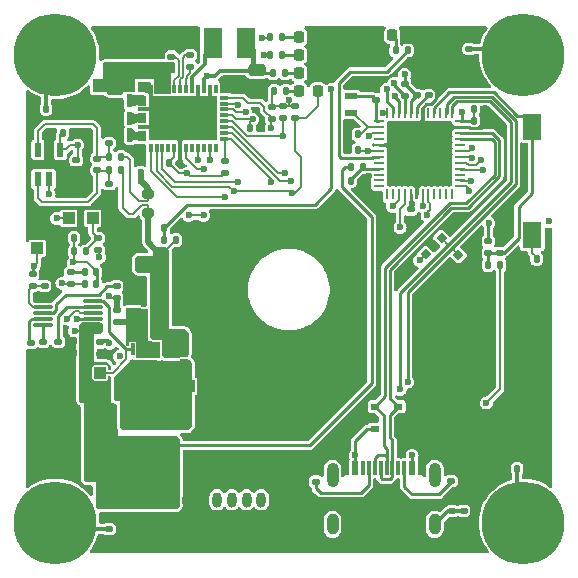
<source format=gbr>
G04 #@! TF.GenerationSoftware,KiCad,Pcbnew,8.0.8*
G04 #@! TF.CreationDate,2025-02-05T10:03:21-05:00*
G04 #@! TF.ProjectId,RW_board,52575f62-6f61-4726-942e-6b696361645f,rev?*
G04 #@! TF.SameCoordinates,Original*
G04 #@! TF.FileFunction,Copper,L1,Top*
G04 #@! TF.FilePolarity,Positive*
%FSLAX46Y46*%
G04 Gerber Fmt 4.6, Leading zero omitted, Abs format (unit mm)*
G04 Created by KiCad (PCBNEW 8.0.8) date 2025-02-05 10:03:21*
%MOMM*%
%LPD*%
G01*
G04 APERTURE LIST*
G04 Aperture macros list*
%AMRoundRect*
0 Rectangle with rounded corners*
0 $1 Rounding radius*
0 $2 $3 $4 $5 $6 $7 $8 $9 X,Y pos of 4 corners*
0 Add a 4 corners polygon primitive as box body*
4,1,4,$2,$3,$4,$5,$6,$7,$8,$9,$2,$3,0*
0 Add four circle primitives for the rounded corners*
1,1,$1+$1,$2,$3*
1,1,$1+$1,$4,$5*
1,1,$1+$1,$6,$7*
1,1,$1+$1,$8,$9*
0 Add four rect primitives between the rounded corners*
20,1,$1+$1,$2,$3,$4,$5,0*
20,1,$1+$1,$4,$5,$6,$7,0*
20,1,$1+$1,$6,$7,$8,$9,0*
20,1,$1+$1,$8,$9,$2,$3,0*%
%AMRotRect*
0 Rectangle, with rotation*
0 The origin of the aperture is its center*
0 $1 length*
0 $2 width*
0 $3 Rotation angle, in degrees counterclockwise*
0 Add horizontal line*
21,1,$1,$2,0,0,$3*%
G04 Aperture macros list end*
G04 #@! TA.AperFunction,SMDPad,CuDef*
%ADD10RoundRect,0.135000X-0.135000X-0.185000X0.135000X-0.185000X0.135000X0.185000X-0.135000X0.185000X0*%
G04 #@! TD*
G04 #@! TA.AperFunction,SMDPad,CuDef*
%ADD11RoundRect,0.140000X0.140000X0.170000X-0.140000X0.170000X-0.140000X-0.170000X0.140000X-0.170000X0*%
G04 #@! TD*
G04 #@! TA.AperFunction,SMDPad,CuDef*
%ADD12R,1.000000X1.000000*%
G04 #@! TD*
G04 #@! TA.AperFunction,ComponentPad*
%ADD13C,0.800000*%
G04 #@! TD*
G04 #@! TA.AperFunction,ComponentPad*
%ADD14C,7.000000*%
G04 #@! TD*
G04 #@! TA.AperFunction,SMDPad,CuDef*
%ADD15RoundRect,0.135000X0.185000X-0.135000X0.185000X0.135000X-0.185000X0.135000X-0.185000X-0.135000X0*%
G04 #@! TD*
G04 #@! TA.AperFunction,SMDPad,CuDef*
%ADD16RoundRect,0.135000X0.135000X0.185000X-0.135000X0.185000X-0.135000X-0.185000X0.135000X-0.185000X0*%
G04 #@! TD*
G04 #@! TA.AperFunction,SMDPad,CuDef*
%ADD17RoundRect,0.140000X-0.140000X-0.170000X0.140000X-0.170000X0.140000X0.170000X-0.140000X0.170000X0*%
G04 #@! TD*
G04 #@! TA.AperFunction,SMDPad,CuDef*
%ADD18RoundRect,0.225000X-0.225000X-0.250000X0.225000X-0.250000X0.225000X0.250000X-0.225000X0.250000X0*%
G04 #@! TD*
G04 #@! TA.AperFunction,SMDPad,CuDef*
%ADD19R,1.600000X2.180000*%
G04 #@! TD*
G04 #@! TA.AperFunction,SMDPad,CuDef*
%ADD20RoundRect,0.135000X-0.185000X0.135000X-0.185000X-0.135000X0.185000X-0.135000X0.185000X0.135000X0*%
G04 #@! TD*
G04 #@! TA.AperFunction,SMDPad,CuDef*
%ADD21RoundRect,0.140000X0.170000X-0.140000X0.170000X0.140000X-0.170000X0.140000X-0.170000X-0.140000X0*%
G04 #@! TD*
G04 #@! TA.AperFunction,SMDPad,CuDef*
%ADD22RoundRect,0.225000X0.225000X0.250000X-0.225000X0.250000X-0.225000X-0.250000X0.225000X-0.250000X0*%
G04 #@! TD*
G04 #@! TA.AperFunction,ComponentPad*
%ADD23RoundRect,0.200000X-0.200000X-0.450000X0.200000X-0.450000X0.200000X0.450000X-0.200000X0.450000X0*%
G04 #@! TD*
G04 #@! TA.AperFunction,ComponentPad*
%ADD24O,0.800000X1.300000*%
G04 #@! TD*
G04 #@! TA.AperFunction,SMDPad,CuDef*
%ADD25RotRect,0.700000X1.000000X135.000000*%
G04 #@! TD*
G04 #@! TA.AperFunction,SMDPad,CuDef*
%ADD26RotRect,0.600000X0.700000X45.000000*%
G04 #@! TD*
G04 #@! TA.AperFunction,SMDPad,CuDef*
%ADD27RoundRect,0.140000X-0.170000X0.140000X-0.170000X-0.140000X0.170000X-0.140000X0.170000X0.140000X0*%
G04 #@! TD*
G04 #@! TA.AperFunction,SMDPad,CuDef*
%ADD28RoundRect,0.250000X-0.475000X0.250000X-0.475000X-0.250000X0.475000X-0.250000X0.475000X0.250000X0*%
G04 #@! TD*
G04 #@! TA.AperFunction,SMDPad,CuDef*
%ADD29R,3.400000X0.980000*%
G04 #@! TD*
G04 #@! TA.AperFunction,SMDPad,CuDef*
%ADD30R,1.650000X2.600000*%
G04 #@! TD*
G04 #@! TA.AperFunction,SMDPad,CuDef*
%ADD31RoundRect,0.062500X-0.375000X-0.062500X0.375000X-0.062500X0.375000X0.062500X-0.375000X0.062500X0*%
G04 #@! TD*
G04 #@! TA.AperFunction,SMDPad,CuDef*
%ADD32RoundRect,0.062500X-0.062500X-0.375000X0.062500X-0.375000X0.062500X0.375000X-0.062500X0.375000X0*%
G04 #@! TD*
G04 #@! TA.AperFunction,HeatsinkPad*
%ADD33R,5.150000X5.150000*%
G04 #@! TD*
G04 #@! TA.AperFunction,SMDPad,CuDef*
%ADD34R,0.700000X1.000000*%
G04 #@! TD*
G04 #@! TA.AperFunction,SMDPad,CuDef*
%ADD35R,0.700000X0.600000*%
G04 #@! TD*
G04 #@! TA.AperFunction,SMDPad,CuDef*
%ADD36RoundRect,0.218750X0.218750X0.256250X-0.218750X0.256250X-0.218750X-0.256250X0.218750X-0.256250X0*%
G04 #@! TD*
G04 #@! TA.AperFunction,SMDPad,CuDef*
%ADD37R,0.600000X1.250000*%
G04 #@! TD*
G04 #@! TA.AperFunction,SMDPad,CuDef*
%ADD38R,0.340000X0.500000*%
G04 #@! TD*
G04 #@! TA.AperFunction,SMDPad,CuDef*
%ADD39R,0.340000X1.000000*%
G04 #@! TD*
G04 #@! TA.AperFunction,SMDPad,CuDef*
%ADD40R,0.340000X0.800000*%
G04 #@! TD*
G04 #@! TA.AperFunction,SMDPad,CuDef*
%ADD41R,1.640000X0.600000*%
G04 #@! TD*
G04 #@! TA.AperFunction,SMDPad,CuDef*
%ADD42R,2.290000X1.710000*%
G04 #@! TD*
G04 #@! TA.AperFunction,SMDPad,CuDef*
%ADD43RoundRect,0.250000X0.475000X-0.250000X0.475000X0.250000X-0.475000X0.250000X-0.475000X-0.250000X0*%
G04 #@! TD*
G04 #@! TA.AperFunction,SMDPad,CuDef*
%ADD44R,1.100000X0.600000*%
G04 #@! TD*
G04 #@! TA.AperFunction,SMDPad,CuDef*
%ADD45R,0.690000X0.385000*%
G04 #@! TD*
G04 #@! TA.AperFunction,SMDPad,CuDef*
%ADD46R,0.690000X1.035000*%
G04 #@! TD*
G04 #@! TA.AperFunction,SMDPad,CuDef*
%ADD47RoundRect,0.250000X-0.450000X0.262500X-0.450000X-0.262500X0.450000X-0.262500X0.450000X0.262500X0*%
G04 #@! TD*
G04 #@! TA.AperFunction,SMDPad,CuDef*
%ADD48R,0.300000X0.800000*%
G04 #@! TD*
G04 #@! TA.AperFunction,SMDPad,CuDef*
%ADD49R,0.800000X0.300000*%
G04 #@! TD*
G04 #@! TA.AperFunction,SMDPad,CuDef*
%ADD50R,5.800000X3.800000*%
G04 #@! TD*
G04 #@! TA.AperFunction,SMDPad,CuDef*
%ADD51RoundRect,0.200000X-0.275000X0.200000X-0.275000X-0.200000X0.275000X-0.200000X0.275000X0.200000X0*%
G04 #@! TD*
G04 #@! TA.AperFunction,SMDPad,CuDef*
%ADD52RoundRect,0.087500X0.725000X0.087500X-0.725000X0.087500X-0.725000X-0.087500X0.725000X-0.087500X0*%
G04 #@! TD*
G04 #@! TA.AperFunction,SMDPad,CuDef*
%ADD53R,0.600000X1.150000*%
G04 #@! TD*
G04 #@! TA.AperFunction,SMDPad,CuDef*
%ADD54R,0.300000X1.150000*%
G04 #@! TD*
G04 #@! TA.AperFunction,ComponentPad*
%ADD55O,1.000000X2.100000*%
G04 #@! TD*
G04 #@! TA.AperFunction,ComponentPad*
%ADD56O,1.000000X1.800000*%
G04 #@! TD*
G04 #@! TA.AperFunction,ViaPad*
%ADD57C,0.600000*%
G04 #@! TD*
G04 #@! TA.AperFunction,Conductor*
%ADD58C,0.250000*%
G04 #@! TD*
G04 #@! TA.AperFunction,Conductor*
%ADD59C,0.200000*%
G04 #@! TD*
G04 #@! TA.AperFunction,Conductor*
%ADD60C,0.300000*%
G04 #@! TD*
G04 #@! TA.AperFunction,Conductor*
%ADD61C,0.500000*%
G04 #@! TD*
G04 #@! TA.AperFunction,Conductor*
%ADD62C,0.508000*%
G04 #@! TD*
G04 #@! TA.AperFunction,Conductor*
%ADD63C,0.400000*%
G04 #@! TD*
G04 APERTURE END LIST*
D10*
X154430000Y-89154000D03*
X155450000Y-89154000D03*
D11*
X165834000Y-84198500D03*
X164874000Y-84198500D03*
D10*
X169160000Y-96901000D03*
X170180000Y-96901000D03*
D12*
X140716000Y-107696000D03*
D13*
X127556845Y-77772845D03*
X127556845Y-81485155D03*
D14*
X129413000Y-79629000D03*
D13*
X129413000Y-82254000D03*
X131269155Y-77772845D03*
X131269155Y-81485155D03*
X132038000Y-79629000D03*
D12*
X132588000Y-93472000D03*
D10*
X131011200Y-96266000D03*
X132031200Y-96266000D03*
D15*
X151500000Y-115760000D03*
X151500000Y-114740000D03*
D10*
X147616000Y-78105000D03*
X148636000Y-78105000D03*
D11*
X132866800Y-98029000D03*
X131906800Y-98029000D03*
D16*
X139657000Y-94279000D03*
X138637000Y-94279000D03*
D17*
X145925600Y-85852000D03*
X146885600Y-85852000D03*
D18*
X138290000Y-100487000D03*
X139840000Y-100487000D03*
D19*
X169799000Y-85707000D03*
X169799000Y-94887000D03*
D20*
X149733000Y-83945000D03*
X149733000Y-84965000D03*
D15*
X128524000Y-99189000D03*
X128524000Y-98169000D03*
D21*
X132969000Y-89380000D03*
X132969000Y-88420000D03*
D22*
X132601000Y-112649000D03*
X131051000Y-112649000D03*
D17*
X139020000Y-88750000D03*
X139980000Y-88750000D03*
D23*
X138119000Y-117299000D03*
D24*
X139369000Y-117299000D03*
X140619000Y-117299000D03*
X141869000Y-117299000D03*
X143119000Y-117299000D03*
X144369000Y-117299000D03*
X145619000Y-117299000D03*
X146869000Y-117299000D03*
D10*
X147626000Y-79629000D03*
X148646000Y-79629000D03*
D25*
X162355777Y-97757437D03*
D26*
X163557858Y-96555355D03*
X162143645Y-95141142D03*
X160800142Y-96484645D03*
D27*
X133248400Y-103964800D03*
X133248400Y-104924800D03*
D20*
X134620000Y-101247000D03*
X134620000Y-102267000D03*
D27*
X133985000Y-90579000D03*
X133985000Y-91539000D03*
X160020000Y-82085000D03*
X160020000Y-83045000D03*
D11*
X131036000Y-86233000D03*
X130076000Y-86233000D03*
D21*
X133985000Y-87094000D03*
X133985000Y-86134000D03*
D15*
X159004000Y-83075000D03*
X159004000Y-82055000D03*
X163000000Y-118260000D03*
X163000000Y-117240000D03*
D11*
X132864800Y-99045000D03*
X131904800Y-99045000D03*
D28*
X146496039Y-80932750D03*
X146496039Y-82832750D03*
D29*
X137160000Y-112691000D03*
X137160000Y-110321000D03*
D10*
X147893322Y-81157909D03*
X148913322Y-81157909D03*
D13*
X166412000Y-79629000D03*
X167180845Y-77772845D03*
X167180845Y-81485155D03*
D14*
X169037000Y-79629000D03*
D13*
X169037000Y-82254000D03*
X170893155Y-77772845D03*
X170893155Y-81485155D03*
D16*
X135003000Y-88265000D03*
X133983000Y-88265000D03*
D27*
X128397000Y-103914000D03*
X128397000Y-104874000D03*
D28*
X134493000Y-82489000D03*
X134493000Y-84389000D03*
D10*
X168527000Y-114681000D03*
X169547000Y-114681000D03*
D30*
X142745000Y-78587600D03*
X145545000Y-78587600D03*
D31*
X156836500Y-85261000D03*
X156836500Y-85761000D03*
X156836500Y-86261000D03*
X156836500Y-86761000D03*
X156836500Y-87261000D03*
X156836500Y-87761000D03*
X156836500Y-88261000D03*
X156836500Y-88761000D03*
X156836500Y-89261000D03*
X156836500Y-89761000D03*
X156836500Y-90261000D03*
X156836500Y-90761000D03*
D32*
X157524000Y-91448500D03*
X158024000Y-91448500D03*
X158524000Y-91448500D03*
X159024000Y-91448500D03*
X159524000Y-91448500D03*
X160024000Y-91448500D03*
X160524000Y-91448500D03*
X161024000Y-91448500D03*
X161524000Y-91448500D03*
X162024000Y-91448500D03*
X162524000Y-91448500D03*
X163024000Y-91448500D03*
D31*
X163711500Y-90761000D03*
X163711500Y-90261000D03*
X163711500Y-89761000D03*
X163711500Y-89261000D03*
X163711500Y-88761000D03*
X163711500Y-88261000D03*
X163711500Y-87761000D03*
X163711500Y-87261000D03*
X163711500Y-86761000D03*
X163711500Y-86261000D03*
X163711500Y-85761000D03*
X163711500Y-85261000D03*
D32*
X163024000Y-84573500D03*
X162524000Y-84573500D03*
X162024000Y-84573500D03*
X161524000Y-84573500D03*
X161024000Y-84573500D03*
X160524000Y-84573500D03*
X160024000Y-84573500D03*
X159524000Y-84573500D03*
X159024000Y-84573500D03*
X158524000Y-84573500D03*
X158024000Y-84573500D03*
X157524000Y-84573500D03*
D33*
X160274000Y-88011000D03*
D21*
X140843000Y-80617000D03*
X140843000Y-79657000D03*
D20*
X134620000Y-99215000D03*
X134620000Y-100235000D03*
D34*
X158480000Y-111113000D03*
D35*
X158480000Y-109413000D03*
X156480000Y-109413000D03*
X156480000Y-111313000D03*
D16*
X135003000Y-89408000D03*
X133983000Y-89408000D03*
X132031200Y-95123000D03*
X131011200Y-95123000D03*
D36*
X151638000Y-81153000D03*
X150063000Y-81153000D03*
X151663500Y-79629000D03*
X150088500Y-79629000D03*
D37*
X129855000Y-87650000D03*
X128905000Y-87650000D03*
X127955000Y-87650000D03*
X127955000Y-90150000D03*
X128905000Y-90150000D03*
X129855000Y-90150000D03*
D38*
X137922000Y-104319000D03*
X137272000Y-104319000D03*
X136622000Y-104319000D03*
D39*
X135972000Y-104569000D03*
D40*
X135972000Y-107569000D03*
X136622000Y-107569000D03*
X137272000Y-107569000D03*
X137922000Y-107569000D03*
D41*
X137272000Y-104869000D03*
D42*
X136947000Y-106314000D03*
D36*
X159537500Y-77978000D03*
X157962500Y-77978000D03*
X151663500Y-82677000D03*
X150088500Y-82677000D03*
X151663500Y-78105000D03*
X150088500Y-78105000D03*
D43*
X135737600Y-80966000D03*
X135737600Y-79066000D03*
D13*
X166412000Y-119253000D03*
X167180845Y-117396845D03*
X167180845Y-121109155D03*
X169037000Y-116628000D03*
D14*
X169037000Y-119253000D03*
D13*
X170893155Y-117396845D03*
X170893155Y-121109155D03*
D12*
X133223000Y-106553000D03*
X127889000Y-96012000D03*
D27*
X167086000Y-95433000D03*
X167086000Y-96393000D03*
D22*
X132601000Y-114300000D03*
X131051000Y-114300000D03*
D15*
X143764000Y-89664000D03*
X143764000Y-88644000D03*
D44*
X154432000Y-83120000D03*
X154432000Y-84520000D03*
D17*
X154079000Y-86360000D03*
X155039000Y-86360000D03*
D20*
X147782596Y-84012793D03*
X147782596Y-85032793D03*
X164465000Y-79119000D03*
X164465000Y-80139000D03*
D10*
X138637000Y-95295000D03*
X139657000Y-95295000D03*
D21*
X159524000Y-93678500D03*
X159524000Y-92718500D03*
D20*
X127381000Y-104011000D03*
X127381000Y-105031000D03*
D45*
X140335000Y-105006000D03*
D46*
X140335000Y-105918000D03*
D27*
X161036000Y-82085000D03*
X161036000Y-83045000D03*
D47*
X136271000Y-99955500D03*
X136271000Y-101780500D03*
D10*
X147952816Y-82645258D03*
X148972816Y-82645258D03*
D27*
X139250000Y-79770000D03*
X139250000Y-80730000D03*
D16*
X167096000Y-97413000D03*
X166076000Y-97413000D03*
D20*
X148717000Y-83945000D03*
X148717000Y-84965000D03*
D17*
X138652000Y-96361000D03*
X139612000Y-96361000D03*
D11*
X165834000Y-85198500D03*
X164874000Y-85198500D03*
D21*
X164000000Y-118230000D03*
X164000000Y-117270000D03*
D16*
X159260000Y-79248000D03*
X158240000Y-79248000D03*
D18*
X138290000Y-102108000D03*
X139840000Y-102108000D03*
D10*
X154430000Y-90297000D03*
X155450000Y-90297000D03*
D15*
X133985000Y-119763000D03*
X133985000Y-118743000D03*
D10*
X128649000Y-84201000D03*
X129669000Y-84201000D03*
D48*
X143000000Y-82500000D03*
X142500000Y-82500000D03*
X142000000Y-82500000D03*
X141500000Y-82500000D03*
X141000000Y-82500000D03*
X140500000Y-82500000D03*
X140000000Y-82500000D03*
X139500000Y-82500000D03*
X139000000Y-82500000D03*
X138500000Y-82500000D03*
X138000000Y-82500000D03*
X137500000Y-82500000D03*
D49*
X136750000Y-83250000D03*
X136750000Y-83750000D03*
X136750000Y-84250000D03*
X136750000Y-84750000D03*
X136750000Y-85250000D03*
X136750000Y-85750000D03*
X136750000Y-86250000D03*
X136750000Y-86750000D03*
D48*
X137500000Y-87500000D03*
X138000000Y-87500000D03*
X138500000Y-87500000D03*
X139000000Y-87500000D03*
X139500000Y-87500000D03*
X140000000Y-87500000D03*
X140500000Y-87500000D03*
X141000000Y-87500000D03*
X141500000Y-87500000D03*
X142000000Y-87500000D03*
X142500000Y-87500000D03*
X143000000Y-87500000D03*
D49*
X143750000Y-86750000D03*
X143750000Y-86250000D03*
X143750000Y-85750000D03*
X143750000Y-85250000D03*
X143750000Y-84750000D03*
X143750000Y-84250000D03*
X143750000Y-83750000D03*
X143750000Y-83250000D03*
D50*
X140250000Y-85000000D03*
D51*
X137287000Y-91377000D03*
X137287000Y-93027000D03*
D11*
X131970000Y-104887000D03*
X131010000Y-104887000D03*
D52*
X132586500Y-102458000D03*
X132586500Y-101958000D03*
X132586500Y-101458000D03*
X132586500Y-100958000D03*
X132586500Y-100458000D03*
X128361500Y-100458000D03*
X128361500Y-100958000D03*
X128361500Y-101458000D03*
X128361500Y-101958000D03*
X128361500Y-102458000D03*
D27*
X129667000Y-103914000D03*
X129667000Y-104874000D03*
D18*
X138372000Y-98851000D03*
X139922000Y-98851000D03*
D27*
X132969000Y-82324000D03*
X132969000Y-83284000D03*
D20*
X133045200Y-95146400D03*
X133045200Y-96166400D03*
D43*
X137731000Y-80960000D03*
X137731000Y-79060000D03*
D20*
X130735800Y-98027000D03*
X130735800Y-99047000D03*
D15*
X166086000Y-96423000D03*
X166086000Y-95403000D03*
X162941000Y-115699000D03*
X162941000Y-114679000D03*
D12*
X130556000Y-93472000D03*
D13*
X127556845Y-117396845D03*
X127556845Y-121109155D03*
X129413000Y-116628000D03*
D14*
X129413000Y-119253000D03*
D13*
X131269155Y-117396845D03*
X131269155Y-121109155D03*
X132038000Y-119253000D03*
D11*
X131970000Y-103871000D03*
X131010000Y-103871000D03*
D21*
X131191000Y-89507000D03*
X131191000Y-88547000D03*
D53*
X154026000Y-114625000D03*
X154826000Y-114625000D03*
D54*
X155976000Y-114625000D03*
X156976000Y-114625000D03*
X157476000Y-114625000D03*
X158476000Y-114625000D03*
D53*
X160426000Y-114625000D03*
X159626000Y-114625000D03*
D54*
X158976000Y-114625000D03*
X157976000Y-114625000D03*
X156476000Y-114625000D03*
X155476000Y-114625000D03*
D55*
X152906000Y-115200000D03*
X161546000Y-115200000D03*
D56*
X152906000Y-119380000D03*
X161546000Y-119380000D03*
D17*
X154079000Y-87680800D03*
X155039000Y-87680800D03*
X138667000Y-97454000D03*
X139627000Y-97454000D03*
D20*
X127508000Y-98169000D03*
X127508000Y-99189000D03*
D27*
X156591000Y-82451000D03*
X156591000Y-83411000D03*
D57*
X131064000Y-102997000D03*
X127621000Y-97536000D03*
X152755600Y-78130400D03*
X142240000Y-119380000D03*
X162052000Y-89916000D03*
X142367000Y-83820000D03*
X140250000Y-85000000D03*
X159131000Y-111125000D03*
X140716000Y-98806000D03*
X152730200Y-81229200D03*
X156591000Y-81661000D03*
X162115500Y-86169500D03*
X171145200Y-105029000D03*
X128894781Y-88863190D03*
X130048000Y-114300000D03*
X136906000Y-100711000D03*
X161671000Y-98425000D03*
X160528000Y-77978000D03*
X149860000Y-119380000D03*
X132994400Y-84150200D03*
X159512000Y-94361000D03*
X138049000Y-84963000D03*
X149860000Y-109220000D03*
X140589000Y-101219000D03*
X139700000Y-119380000D03*
X140716000Y-97409000D03*
X134112000Y-94742000D03*
X128397000Y-106045000D03*
X154140089Y-87122780D03*
X127635000Y-85090000D03*
X140614400Y-96367600D03*
X157480000Y-119380000D03*
X162560000Y-101600000D03*
X164465000Y-81026000D03*
X144780000Y-119380000D03*
X137668000Y-77851000D03*
X146456400Y-84277200D03*
X155956000Y-89916000D03*
X142367000Y-86360000D03*
X141224000Y-100457000D03*
X160274000Y-88011000D03*
X158369000Y-89916000D03*
X147320000Y-119380000D03*
X129540000Y-99618800D03*
X132130800Y-86360000D03*
X167059066Y-94213003D03*
X128905000Y-86360000D03*
X137160000Y-119380000D03*
X166370000Y-85598000D03*
X160020000Y-119380000D03*
X130048000Y-112649000D03*
X134112000Y-95859600D03*
X142367000Y-84963000D03*
X160528000Y-113665000D03*
X154940000Y-119380000D03*
X158750000Y-86106000D03*
X138049000Y-83693000D03*
X152527000Y-79629000D03*
X168275000Y-96901000D03*
X140843000Y-86360000D03*
X164000000Y-115951000D03*
X162560000Y-106680000D03*
X149860000Y-114300000D03*
X167640000Y-111760000D03*
X162560000Y-111760000D03*
X134010400Y-105054400D03*
X135636000Y-77825600D03*
X140335000Y-83693000D03*
X133604000Y-85191600D03*
X157480000Y-116840000D03*
X134112000Y-97942400D03*
X152806400Y-113487200D03*
X145000000Y-82000000D03*
X134112000Y-96926400D03*
X146964400Y-78181200D03*
X136652000Y-89535000D03*
X138811000Y-81788000D03*
X138049000Y-81788000D03*
X136652000Y-90297000D03*
X156006579Y-86514503D03*
X146142000Y-85090000D03*
X147066000Y-79629000D03*
X171200000Y-93726000D03*
X166116000Y-93853000D03*
X160274000Y-97028000D03*
X159623974Y-92274102D03*
X163830000Y-84455000D03*
X149225000Y-83439000D03*
X159004000Y-81280000D03*
X140589000Y-89662000D03*
X155905200Y-87761000D03*
X144526000Y-91186000D03*
X160909000Y-93218000D03*
X149479000Y-91313000D03*
X159639000Y-113538000D03*
X154826000Y-113538000D03*
X157216000Y-84582000D03*
X128905000Y-91440000D03*
X135763000Y-86741000D03*
X135763000Y-86106000D03*
X147701000Y-90424000D03*
X165608000Y-89408000D03*
X164592000Y-90297000D03*
X148844000Y-89662000D03*
X135763000Y-85293200D03*
X135763000Y-84709000D03*
X149352000Y-90297000D03*
X164414557Y-91114559D03*
X144907000Y-90424000D03*
X160528000Y-92456000D03*
X165508118Y-88523520D03*
X147701000Y-85852000D03*
X164719000Y-88392000D03*
X148695368Y-86508632D03*
X145542000Y-84500000D03*
X157988000Y-92456000D03*
X135737600Y-83210400D03*
X135763000Y-83820000D03*
X144915716Y-83871837D03*
X164719000Y-87503000D03*
X158623000Y-94234000D03*
X143764000Y-91694000D03*
X141986000Y-93218000D03*
X141986000Y-89281000D03*
X140716000Y-93218000D03*
X141478000Y-88519000D03*
X142494000Y-88519000D03*
X159258000Y-107315000D03*
X158115000Y-82042000D03*
X158150330Y-83105214D03*
X157480000Y-82550000D03*
X152781000Y-82550000D03*
X130962400Y-97180400D03*
X131247357Y-102023072D03*
X133959600Y-100076000D03*
X134010400Y-104038400D03*
X130429000Y-101981000D03*
X129997200Y-98958400D03*
X133146800Y-96774000D03*
X129540000Y-93472000D03*
X138836400Y-104952800D03*
X165913000Y-109093000D03*
X134874000Y-105156000D03*
X131318000Y-87249000D03*
X142254000Y-81421000D03*
X158623000Y-107950000D03*
D58*
X153924000Y-89154000D02*
X154430000Y-89154000D01*
X127508000Y-98169000D02*
X127508000Y-97649000D01*
D59*
X132057500Y-102997000D02*
X131064000Y-102997000D01*
D58*
X156210000Y-107442000D02*
X156210000Y-93345000D01*
X137160000Y-112691000D02*
X150961000Y-112691000D01*
D59*
X127889000Y-97268000D02*
X127621000Y-97536000D01*
D58*
X132111000Y-102458000D02*
X132586500Y-102458000D01*
X150961000Y-112691000D02*
X156210000Y-107442000D01*
D59*
X132057500Y-102997000D02*
X132057500Y-102511500D01*
D58*
X153670000Y-90805000D02*
X153670000Y-89408000D01*
D59*
X132057500Y-102511500D02*
X132080000Y-102489000D01*
D58*
X156210000Y-93345000D02*
X153670000Y-90805000D01*
D59*
X132057500Y-104887000D02*
X132057500Y-102997000D01*
D58*
X153670000Y-89408000D02*
X153924000Y-89154000D01*
D59*
X127889000Y-96012000D02*
X127889000Y-97268000D01*
D60*
X140000000Y-85250000D02*
X140250000Y-85000000D01*
D58*
X130922500Y-103871000D02*
X130922500Y-104887000D01*
D61*
X141194000Y-100487000D02*
X141224000Y-100457000D01*
D58*
X160524000Y-87761000D02*
X160274000Y-88011000D01*
X160799260Y-83811000D02*
X160524000Y-84086260D01*
D59*
X146885600Y-85852000D02*
X146885600Y-84706400D01*
D58*
X159537500Y-77978000D02*
X160528000Y-77978000D01*
X162052000Y-89789000D02*
X162052000Y-89916000D01*
D61*
X130963500Y-112649000D02*
X130963500Y-113665000D01*
D60*
X154079000Y-86360000D02*
X154079000Y-87061691D01*
X151841200Y-113487200D02*
X152806400Y-113487200D01*
D59*
X159524000Y-93678500D02*
X159524000Y-94349000D01*
D60*
X154079000Y-87061691D02*
X154140089Y-87122780D01*
X140000000Y-88730000D02*
X140000000Y-87500000D01*
D58*
X161036000Y-82085000D02*
X161079000Y-82085000D01*
D61*
X140009500Y-102026000D02*
X139927500Y-102108000D01*
D59*
X165970500Y-85198500D02*
X166370000Y-85598000D01*
D60*
X154079000Y-86360000D02*
X154079000Y-87020400D01*
D58*
X167086000Y-95433000D02*
X167086000Y-94239937D01*
X151663500Y-80391000D02*
X151663500Y-81127500D01*
X161266102Y-83811000D02*
X160799260Y-83811000D01*
D59*
X158480000Y-111113000D02*
X159119000Y-111113000D01*
D60*
X152806400Y-113487200D02*
X153517600Y-113487200D01*
D58*
X160024000Y-91448500D02*
X160024000Y-88261000D01*
X156591000Y-82451000D02*
X156591000Y-81661000D01*
D60*
X136750000Y-84250000D02*
X139500000Y-84250000D01*
D58*
X162941000Y-114679000D02*
X163828000Y-114679000D01*
D59*
X159524000Y-94349000D02*
X159512000Y-94361000D01*
D58*
X151663500Y-81127500D02*
X151638000Y-81153000D01*
D60*
X141500000Y-82500000D02*
X141500000Y-83750000D01*
X137500000Y-82500000D02*
X137500000Y-83144000D01*
D58*
X160524000Y-84086260D02*
X160524000Y-84573500D01*
X136906000Y-100503000D02*
X136271000Y-99868000D01*
D60*
X151663500Y-78105000D02*
X151663500Y-79629000D01*
D58*
X156836500Y-87261000D02*
X159524000Y-87261000D01*
D59*
X159119000Y-111113000D02*
X159131000Y-111125000D01*
D60*
X139356000Y-85000000D02*
X140250000Y-85000000D01*
D58*
X160274000Y-88011000D02*
X162052000Y-89789000D01*
D59*
X146885600Y-84706400D02*
X146456400Y-84277200D01*
D58*
X163828000Y-114679000D02*
X164000000Y-114851000D01*
D59*
X169160000Y-96901000D02*
X168275000Y-96901000D01*
D58*
X164537510Y-85833500D02*
X165508999Y-85833500D01*
X136906000Y-100711000D02*
X136906000Y-100503000D01*
X163970000Y-117240000D02*
X164000000Y-117270000D01*
D60*
X151500000Y-113828400D02*
X151841200Y-113487200D01*
D58*
X127525000Y-104887000D02*
X127381000Y-105031000D01*
X160426000Y-113767000D02*
X160528000Y-113665000D01*
D60*
X137500000Y-83144000D02*
X139356000Y-85000000D01*
D58*
X161079000Y-82085000D02*
X161671000Y-82677000D01*
D60*
X139980000Y-88750000D02*
X140000000Y-88730000D01*
X139500000Y-84250000D02*
X140250000Y-85000000D01*
X153517600Y-113487200D02*
X154026000Y-113995600D01*
D59*
X165834000Y-84198500D02*
X165834000Y-85198500D01*
X165834000Y-85198500D02*
X165970500Y-85198500D01*
D60*
X139500000Y-85750000D02*
X140250000Y-85000000D01*
D59*
X162338564Y-97757436D02*
X161671000Y-98425000D01*
D58*
X151663500Y-79629000D02*
X151663500Y-80391000D01*
X165508999Y-85833500D02*
X165834000Y-85508499D01*
X162524000Y-85761000D02*
X162115500Y-86169500D01*
X160524000Y-84573500D02*
X160524000Y-87761000D01*
D61*
X130963500Y-113665000D02*
X130963500Y-114300000D01*
D58*
X164000000Y-115951000D02*
X164000000Y-117270000D01*
X159524000Y-87261000D02*
X160274000Y-88011000D01*
X167086000Y-94239937D02*
X167059066Y-94213003D01*
D60*
X140750000Y-85000000D02*
X140250000Y-85000000D01*
D59*
X155831000Y-89916000D02*
X155450000Y-90297000D01*
D58*
X165834000Y-85508499D02*
X165834000Y-85198500D01*
X160024000Y-88261000D02*
X160274000Y-88011000D01*
D60*
X142500000Y-83250000D02*
X140750000Y-85000000D01*
D58*
X164465010Y-85761000D02*
X164537510Y-85833500D01*
D59*
X128397000Y-104961500D02*
X128397000Y-106045000D01*
D58*
X163000000Y-117240000D02*
X163970000Y-117240000D01*
X161671000Y-82677000D02*
X161671000Y-83406102D01*
X160426000Y-114625000D02*
X160426000Y-113767000D01*
D59*
X162355776Y-97757436D02*
X162338564Y-97757436D01*
D61*
X140671000Y-97454000D02*
X140716000Y-97409000D01*
D60*
X140000000Y-87500000D02*
X140000000Y-85250000D01*
X133968300Y-105012300D02*
X134010400Y-105054400D01*
D58*
X130922500Y-104887000D02*
X127525000Y-104887000D01*
D60*
X133248400Y-105012300D02*
X133968300Y-105012300D01*
D58*
X160020000Y-82085000D02*
X161036000Y-82085000D01*
D60*
X141500000Y-83750000D02*
X140250000Y-85000000D01*
X136750000Y-85750000D02*
X139500000Y-85750000D01*
D58*
X164000000Y-114851000D02*
X164000000Y-115951000D01*
D59*
X155956000Y-89916000D02*
X155831000Y-89916000D01*
D60*
X142500000Y-82500000D02*
X142500000Y-83250000D01*
D58*
X160274000Y-88011000D02*
X162115500Y-86169500D01*
X161671000Y-83406102D02*
X161266102Y-83811000D01*
D60*
X151500000Y-114740000D02*
X151500000Y-113828400D01*
D58*
X163711500Y-85761000D02*
X164465010Y-85761000D01*
D60*
X154026000Y-113995600D02*
X154026000Y-114625000D01*
X154079000Y-87020400D02*
X154079000Y-87503000D01*
D58*
X163711500Y-85761000D02*
X162524000Y-85761000D01*
D59*
X135003000Y-88265000D02*
X135509000Y-88265000D01*
X135763000Y-91262200D02*
X136499600Y-91998800D01*
D62*
X136652000Y-90297000D02*
X136652000Y-89535000D01*
D59*
X135763000Y-88519000D02*
X135763000Y-91262200D01*
X146964400Y-78181200D02*
X147539800Y-78181200D01*
X136499600Y-91998800D02*
X137210800Y-91998800D01*
D62*
X137287000Y-90932000D02*
X136652000Y-90297000D01*
D59*
X137287000Y-91922600D02*
X137287000Y-91427000D01*
D62*
X137287000Y-91427000D02*
X137287000Y-90932000D01*
D59*
X147539800Y-78181200D02*
X147616000Y-78105000D01*
X137210800Y-91998800D02*
X137287000Y-91922600D01*
X135509000Y-88265000D02*
X135763000Y-88519000D01*
X144400000Y-84750000D02*
X144740000Y-85090000D01*
X156260082Y-86261000D02*
X156836500Y-86261000D01*
X156006579Y-86514503D02*
X156260082Y-86261000D01*
X144740000Y-85090000D02*
X146142000Y-85090000D01*
X145925600Y-85306400D02*
X146142000Y-85090000D01*
X143750000Y-84750000D02*
X144400000Y-84750000D01*
X145925600Y-85852000D02*
X145925600Y-85306400D01*
X155297000Y-87761000D02*
X155905200Y-87761000D01*
X160800142Y-96484645D02*
X160800142Y-96501858D01*
X139020000Y-88750000D02*
X139932000Y-89662000D01*
D58*
X159524000Y-91448500D02*
X159524000Y-92718500D01*
X166086000Y-93883000D02*
X166086000Y-95403000D01*
X164211000Y-85261000D02*
X163830000Y-85261000D01*
D59*
X139500000Y-87500000D02*
X139500000Y-88270000D01*
D58*
X159524000Y-92374076D02*
X159623974Y-92274102D01*
D59*
X155039000Y-87503000D02*
X155297000Y-87761000D01*
D58*
X164811500Y-85261000D02*
X164874000Y-85198500D01*
X159524000Y-83541000D02*
X159524000Y-84573500D01*
D59*
X149225000Y-83945000D02*
X149225000Y-83439000D01*
X139932000Y-89662000D02*
X140589000Y-89662000D01*
X147749000Y-82849074D02*
X147952816Y-82645258D01*
X160800142Y-96501858D02*
X160274000Y-97028000D01*
D58*
X163711500Y-85261000D02*
X164811500Y-85261000D01*
D59*
X143547000Y-89881000D02*
X140808000Y-89881000D01*
D58*
X159994000Y-83045000D02*
X159004000Y-82055000D01*
X159524000Y-92718500D02*
X159524000Y-92374076D01*
D59*
X140808000Y-89881000D02*
X140589000Y-89662000D01*
D58*
X160159000Y-83184000D02*
X160020000Y-83045000D01*
X166116000Y-93853000D02*
X166086000Y-93883000D01*
D59*
X164874000Y-84198500D02*
X164874000Y-85198500D01*
D58*
X160020000Y-83045000D02*
X159524000Y-83541000D01*
D59*
X147749000Y-83945000D02*
X147749000Y-82849074D01*
X147749000Y-83945000D02*
X149225000Y-83945000D01*
D58*
X160020000Y-83045000D02*
X159994000Y-83045000D01*
X163711500Y-85261000D02*
X164211000Y-85261000D01*
D59*
X155905200Y-87761000D02*
X156836500Y-87761000D01*
D58*
X159004000Y-81280000D02*
X159004000Y-82055000D01*
D59*
X149225000Y-83945000D02*
X149733000Y-83945000D01*
X139500000Y-88270000D02*
X139020000Y-88750000D01*
X147626000Y-79629000D02*
X147066000Y-79629000D01*
X143764000Y-89664000D02*
X143547000Y-89881000D01*
D58*
X163830000Y-85261000D02*
X163830000Y-84455000D01*
X169450318Y-85707000D02*
X169799000Y-85707000D01*
X161524000Y-84086260D02*
X162802260Y-82808000D01*
X169646842Y-84810842D02*
X169672000Y-84836000D01*
X169799000Y-85398500D02*
X169799000Y-85707000D01*
X167086000Y-96393000D02*
X167395999Y-96393000D01*
X161524000Y-84573500D02*
X161524000Y-84086260D01*
X168656000Y-92502043D02*
X169799000Y-91359043D01*
X166116000Y-96393000D02*
X166086000Y-96423000D01*
X167395999Y-96393000D02*
X168656000Y-95132999D01*
X167086000Y-96393000D02*
X166116000Y-96393000D01*
X166076000Y-97413000D02*
X166076000Y-96433000D01*
X166551318Y-82808000D02*
X166551318Y-82808001D01*
X169799000Y-91359043D02*
X169799000Y-85707000D01*
X168656000Y-95132999D02*
X168656000Y-92502043D01*
X162802260Y-82808000D02*
X166551318Y-82808000D01*
X166551318Y-82808001D02*
X168554159Y-84810842D01*
X168554159Y-84810842D02*
X169646842Y-84810842D01*
X166076000Y-96433000D02*
X166086000Y-96423000D01*
D60*
X163030000Y-118230000D02*
X163000000Y-118260000D01*
X164000000Y-118230000D02*
X163030000Y-118230000D01*
X163000000Y-118260000D02*
X162666000Y-118260000D01*
X162666000Y-118260000D02*
X161546000Y-119380000D01*
D59*
X149479000Y-91313000D02*
X149352000Y-91186000D01*
X160909000Y-92964000D02*
X161128000Y-92745000D01*
X161128000Y-92207471D02*
X161024000Y-92103471D01*
X149733000Y-91313000D02*
X150241000Y-90805000D01*
X161128000Y-92745000D02*
X161128000Y-92207471D01*
X144145000Y-90805000D02*
X144526000Y-91186000D01*
X149733000Y-84965000D02*
X150620000Y-84965000D01*
X161024000Y-92103471D02*
X161024000Y-91448500D01*
X138000000Y-89486000D02*
X139319000Y-90805000D01*
X151663500Y-83921500D02*
X151663500Y-82677000D01*
X150241000Y-90805000D02*
X150241000Y-88265000D01*
X160909000Y-93218000D02*
X160909000Y-92964000D01*
X149733000Y-87757000D02*
X149733000Y-84965000D01*
X139319000Y-90805000D02*
X144145000Y-90805000D01*
X150241000Y-88265000D02*
X149733000Y-87757000D01*
X149352000Y-91186000D02*
X144526000Y-91186000D01*
X149479000Y-91313000D02*
X149733000Y-91313000D01*
X150620000Y-84965000D02*
X151663500Y-83921500D01*
X138000000Y-87500000D02*
X138000000Y-89486000D01*
D58*
X155813000Y-111313000D02*
X154826000Y-112300000D01*
X154826000Y-113538000D02*
X154826000Y-114625000D01*
X159626000Y-114625000D02*
X159626000Y-113551000D01*
X159626000Y-113551000D02*
X159639000Y-113538000D01*
X156480000Y-111313000D02*
X155813000Y-111313000D01*
X154826000Y-112300000D02*
X154826000Y-113538000D01*
X166624000Y-86995000D02*
X166624000Y-89760716D01*
X156718000Y-113538000D02*
X157353000Y-113538000D01*
X157480000Y-113030000D02*
X157226000Y-112776000D01*
X162805000Y-92211000D02*
X157353000Y-97663000D01*
X156476000Y-113780000D02*
X156718000Y-113538000D01*
X157353000Y-113538000D02*
X157476000Y-113661000D01*
X157226000Y-110159000D02*
X156480000Y-109413000D01*
X157226000Y-112776000D02*
X157226000Y-110159000D01*
X156476000Y-114625000D02*
X156476000Y-113780000D01*
X157476000Y-113661000D02*
X157476000Y-114625000D01*
X164173716Y-92211000D02*
X162805000Y-92211000D01*
X157353000Y-108540000D02*
X156480000Y-109413000D01*
X163711500Y-86761000D02*
X166390000Y-86761000D01*
X157480000Y-113657000D02*
X157480000Y-113030000D01*
X166390000Y-86761000D02*
X166624000Y-86995000D01*
X157476000Y-113661000D02*
X157480000Y-113657000D01*
X157353000Y-97663000D02*
X157353000Y-108540000D01*
X166624000Y-89760716D02*
X164173716Y-92211000D01*
X157734000Y-110159000D02*
X158480000Y-109413000D01*
X166423159Y-86261000D02*
X163711500Y-86261000D01*
X157734000Y-115570000D02*
X157976000Y-115328000D01*
X156976000Y-114625000D02*
X156976000Y-115447000D01*
X157730000Y-108663000D02*
X157730000Y-97819158D01*
X157976000Y-115328000D02*
X157976000Y-114625000D01*
X167005000Y-86842841D02*
X166423159Y-86261000D01*
X157976000Y-112256000D02*
X157734000Y-112014000D01*
X164329874Y-92588000D02*
X167005000Y-89912874D01*
X158480000Y-109413000D02*
X157730000Y-108663000D01*
X162961158Y-92588000D02*
X164329874Y-92588000D01*
X157730000Y-97819158D02*
X162961158Y-92588000D01*
X157734000Y-112014000D02*
X157734000Y-110159000D01*
X156976000Y-115447000D02*
X157099000Y-115570000D01*
X157099000Y-115570000D02*
X157734000Y-115570000D01*
X167005000Y-89912874D02*
X167005000Y-86842841D01*
X157976000Y-114625000D02*
X157976000Y-112256000D01*
D59*
X157224500Y-84573500D02*
X157216000Y-84582000D01*
X157524000Y-84573500D02*
X157224500Y-84573500D01*
X128905000Y-91440000D02*
X128905000Y-90150000D01*
D58*
X135636000Y-86741000D02*
X135763000Y-86741000D01*
X135763000Y-86106000D02*
X135636000Y-86106000D01*
D59*
X147701000Y-90424000D02*
X147701000Y-90150866D01*
X143764000Y-86764000D02*
X143750000Y-86750000D01*
X163786500Y-89336000D02*
X163711500Y-89261000D01*
X143764000Y-88644000D02*
X143764000Y-86764000D01*
X165536000Y-89336000D02*
X163786500Y-89336000D01*
X165608000Y-89408000D02*
X165536000Y-89336000D01*
X144300134Y-86750000D02*
X143750000Y-86750000D01*
X147701000Y-90150866D02*
X144300134Y-86750000D01*
X164592000Y-90297000D02*
X163747500Y-90297000D01*
X144400000Y-85750000D02*
X143750000Y-85750000D01*
X148312000Y-89662000D02*
X144400000Y-85750000D01*
X148844000Y-89662000D02*
X148312000Y-89662000D01*
X163747500Y-90297000D02*
X163711500Y-90261000D01*
D58*
X135636000Y-84709000D02*
X135763000Y-84709000D01*
D59*
X164414557Y-91114559D02*
X164414557Y-90968086D01*
X148447000Y-90297000D02*
X149352000Y-90297000D01*
X164207471Y-90761000D02*
X163711500Y-90761000D01*
X164414557Y-90968086D02*
X164207471Y-90761000D01*
X144400000Y-86250000D02*
X148447000Y-90297000D01*
X143750000Y-86250000D02*
X144400000Y-86250000D01*
X144907000Y-90424000D02*
X139573000Y-90424000D01*
X160524000Y-91448500D02*
X160524000Y-92452000D01*
X138430000Y-88403866D02*
X138500000Y-88333866D01*
X160524000Y-92452000D02*
X160528000Y-92456000D01*
X138500000Y-88333866D02*
X138500000Y-87500000D01*
X139573000Y-90424000D02*
X138430000Y-89281000D01*
X138430000Y-89281000D02*
X138430000Y-88403866D01*
D60*
X142745000Y-79009580D02*
X142745000Y-78500000D01*
X141000000Y-81529159D02*
X142113000Y-80416159D01*
X142113000Y-80416159D02*
X142113000Y-79641580D01*
X141000000Y-82500000D02*
X141000000Y-81529159D01*
X142113000Y-79641580D02*
X142745000Y-79009580D01*
D59*
X164239471Y-88761000D02*
X163711500Y-88761000D01*
X164470471Y-88992000D02*
X164239471Y-88761000D01*
X147749000Y-84965000D02*
X147129000Y-84345000D01*
X165039638Y-88992000D02*
X164470471Y-88992000D01*
X145301960Y-83250000D02*
X143750000Y-83250000D01*
X165508118Y-88523520D02*
X165039638Y-88992000D01*
X147129000Y-84035400D02*
X146760057Y-83666457D01*
X145718417Y-83666457D02*
X145301960Y-83250000D01*
X147129000Y-84345000D02*
X147129000Y-84035400D01*
X147701000Y-85852000D02*
X147701000Y-85013000D01*
X147701000Y-85013000D02*
X147749000Y-84965000D01*
X146760057Y-83666457D02*
X145718417Y-83666457D01*
X144381200Y-85250000D02*
X145618200Y-86487000D01*
X148717000Y-86487000D02*
X148695368Y-86508632D01*
X145618200Y-86487000D02*
X148717000Y-86487000D01*
X164588000Y-88261000D02*
X164719000Y-88392000D01*
X143750000Y-85250000D02*
X144381200Y-85250000D01*
X163711500Y-88261000D02*
X164588000Y-88261000D01*
X148717000Y-86487000D02*
X148717000Y-84965000D01*
X144708471Y-84500000D02*
X144458471Y-84250000D01*
X157988000Y-92456000D02*
X158524000Y-91920000D01*
X158524000Y-91920000D02*
X158524000Y-91448500D01*
X144458471Y-84250000D02*
X143750000Y-84250000D01*
X145542000Y-84500000D02*
X144708471Y-84500000D01*
D58*
X135763000Y-83820000D02*
X135763000Y-83693000D01*
D59*
X144915716Y-83871837D02*
X144793879Y-83750000D01*
X164461000Y-87761000D02*
X163711500Y-87761000D01*
X164719000Y-87503000D02*
X164461000Y-87761000D01*
X144793879Y-83750000D02*
X143750000Y-83750000D01*
X137500000Y-89448448D02*
X139745552Y-91694000D01*
X139745552Y-91694000D02*
X143764000Y-91694000D01*
X159024000Y-92268529D02*
X159024000Y-91448500D01*
X158623000Y-94234000D02*
X158623000Y-92669529D01*
X158623000Y-92669529D02*
X159024000Y-92268529D01*
X137500000Y-87500000D02*
X137500000Y-89448448D01*
X141986000Y-89281000D02*
X141391471Y-89281000D01*
X140500000Y-88333866D02*
X140500000Y-87500000D01*
X140560000Y-88449529D02*
X140560000Y-88393866D01*
X141391471Y-89281000D02*
X140560000Y-88449529D01*
X141986000Y-93218000D02*
X140716000Y-93218000D01*
X140560000Y-88393866D02*
X140500000Y-88333866D01*
X141478000Y-87522000D02*
X141500000Y-87500000D01*
X141478000Y-88519000D02*
X141478000Y-87522000D01*
X142500000Y-87500000D02*
X142500000Y-88513000D01*
X142500000Y-88513000D02*
X142494000Y-88519000D01*
D58*
X163191000Y-83185000D02*
X166395159Y-83185000D01*
D59*
X163557858Y-96555355D02*
X163017079Y-96014576D01*
D58*
X162574000Y-84568000D02*
X162574000Y-83802000D01*
D59*
X163017079Y-96014576D02*
X163017079Y-95961079D01*
D58*
X163017079Y-95961079D02*
X159258000Y-99720158D01*
X162524000Y-84573500D02*
X162568500Y-84573500D01*
X162574000Y-83802000D02*
X163191000Y-83185000D01*
X159258000Y-99720158D02*
X159258000Y-107315000D01*
X166395159Y-83185000D02*
X168398000Y-85187841D01*
X168398000Y-85187841D02*
X168398000Y-90580158D01*
X162568500Y-84573500D02*
X162574000Y-84568000D01*
X168398000Y-90580158D02*
X163017079Y-95961079D01*
X159024000Y-83095000D02*
X159024000Y-84573500D01*
X158115000Y-82042000D02*
X158115000Y-82186000D01*
X159004000Y-83075000D02*
X159024000Y-83095000D01*
X158115000Y-82186000D02*
X159004000Y-83075000D01*
X158524000Y-83569280D02*
X158524000Y-84573500D01*
X158150330Y-83195610D02*
X158524000Y-83569280D01*
X158150330Y-83105214D02*
X158150330Y-83195610D01*
D61*
X134620000Y-102267000D02*
X135872000Y-102267000D01*
X135872000Y-102267000D02*
X136271000Y-101868000D01*
D58*
X151384000Y-92329000D02*
X152781000Y-90932000D01*
X157480000Y-82550000D02*
X157480000Y-83542260D01*
X157480000Y-83542260D02*
X158024000Y-84086260D01*
X152781000Y-90932000D02*
X152781000Y-82550000D01*
X138637000Y-94279000D02*
X140587000Y-92329000D01*
X140587000Y-92329000D02*
X151384000Y-92329000D01*
X138637000Y-94279000D02*
X138637000Y-95295000D01*
X158024000Y-84086260D02*
X158024000Y-84573500D01*
X128397000Y-103826500D02*
X128397000Y-102493500D01*
X128397000Y-102493500D02*
X128361500Y-102458000D01*
X130436000Y-100958000D02*
X132586500Y-100958000D01*
X129667000Y-103826500D02*
X129667000Y-101727000D01*
X129667000Y-101727000D02*
X130436000Y-100958000D01*
D59*
X131011200Y-95148400D02*
X131011200Y-96164400D01*
D58*
X132954300Y-98029000D02*
X132954300Y-98021500D01*
X132954300Y-99043000D02*
X132952300Y-99045000D01*
X131312429Y-101958000D02*
X132586500Y-101958000D01*
X132954300Y-98029000D02*
X132954300Y-99043000D01*
D59*
X130962400Y-97180400D02*
X130962400Y-97099444D01*
X131011200Y-96164400D02*
X131011200Y-97131600D01*
X131011200Y-97131600D02*
X130962400Y-97180400D01*
D58*
X131247357Y-102023072D02*
X131312429Y-101958000D01*
D59*
X132105700Y-97180400D02*
X132954300Y-98029000D01*
X130962400Y-97180400D02*
X132105700Y-97180400D01*
D58*
X130735800Y-98027000D02*
X131817300Y-98027000D01*
X131817300Y-98027000D02*
X131819300Y-98029000D01*
D60*
X133849300Y-103877300D02*
X134010400Y-104038400D01*
D59*
X133908800Y-100076000D02*
X133959600Y-100076000D01*
D61*
X134620000Y-101247000D02*
X134620000Y-100235000D01*
D59*
X134067800Y-100235000D02*
X133908800Y-100076000D01*
X134620000Y-100235000D02*
X134067800Y-100235000D01*
D60*
X133248400Y-103877300D02*
X133849300Y-103877300D01*
D59*
X130083800Y-99045000D02*
X132063500Y-99045000D01*
X131530814Y-101458000D02*
X131418814Y-101346000D01*
X131064000Y-101346000D02*
X130429000Y-101981000D01*
X132586500Y-101458000D02*
X131530814Y-101458000D01*
X129997200Y-98958400D02*
X130083800Y-99045000D01*
X131418814Y-101346000D02*
X131064000Y-101346000D01*
X133146800Y-96774000D02*
X133146800Y-96268000D01*
X129540000Y-93472000D02*
X130556000Y-93472000D01*
X135128000Y-92583000D02*
X135636000Y-93091000D01*
X133098000Y-96166400D02*
X133197600Y-96266000D01*
D62*
X137287000Y-95504000D02*
X138144000Y-96361000D01*
X138144000Y-96361000D02*
X138564500Y-96361000D01*
D59*
X133045200Y-96166400D02*
X133098000Y-96166400D01*
X139630500Y-95295000D02*
X138564500Y-96361000D01*
X135128000Y-89533000D02*
X135128000Y-92583000D01*
X135003000Y-89408000D02*
X135128000Y-89533000D01*
D62*
X137287000Y-95504000D02*
X137287000Y-92977000D01*
D59*
X133146800Y-96268000D02*
X133045200Y-96166400D01*
X136017000Y-93091000D02*
X136779000Y-92329000D01*
X139657000Y-95295000D02*
X139630500Y-95295000D01*
X137287000Y-92456000D02*
X137287000Y-92977000D01*
X135636000Y-93091000D02*
X136017000Y-93091000D01*
X136779000Y-92329000D02*
X137160000Y-92329000D01*
X138836400Y-105003600D02*
X138836400Y-104952800D01*
X137160000Y-92329000D02*
X137287000Y-92456000D01*
X139250000Y-79770000D02*
X139559999Y-79770000D01*
X139860000Y-80070001D02*
X139860000Y-81390000D01*
X139860000Y-81390000D02*
X139500000Y-81750000D01*
X139559999Y-79770000D02*
X139860000Y-80070001D01*
X139500000Y-81750000D02*
X139500000Y-82500000D01*
X140500000Y-81674896D02*
X140500000Y-82500000D01*
X140843000Y-81153000D02*
X140589000Y-81407000D01*
X140589000Y-81585896D02*
X140500000Y-81674896D01*
X140843000Y-80617000D02*
X140843000Y-81153000D01*
X140589000Y-81407000D02*
X140589000Y-81585896D01*
X140434000Y-79657000D02*
X140843000Y-79657000D01*
X140208000Y-79883000D02*
X140434000Y-79657000D01*
X140208000Y-81504448D02*
X140208000Y-79883000D01*
X140000000Y-81712448D02*
X140208000Y-81504448D01*
X140000000Y-82500000D02*
X140000000Y-81712448D01*
D58*
X156591000Y-83411000D02*
X156591000Y-85261000D01*
X156591000Y-85261000D02*
X156836500Y-85261000D01*
X156300000Y-83120000D02*
X156591000Y-83411000D01*
X154432000Y-83120000D02*
X156300000Y-83120000D01*
D59*
X155892000Y-85761000D02*
X156836500Y-85761000D01*
X154432000Y-84520000D02*
X154674800Y-84520000D01*
X155293000Y-86360000D02*
X155688000Y-85965000D01*
X155688000Y-85965000D02*
X155892000Y-85761000D01*
X155892000Y-85737200D02*
X155892000Y-85761000D01*
X154674800Y-84520000D02*
X155892000Y-85737200D01*
D58*
X161036000Y-83045000D02*
X160991490Y-83045000D01*
X160991490Y-83045000D02*
X160024000Y-84012490D01*
X160024000Y-84012490D02*
X160024000Y-84573500D01*
X148913322Y-81157909D02*
X150058091Y-81157909D01*
D59*
X150058091Y-81157909D02*
X150063000Y-81153000D01*
D58*
X148646000Y-79629000D02*
X150088500Y-79629000D01*
X150088500Y-78105000D02*
X148636000Y-78105000D01*
X150056758Y-82645258D02*
X150088500Y-82677000D01*
X148972816Y-82645258D02*
X150056758Y-82645258D01*
X158240000Y-78255500D02*
X157962500Y-77978000D01*
X158240000Y-79248000D02*
X158240000Y-78255500D01*
X155321000Y-116713000D02*
X155976000Y-116058000D01*
X151892000Y-116713000D02*
X155321000Y-116713000D01*
X151500000Y-116321000D02*
X151892000Y-116713000D01*
X155976000Y-116058000D02*
X155976000Y-114625000D01*
X151500000Y-115760000D02*
X151500000Y-116321000D01*
X162941000Y-115699000D02*
X162941000Y-115824000D01*
X158976000Y-116177000D02*
X158976000Y-114625000D01*
X161925000Y-116840000D02*
X159639000Y-116840000D01*
X162941000Y-115824000D02*
X161925000Y-116840000D01*
X159639000Y-116840000D02*
X158976000Y-116177000D01*
D59*
X167096000Y-97413000D02*
X167096000Y-107910000D01*
X167096000Y-107910000D02*
X165913000Y-109093000D01*
X134297244Y-106553000D02*
X135454000Y-105396244D01*
D58*
X133975000Y-103114000D02*
X135430000Y-104569000D01*
X135430000Y-104569000D02*
X135972000Y-104569000D01*
D59*
X135454000Y-104593000D02*
X135430000Y-104569000D01*
X135454000Y-105396244D02*
X135454000Y-104593000D01*
D58*
X133484788Y-100458000D02*
X133975000Y-100948212D01*
D59*
X133223000Y-106553000D02*
X134297244Y-106553000D01*
D58*
X133975000Y-100948212D02*
X133975000Y-103114000D01*
X132586500Y-100458000D02*
X133484788Y-100458000D01*
X127463212Y-101958000D02*
X128361500Y-101958000D01*
X127224000Y-102197212D02*
X127463212Y-101958000D01*
X127381000Y-104011000D02*
X127224000Y-103854000D01*
X127224000Y-103854000D02*
X127224000Y-102197212D01*
D59*
X132207000Y-92075000D02*
X132969000Y-91313000D01*
X133985000Y-90491500D02*
X133985000Y-89410000D01*
X132969000Y-89467500D02*
X133923500Y-89467500D01*
X127955000Y-91760000D02*
X128270000Y-92075000D01*
X127955000Y-90150000D02*
X127955000Y-91760000D01*
X132969000Y-91313000D02*
X132969000Y-89467500D01*
X128270000Y-92075000D02*
X132207000Y-92075000D01*
X133923500Y-89467500D02*
X133983000Y-89408000D01*
X133985000Y-89410000D02*
X133983000Y-89408000D01*
D58*
X129499000Y-101218788D02*
X129259788Y-101458000D01*
X129259788Y-101458000D02*
X128361500Y-101458000D01*
X134620000Y-99215000D02*
X133832918Y-99215000D01*
X130293000Y-99958000D02*
X129499000Y-100752000D01*
X129499000Y-100752000D02*
X129499000Y-101218788D01*
X133089918Y-99958000D02*
X133832918Y-99215000D01*
X133089918Y-99958000D02*
X130293000Y-99958000D01*
X170182000Y-95270000D02*
X169799000Y-94887000D01*
D59*
X169799000Y-96393000D02*
X169799000Y-94887000D01*
X170180000Y-96774000D02*
X169799000Y-96393000D01*
X170180000Y-96901000D02*
X170180000Y-96774000D01*
D58*
X153593200Y-88366000D02*
X156244260Y-88366000D01*
X156349260Y-88261000D02*
X156836500Y-88261000D01*
X153416000Y-82042000D02*
X153416000Y-88188800D01*
X153416000Y-88188800D02*
X153593200Y-88366000D01*
X159260000Y-79248000D02*
X157472000Y-81036000D01*
X154422000Y-81036000D02*
X153416000Y-82042000D01*
X156244260Y-88366000D02*
X156349260Y-88261000D01*
X157472000Y-81036000D02*
X154422000Y-81036000D01*
X154430000Y-90174000D02*
X155450000Y-89154000D01*
X155557000Y-89261000D02*
X156836500Y-89261000D01*
X154430000Y-90297000D02*
X154430000Y-90174000D01*
X155450000Y-89154000D02*
X155557000Y-89261000D01*
D60*
X142254000Y-81421000D02*
X142939800Y-81421000D01*
D58*
X146193838Y-79236438D02*
X145545000Y-78587600D01*
D63*
X146499516Y-80966457D02*
X146193838Y-80660779D01*
D60*
X142000000Y-81675000D02*
X142254000Y-81421000D01*
D59*
X130302000Y-87630000D02*
X130683000Y-87249000D01*
X131318000Y-87249000D02*
X131318000Y-88332500D01*
D63*
X146193838Y-80660779D02*
X146193838Y-79236438D01*
D59*
X129855000Y-87650000D02*
X129855000Y-86366500D01*
X131318000Y-88332500D02*
X131191000Y-88459500D01*
X129855000Y-87650000D02*
X129875000Y-87630000D01*
D58*
X146499516Y-80966457D02*
X146690968Y-81157909D01*
D60*
X143394343Y-80966457D02*
X146499516Y-80966457D01*
D59*
X130683000Y-87249000D02*
X131318000Y-87249000D01*
D58*
X146690968Y-81157909D02*
X147893322Y-81157909D01*
D60*
X145545000Y-78815800D02*
X145545000Y-78587600D01*
X142939800Y-81421000D02*
X143394343Y-80966457D01*
D59*
X129855000Y-86366500D02*
X129988500Y-86233000D01*
D60*
X142000000Y-82500000D02*
X142000000Y-81675000D01*
D59*
X145545000Y-79107500D02*
X145545000Y-78587600D01*
X129875000Y-87630000D02*
X130302000Y-87630000D01*
X132031200Y-96160400D02*
X133045200Y-95146400D01*
X132588000Y-94689200D02*
X132588000Y-93472000D01*
X132031200Y-96266000D02*
X132031200Y-96160400D01*
X133045200Y-95146400D02*
X132588000Y-94689200D01*
X133983000Y-88265000D02*
X133036500Y-88265000D01*
X127955000Y-87650000D02*
X127955000Y-86040000D01*
X132969000Y-85852000D02*
X132969000Y-88332500D01*
X133983000Y-88265000D02*
X133983000Y-87183500D01*
X128524000Y-85471000D02*
X132588000Y-85471000D01*
X127955000Y-86040000D02*
X128524000Y-85471000D01*
X132588000Y-85471000D02*
X132969000Y-85852000D01*
X133983000Y-87183500D02*
X133985000Y-87181500D01*
X133036500Y-88265000D02*
X132969000Y-88332500D01*
X127498568Y-100958000D02*
X127203200Y-100662632D01*
X128361500Y-100958000D02*
X127498568Y-100958000D01*
X127508000Y-99189000D02*
X128524000Y-99189000D01*
X127203200Y-99493800D02*
X127508000Y-99189000D01*
X127203200Y-100662632D02*
X127203200Y-99493800D01*
D58*
X158633000Y-107950000D02*
X158633000Y-99812000D01*
X163024000Y-83991000D02*
X163024000Y-84573500D01*
D59*
X162687000Y-95684498D02*
X162687000Y-95758000D01*
D58*
X166240500Y-83563500D02*
X163451500Y-83563500D01*
X158623000Y-107950000D02*
X158633000Y-107950000D01*
X168021000Y-85344000D02*
X166240500Y-83563500D01*
X168021000Y-90424000D02*
X168021000Y-85344000D01*
D59*
X162143644Y-95141142D02*
X162687000Y-95684498D01*
D58*
X158633000Y-99812000D02*
X162687000Y-95758000D01*
X162687000Y-95758000D02*
X168021000Y-90424000D01*
X163451500Y-83563500D02*
X163024000Y-83991000D01*
D60*
X128649000Y-80393000D02*
X129413000Y-79629000D01*
X128649000Y-84201000D02*
X128649000Y-80393000D01*
X164465000Y-79119000D02*
X168527000Y-79119000D01*
X168527000Y-79119000D02*
X169037000Y-79629000D01*
X129413000Y-119253000D02*
X129923000Y-119763000D01*
X129923000Y-119763000D02*
X133985000Y-119763000D01*
X168527000Y-118743000D02*
X168527000Y-114681000D01*
X169037000Y-119253000D02*
X168527000Y-118743000D01*
G04 #@! TA.AperFunction,Conductor*
G36*
X131754193Y-102260040D02*
G01*
X131768637Y-102269691D01*
X131838058Y-102283500D01*
X131838060Y-102283500D01*
X133244848Y-102283500D01*
X133297174Y-102305174D01*
X133455326Y-102463326D01*
X133477000Y-102515652D01*
X133477000Y-102970348D01*
X133455326Y-103022674D01*
X133248674Y-103229326D01*
X133196348Y-103251000D01*
X132715000Y-103251000D01*
X132715000Y-105664000D01*
X133831348Y-105664000D01*
X133883674Y-105685674D01*
X134090326Y-105892326D01*
X134112000Y-105944652D01*
X134112000Y-106228500D01*
X134090326Y-106280826D01*
X134038000Y-106302500D01*
X133947500Y-106302500D01*
X133895174Y-106280826D01*
X133873500Y-106228500D01*
X133873500Y-106038180D01*
X133864767Y-105994278D01*
X133831504Y-105944496D01*
X133781722Y-105911233D01*
X133737820Y-105902500D01*
X132708180Y-105902500D01*
X132686229Y-105906866D01*
X132664277Y-105911233D01*
X132614496Y-105944495D01*
X132614495Y-105944496D01*
X132581233Y-105994277D01*
X132581233Y-105994278D01*
X132572500Y-106038180D01*
X132572500Y-107067820D01*
X132581233Y-107111722D01*
X132614496Y-107161504D01*
X132664278Y-107194767D01*
X132708180Y-107203500D01*
X132708181Y-107203500D01*
X133737819Y-107203500D01*
X133737820Y-107203500D01*
X133781722Y-107194767D01*
X133831504Y-107161504D01*
X133864767Y-107111722D01*
X133873500Y-107067820D01*
X133873500Y-106877500D01*
X133895174Y-106825174D01*
X133947500Y-106803500D01*
X134038000Y-106803500D01*
X134090326Y-106825174D01*
X134112000Y-106877500D01*
X134112000Y-106973890D01*
X134111247Y-106984419D01*
X134110501Y-106989607D01*
X134110500Y-106989622D01*
X134110500Y-108664655D01*
X134111894Y-108690651D01*
X134112000Y-108694611D01*
X134112000Y-109093000D01*
X134362000Y-109093000D01*
X134375599Y-109098633D01*
X134373990Y-109102515D01*
X134403341Y-109114673D01*
X134412236Y-109123568D01*
X134450953Y-109155342D01*
X134475063Y-109171452D01*
X134475063Y-109171451D01*
X134497038Y-109186135D01*
X134504675Y-109187653D01*
X134504682Y-109187657D01*
X134526224Y-109202051D01*
X134558937Y-109208557D01*
X134606028Y-109240022D01*
X134618500Y-109281135D01*
X134618500Y-111077655D01*
X134619963Y-111104940D01*
X134619964Y-111104960D01*
X134622798Y-111131311D01*
X134652583Y-111226435D01*
X134652589Y-111226449D01*
X134686068Y-111287762D01*
X134686072Y-111287767D01*
X134729653Y-111345985D01*
X134729655Y-111345987D01*
X134731237Y-111348100D01*
X134730287Y-111348810D01*
X134747000Y-111393604D01*
X134747000Y-111887000D01*
X139673348Y-111887000D01*
X139725674Y-111908674D01*
X139932326Y-112115326D01*
X139954000Y-112167652D01*
X139954000Y-117829348D01*
X139932326Y-117881674D01*
X139725674Y-118088326D01*
X139673348Y-118110000D01*
X133122652Y-118110000D01*
X133070326Y-118088326D01*
X132863674Y-117881674D01*
X132842000Y-117829348D01*
X132842000Y-116074000D01*
X132842000Y-115824000D01*
X132592000Y-115824000D01*
X132106652Y-115824000D01*
X132054326Y-115802326D01*
X131847674Y-115595674D01*
X131826000Y-115543348D01*
X131826000Y-109283500D01*
X131826000Y-109093000D01*
X131635500Y-109093000D01*
X131466674Y-108924174D01*
X131445000Y-108871848D01*
X131445000Y-102515652D01*
X131466674Y-102463326D01*
X131660757Y-102269242D01*
X131713082Y-102247569D01*
X131754193Y-102260040D01*
G37*
G04 #@! TD.AperFunction*
G04 #@! TA.AperFunction,Conductor*
G36*
X136102272Y-85998685D02*
G01*
X136138333Y-86034107D01*
X136169399Y-86080601D01*
X136252260Y-86135966D01*
X136252264Y-86135967D01*
X136325321Y-86150499D01*
X136325324Y-86150500D01*
X136325326Y-86150500D01*
X136697273Y-86150500D01*
X136975500Y-86150500D01*
X137042539Y-86170185D01*
X137088294Y-86222989D01*
X137099500Y-86274500D01*
X137099500Y-86744000D01*
X137079815Y-86811039D01*
X137027011Y-86856794D01*
X136975500Y-86868000D01*
X135633000Y-86868000D01*
X135565961Y-86848315D01*
X135520206Y-86795511D01*
X135509000Y-86744000D01*
X135509000Y-86103000D01*
X135528685Y-86035961D01*
X135581489Y-85990206D01*
X135633000Y-85979000D01*
X136035233Y-85979000D01*
X136102272Y-85998685D01*
G37*
G04 #@! TD.AperFunction*
G04 #@! TA.AperFunction,Conductor*
G36*
X136069152Y-105429685D02*
G01*
X136079361Y-105437911D01*
X136085465Y-105441990D01*
X136085467Y-105441992D01*
X136168357Y-105497377D01*
X136168358Y-105497377D01*
X136168359Y-105497378D01*
X136220678Y-105519049D01*
X136220683Y-105519051D01*
X136220687Y-105519051D01*
X136220688Y-105519052D01*
X136318455Y-105538500D01*
X136318458Y-105538500D01*
X138229002Y-105538500D01*
X138294777Y-105525415D01*
X138326775Y-105519051D01*
X138373478Y-105499705D01*
X138378078Y-105498060D01*
X138379098Y-105497377D01*
X138379101Y-105497377D01*
X138379102Y-105497377D01*
X138400937Y-105482786D01*
X138467611Y-105461910D01*
X138534992Y-105480394D01*
X138538714Y-105482786D01*
X138560551Y-105497377D01*
X138560552Y-105497377D01*
X138560553Y-105497378D01*
X138612872Y-105519049D01*
X138612877Y-105519051D01*
X138612881Y-105519051D01*
X138612882Y-105519052D01*
X138710649Y-105538500D01*
X138710652Y-105538500D01*
X139872510Y-105538500D01*
X139872512Y-105538500D01*
X139946679Y-105527499D01*
X139987791Y-105515028D01*
X139987808Y-105515019D01*
X139990939Y-105513813D01*
X140035577Y-105505500D01*
X140468350Y-105505500D01*
X140534125Y-105492415D01*
X140566123Y-105486051D01*
X140612826Y-105466705D01*
X140624274Y-105462610D01*
X140636053Y-105459037D01*
X140636818Y-105461559D01*
X140676864Y-105449020D01*
X140679078Y-105449000D01*
X140707638Y-105449000D01*
X140774677Y-105468685D01*
X140795319Y-105485319D01*
X140933681Y-105623681D01*
X140967166Y-105685004D01*
X140970000Y-105711362D01*
X140970000Y-111077638D01*
X140950315Y-111144677D01*
X140933681Y-111165319D01*
X140756319Y-111342681D01*
X140694996Y-111376166D01*
X140668638Y-111379000D01*
X135175362Y-111379000D01*
X135108323Y-111359315D01*
X135087681Y-111342681D01*
X134910319Y-111165319D01*
X134876834Y-111103996D01*
X134874000Y-111077638D01*
X134874000Y-109216000D01*
X134874000Y-108966000D01*
X134624000Y-108966000D01*
X134617012Y-108959012D01*
X134592902Y-108942902D01*
X134402319Y-108752319D01*
X134368834Y-108690996D01*
X134366000Y-108664638D01*
X134366000Y-106989617D01*
X134385685Y-106922578D01*
X134428001Y-106882229D01*
X134432528Y-106879614D01*
X134432532Y-106879614D01*
X134512456Y-106833470D01*
X135734470Y-105611456D01*
X135780614Y-105531532D01*
X135787589Y-105505500D01*
X135788552Y-105501907D01*
X135824917Y-105442246D01*
X135887764Y-105411717D01*
X135908327Y-105410000D01*
X136002113Y-105410000D01*
X136069152Y-105429685D01*
G37*
G04 #@! TD.AperFunction*
G04 #@! TA.AperFunction,Conductor*
G36*
X138836674Y-95906674D02*
G01*
X139043326Y-96113326D01*
X139065000Y-96165652D01*
X139065000Y-102870000D01*
X140435348Y-102870000D01*
X140487674Y-102891674D01*
X140694326Y-103098326D01*
X140716000Y-103150652D01*
X140716000Y-105002348D01*
X140694326Y-105054674D01*
X140520674Y-105228326D01*
X140468348Y-105250000D01*
X139975180Y-105250000D01*
X139953229Y-105254366D01*
X139931277Y-105258733D01*
X139913624Y-105270529D01*
X139872512Y-105283000D01*
X138710652Y-105283000D01*
X138658326Y-105261326D01*
X138451674Y-105054674D01*
X138430000Y-105002348D01*
X138430000Y-104009000D01*
X138430000Y-103759000D01*
X138180000Y-103759000D01*
X137694652Y-103759000D01*
X137642326Y-103737326D01*
X137435674Y-103530674D01*
X137414000Y-103478348D01*
X137414000Y-98319400D01*
X137414000Y-98069400D01*
X137164000Y-98069400D01*
X136424652Y-98069400D01*
X136372326Y-98047726D01*
X136165674Y-97841074D01*
X136144000Y-97788748D01*
X136144000Y-96927652D01*
X136165674Y-96875326D01*
X136372326Y-96668674D01*
X136424652Y-96647000D01*
X137418000Y-96647000D01*
X137668000Y-96647000D01*
X137668000Y-96165652D01*
X137689674Y-96113326D01*
X137896326Y-95906674D01*
X137948652Y-95885000D01*
X138784348Y-95885000D01*
X138836674Y-95906674D01*
G37*
G04 #@! TD.AperFunction*
G04 #@! TA.AperFunction,Conductor*
G36*
X139551326Y-80285674D02*
G01*
X139573000Y-80338000D01*
X139573000Y-81079000D01*
X139551326Y-81131326D01*
X139499000Y-81153000D01*
X139192000Y-81153000D01*
X139192000Y-82857000D01*
X139170326Y-82909326D01*
X139118000Y-82931000D01*
X137874500Y-82931000D01*
X137822174Y-82909326D01*
X137800500Y-82857000D01*
X137800500Y-82085180D01*
X137796422Y-82064678D01*
X137795000Y-82050242D01*
X137795000Y-81661000D01*
X136144000Y-81661000D01*
X136144000Y-82730000D01*
X136122326Y-82782326D01*
X136070000Y-82804000D01*
X135959417Y-82804000D01*
X135928672Y-82797311D01*
X135926668Y-82796395D01*
X135802372Y-82759900D01*
X135672828Y-82759900D01*
X135548531Y-82796395D01*
X135546528Y-82797311D01*
X135515783Y-82804000D01*
X132662000Y-82804000D01*
X132609674Y-82782326D01*
X132588000Y-82730000D01*
X132588000Y-81735000D01*
X132609674Y-81682674D01*
X132662000Y-81661000D01*
X133477000Y-81661000D01*
X133477000Y-80338000D01*
X133498674Y-80285674D01*
X133551000Y-80264000D01*
X139499000Y-80264000D01*
X139551326Y-80285674D01*
G37*
G04 #@! TD.AperFunction*
G04 #@! TA.AperFunction,Conductor*
G36*
X136683854Y-101103747D02*
G01*
X136716931Y-101125004D01*
X136841228Y-101161500D01*
X136970772Y-101161500D01*
X137095069Y-101125004D01*
X137128146Y-101103747D01*
X137168153Y-101092000D01*
X137184500Y-101092000D01*
X137236826Y-101113674D01*
X137258500Y-101166000D01*
X137258500Y-103478347D01*
X137270335Y-103537848D01*
X137270336Y-103537853D01*
X137281367Y-103564483D01*
X137287000Y-103592802D01*
X137287000Y-103886000D01*
X137580198Y-103886000D01*
X137608515Y-103891632D01*
X137635145Y-103902663D01*
X137694652Y-103914500D01*
X138200500Y-103914500D01*
X138252826Y-103936174D01*
X138274500Y-103988500D01*
X138274500Y-105002347D01*
X138286335Y-105061848D01*
X138286336Y-105061853D01*
X138297367Y-105088483D01*
X138303000Y-105116802D01*
X138303000Y-105209000D01*
X138281326Y-105261326D01*
X138229000Y-105283000D01*
X136318458Y-105283000D01*
X136266132Y-105261326D01*
X136244458Y-105209000D01*
X136256929Y-105167888D01*
X136283767Y-105127722D01*
X136292500Y-105083820D01*
X136292500Y-104054180D01*
X136283767Y-104010278D01*
X136250504Y-103960496D01*
X136200722Y-103927233D01*
X136156820Y-103918500D01*
X135787180Y-103918500D01*
X135765229Y-103922866D01*
X135743277Y-103927233D01*
X135693496Y-103960495D01*
X135693495Y-103960496D01*
X135660233Y-104010277D01*
X135651500Y-104054180D01*
X135651500Y-104219500D01*
X135629826Y-104271826D01*
X135577500Y-104293500D01*
X135574768Y-104293500D01*
X135522442Y-104271826D01*
X135403674Y-104153058D01*
X135382000Y-104100732D01*
X135382000Y-101166000D01*
X135403674Y-101113674D01*
X135456000Y-101092000D01*
X136643847Y-101092000D01*
X136683854Y-101103747D01*
G37*
G04 #@! TD.AperFunction*
G04 #@! TA.AperFunction,Conductor*
G36*
X135952078Y-83058710D02*
G01*
X135959417Y-83059500D01*
X135959426Y-83059500D01*
X136070002Y-83059500D01*
X136076065Y-83058903D01*
X136076108Y-83059344D01*
X136089755Y-83058000D01*
X136975500Y-83058000D01*
X137042539Y-83077685D01*
X137088294Y-83130489D01*
X137099500Y-83182000D01*
X137099500Y-83725500D01*
X137079815Y-83792539D01*
X137027011Y-83838294D01*
X136975500Y-83849500D01*
X136325323Y-83849500D01*
X136252264Y-83864032D01*
X136252256Y-83864035D01*
X136159367Y-83926102D01*
X136092690Y-83946980D01*
X136090477Y-83947000D01*
X135633000Y-83947000D01*
X135565961Y-83927315D01*
X135520206Y-83874511D01*
X135509000Y-83823000D01*
X135509000Y-83182000D01*
X135528685Y-83114961D01*
X135581489Y-83069206D01*
X135633000Y-83058000D01*
X135938823Y-83058000D01*
X135952078Y-83058710D01*
G37*
G04 #@! TD.AperFunction*
G04 #@! TA.AperFunction,Conductor*
G36*
X156091539Y-89656185D02*
G01*
X156137294Y-89708989D01*
X156148500Y-89760499D01*
X156148500Y-89860180D01*
X156154500Y-89905756D01*
X156154503Y-89905766D01*
X156179138Y-89958596D01*
X156189630Y-90027673D01*
X156179139Y-90063403D01*
X156156367Y-90112240D01*
X156154500Y-90116243D01*
X156148501Y-90161811D01*
X156148500Y-90161827D01*
X156148500Y-90360180D01*
X156154500Y-90405756D01*
X156154503Y-90405766D01*
X156179138Y-90458596D01*
X156189630Y-90527673D01*
X156179139Y-90563403D01*
X156154503Y-90616237D01*
X156154500Y-90616243D01*
X156148501Y-90661811D01*
X156148500Y-90661827D01*
X156148500Y-90860180D01*
X156154500Y-90905756D01*
X156154502Y-90905763D01*
X156189789Y-90981436D01*
X156201150Y-91005799D01*
X156279201Y-91083850D01*
X156379240Y-91130499D01*
X156424821Y-91136500D01*
X157024500Y-91136499D01*
X157091539Y-91156183D01*
X157137294Y-91208987D01*
X157148500Y-91260499D01*
X157148500Y-91860180D01*
X157154500Y-91905756D01*
X157154502Y-91905763D01*
X157186540Y-91974468D01*
X157201150Y-92005799D01*
X157279201Y-92083850D01*
X157379240Y-92130499D01*
X157387838Y-92134508D01*
X157387179Y-92135919D01*
X157437112Y-92167870D01*
X157466263Y-92231367D01*
X157458124Y-92296706D01*
X157451672Y-92312284D01*
X157451671Y-92312288D01*
X157451670Y-92312291D01*
X157435618Y-92434210D01*
X157433197Y-92452608D01*
X157432750Y-92456000D01*
X157446384Y-92559562D01*
X157451670Y-92599708D01*
X157451671Y-92599712D01*
X157507137Y-92733622D01*
X157507138Y-92733624D01*
X157507139Y-92733625D01*
X157595379Y-92848621D01*
X157710375Y-92936861D01*
X157710376Y-92936861D01*
X157710377Y-92936862D01*
X157718861Y-92940376D01*
X157844291Y-92992330D01*
X157971280Y-93009048D01*
X157987999Y-93011250D01*
X157988000Y-93011250D01*
X157988001Y-93011250D01*
X158027549Y-93006043D01*
X158131709Y-92992330D01*
X158131710Y-92992329D01*
X158132314Y-92992250D01*
X158201349Y-93003015D01*
X158253605Y-93049395D01*
X158272500Y-93115189D01*
X158272500Y-93747908D01*
X158252815Y-93814947D01*
X158234913Y-93834412D01*
X158236129Y-93835628D01*
X158230384Y-93841372D01*
X158142137Y-93956377D01*
X158086671Y-94090287D01*
X158086670Y-94090291D01*
X158067750Y-94233999D01*
X158067750Y-94234000D01*
X158086670Y-94377708D01*
X158086671Y-94377712D01*
X158142137Y-94511622D01*
X158142138Y-94511624D01*
X158142139Y-94511625D01*
X158230379Y-94626621D01*
X158345375Y-94714861D01*
X158479291Y-94770330D01*
X158606280Y-94787048D01*
X158622999Y-94789250D01*
X158623000Y-94789250D01*
X158623001Y-94789250D01*
X158637977Y-94787278D01*
X158766709Y-94770330D01*
X158900625Y-94714861D01*
X159015621Y-94626621D01*
X159103861Y-94511625D01*
X159159330Y-94377709D01*
X159178250Y-94234000D01*
X159159330Y-94090291D01*
X159103861Y-93956375D01*
X159015621Y-93841379D01*
X159015619Y-93841377D01*
X159015615Y-93841372D01*
X159009871Y-93835628D01*
X159012387Y-93833111D01*
X158980797Y-93789817D01*
X158973500Y-93747908D01*
X158973500Y-93305243D01*
X158993185Y-93238204D01*
X159045989Y-93192449D01*
X159115147Y-93182505D01*
X159153791Y-93194756D01*
X159231825Y-93234517D01*
X159231826Y-93234517D01*
X159231828Y-93234518D01*
X159266947Y-93240079D01*
X159323265Y-93249000D01*
X159724734Y-93248999D01*
X159724739Y-93248999D01*
X159724739Y-93248998D01*
X159770454Y-93241758D01*
X159816170Y-93234518D01*
X159816171Y-93234518D01*
X159816172Y-93234517D01*
X159816175Y-93234517D01*
X159926391Y-93178359D01*
X160013859Y-93090891D01*
X160069074Y-92982524D01*
X160117047Y-92931729D01*
X160184868Y-92914934D01*
X160242341Y-92934519D01*
X160243336Y-92932797D01*
X160250371Y-92936858D01*
X160250375Y-92936861D01*
X160275628Y-92947321D01*
X160295596Y-92955592D01*
X160350000Y-92999432D01*
X160372065Y-93065726D01*
X160371083Y-93086338D01*
X160353750Y-93217997D01*
X160353750Y-93218000D01*
X160372670Y-93361708D01*
X160372671Y-93361712D01*
X160428137Y-93495622D01*
X160428138Y-93495624D01*
X160428139Y-93495625D01*
X160516379Y-93610621D01*
X160549457Y-93636003D01*
X160606747Y-93679964D01*
X160647950Y-93736392D01*
X160652104Y-93806138D01*
X160618941Y-93866020D01*
X157122438Y-97362525D01*
X157052526Y-97432436D01*
X157003091Y-97518059D01*
X157003091Y-97518060D01*
X157003090Y-97518062D01*
X156977500Y-97613565D01*
X156977500Y-97613567D01*
X156977500Y-108333101D01*
X156957815Y-108400140D01*
X156941181Y-108420782D01*
X156535782Y-108826181D01*
X156474459Y-108859666D01*
X156448101Y-108862500D01*
X156105323Y-108862500D01*
X156032264Y-108877032D01*
X156032260Y-108877033D01*
X155949399Y-108932399D01*
X155894033Y-109015260D01*
X155894032Y-109015264D01*
X155879500Y-109088321D01*
X155879500Y-109737678D01*
X155894032Y-109810735D01*
X155894033Y-109810739D01*
X155894034Y-109810740D01*
X155949399Y-109893601D01*
X156032260Y-109948966D01*
X156032264Y-109948967D01*
X156105321Y-109963499D01*
X156105324Y-109963500D01*
X156105326Y-109963500D01*
X156448101Y-109963500D01*
X156515140Y-109983185D01*
X156535782Y-109999819D01*
X156814181Y-110278218D01*
X156847666Y-110339541D01*
X156850500Y-110365899D01*
X156850500Y-110638500D01*
X156830815Y-110705539D01*
X156778011Y-110751294D01*
X156726500Y-110762500D01*
X156105323Y-110762500D01*
X156032264Y-110777032D01*
X156032260Y-110777033D01*
X155949397Y-110832400D01*
X155915996Y-110882390D01*
X155862384Y-110927196D01*
X155812894Y-110937500D01*
X155763564Y-110937500D01*
X155668063Y-110963089D01*
X155668060Y-110963090D01*
X155582440Y-111012522D01*
X155582435Y-111012526D01*
X154595438Y-111999525D01*
X154525526Y-112069436D01*
X154476089Y-112155063D01*
X154472717Y-112167651D01*
X154472717Y-112167652D01*
X154452109Y-112244562D01*
X154452107Y-112244567D01*
X154450500Y-112250563D01*
X154450500Y-113080974D01*
X154430815Y-113148013D01*
X154424882Y-113156452D01*
X154400606Y-113188090D01*
X154345137Y-113260377D01*
X154289671Y-113394287D01*
X154289670Y-113394291D01*
X154270750Y-113537999D01*
X154270750Y-113538000D01*
X154289669Y-113681706D01*
X154289669Y-113681708D01*
X154289670Y-113681709D01*
X154333625Y-113787827D01*
X154341093Y-113857297D01*
X154322167Y-113904168D01*
X154290033Y-113952261D01*
X154290032Y-113952264D01*
X154275500Y-114025321D01*
X154275500Y-115025261D01*
X154255815Y-115092300D01*
X154203011Y-115138055D01*
X154183596Y-115145034D01*
X154156313Y-115152345D01*
X154113863Y-115163719D01*
X153982635Y-115239485D01*
X153982632Y-115239487D01*
X153869738Y-115352382D01*
X153867719Y-115350363D01*
X153822445Y-115383420D01*
X153752698Y-115387573D01*
X153691779Y-115353359D01*
X153659028Y-115291641D01*
X153656500Y-115266730D01*
X153656500Y-114576079D01*
X153627659Y-114431092D01*
X153627658Y-114431091D01*
X153627658Y-114431087D01*
X153608352Y-114384478D01*
X153571087Y-114294511D01*
X153571080Y-114294498D01*
X153488951Y-114171584D01*
X153488948Y-114171580D01*
X153384419Y-114067051D01*
X153384415Y-114067048D01*
X153261501Y-113984919D01*
X153261488Y-113984912D01*
X153124917Y-113928343D01*
X153124907Y-113928340D01*
X152979920Y-113899500D01*
X152979918Y-113899500D01*
X152832082Y-113899500D01*
X152832080Y-113899500D01*
X152687092Y-113928340D01*
X152687082Y-113928343D01*
X152550511Y-113984912D01*
X152550498Y-113984919D01*
X152427584Y-114067048D01*
X152427580Y-114067051D01*
X152323051Y-114171580D01*
X152323048Y-114171584D01*
X152240919Y-114294498D01*
X152240912Y-114294511D01*
X152184343Y-114431082D01*
X152184340Y-114431092D01*
X152155500Y-114576079D01*
X152155500Y-115250959D01*
X152135815Y-115317998D01*
X152083011Y-115363753D01*
X152013853Y-115373697D01*
X151950297Y-115344672D01*
X151943819Y-115338640D01*
X151912102Y-115306923D01*
X151912099Y-115306921D01*
X151796521Y-115250419D01*
X151796519Y-115250418D01*
X151796518Y-115250418D01*
X151721582Y-115239500D01*
X151278418Y-115239500D01*
X151203482Y-115250418D01*
X151203480Y-115250418D01*
X151203478Y-115250419D01*
X151087900Y-115306921D01*
X151087897Y-115306923D01*
X150996923Y-115397897D01*
X150996921Y-115397900D01*
X150940419Y-115513478D01*
X150940418Y-115513480D01*
X150940418Y-115513482D01*
X150929500Y-115588418D01*
X150929500Y-115931582D01*
X150940418Y-116006518D01*
X150940418Y-116006519D01*
X150940419Y-116006521D01*
X150996921Y-116122099D01*
X150996923Y-116122101D01*
X150996924Y-116122102D01*
X151087898Y-116213076D01*
X151087899Y-116213076D01*
X151088181Y-116213358D01*
X151121666Y-116274681D01*
X151124500Y-116301040D01*
X151124500Y-116370435D01*
X151144430Y-116444815D01*
X151150091Y-116465941D01*
X151194999Y-116543724D01*
X151195000Y-116543724D01*
X151199526Y-116551563D01*
X151199528Y-116551566D01*
X151454850Y-116806888D01*
X151661437Y-117013475D01*
X151747063Y-117062911D01*
X151842564Y-117088500D01*
X151842565Y-117088500D01*
X151842566Y-117088500D01*
X155370435Y-117088500D01*
X155370436Y-117088500D01*
X155418186Y-117075705D01*
X155465938Y-117062910D01*
X155551562Y-117013475D01*
X155621475Y-116943562D01*
X155621474Y-116943562D01*
X155680043Y-116884993D01*
X156276475Y-116288563D01*
X156278406Y-116285218D01*
X156316339Y-116219517D01*
X156316342Y-116219508D01*
X156316348Y-116219500D01*
X156325910Y-116202938D01*
X156337405Y-116160038D01*
X156339538Y-116152077D01*
X156339538Y-116152076D01*
X156351500Y-116107436D01*
X156351500Y-116008564D01*
X156351500Y-115574500D01*
X156371185Y-115507461D01*
X156423989Y-115461706D01*
X156475500Y-115450500D01*
X156493043Y-115450500D01*
X156560082Y-115470185D01*
X156605837Y-115522989D01*
X156612816Y-115542400D01*
X156626090Y-115591938D01*
X156647185Y-115628475D01*
X156675526Y-115677563D01*
X156798525Y-115800562D01*
X156868438Y-115870475D01*
X156950995Y-115918139D01*
X156954062Y-115919910D01*
X157001811Y-115932705D01*
X157001812Y-115932705D01*
X157011903Y-115935408D01*
X157049564Y-115945500D01*
X157049565Y-115945500D01*
X157049566Y-115945500D01*
X157783435Y-115945500D01*
X157783436Y-115945500D01*
X157831186Y-115932705D01*
X157878938Y-115919910D01*
X157964562Y-115870475D01*
X158034475Y-115800562D01*
X158034474Y-115800562D01*
X158276475Y-115558563D01*
X158303069Y-115512499D01*
X158353635Y-115464285D01*
X158410456Y-115450500D01*
X158476500Y-115450500D01*
X158543539Y-115470185D01*
X158589294Y-115522989D01*
X158600500Y-115574500D01*
X158600500Y-116226435D01*
X158626090Y-116321938D01*
X158626091Y-116321939D01*
X158626091Y-116321940D01*
X158670291Y-116398497D01*
X158675522Y-116407557D01*
X158675524Y-116407559D01*
X158675526Y-116407563D01*
X159408438Y-117140475D01*
X159482589Y-117183286D01*
X159494059Y-117189909D01*
X159494063Y-117189911D01*
X159589564Y-117215500D01*
X159589565Y-117215500D01*
X159589566Y-117215500D01*
X161974435Y-117215500D01*
X161974436Y-117215500D01*
X162022186Y-117202705D01*
X162069938Y-117189910D01*
X162155562Y-117140475D01*
X162225475Y-117070562D01*
X163040218Y-116255819D01*
X163101541Y-116222334D01*
X163127899Y-116219500D01*
X163162577Y-116219500D01*
X163162582Y-116219500D01*
X163237518Y-116208582D01*
X163322579Y-116166998D01*
X163353099Y-116152078D01*
X163353102Y-116152076D01*
X163444076Y-116061102D01*
X163444078Y-116061099D01*
X163482262Y-115982992D01*
X163500582Y-115945518D01*
X163511500Y-115870582D01*
X163511500Y-115527418D01*
X163500582Y-115452482D01*
X163489597Y-115430011D01*
X163444078Y-115336900D01*
X163444076Y-115336897D01*
X163353102Y-115245923D01*
X163353099Y-115245921D01*
X163237521Y-115189419D01*
X163237519Y-115189418D01*
X163237518Y-115189418D01*
X163162582Y-115178500D01*
X162719418Y-115178500D01*
X162644482Y-115189418D01*
X162644480Y-115189418D01*
X162644478Y-115189419D01*
X162528900Y-115245921D01*
X162528897Y-115245923D01*
X162508181Y-115266640D01*
X162446858Y-115300125D01*
X162377166Y-115295141D01*
X162321233Y-115253269D01*
X162296816Y-115187805D01*
X162296500Y-115178959D01*
X162296500Y-114576079D01*
X162267659Y-114431092D01*
X162267658Y-114431091D01*
X162267658Y-114431087D01*
X162248352Y-114384478D01*
X162211087Y-114294511D01*
X162211080Y-114294498D01*
X162128951Y-114171584D01*
X162128948Y-114171580D01*
X162024419Y-114067051D01*
X162024415Y-114067048D01*
X161901501Y-113984919D01*
X161901488Y-113984912D01*
X161764917Y-113928343D01*
X161764907Y-113928340D01*
X161619920Y-113899500D01*
X161619918Y-113899500D01*
X161472082Y-113899500D01*
X161472080Y-113899500D01*
X161327092Y-113928340D01*
X161327082Y-113928343D01*
X161190511Y-113984912D01*
X161190498Y-113984919D01*
X161067584Y-114067048D01*
X161067580Y-114067051D01*
X160963051Y-114171580D01*
X160963048Y-114171584D01*
X160880919Y-114294498D01*
X160880912Y-114294511D01*
X160824343Y-114431082D01*
X160824340Y-114431092D01*
X160795500Y-114576079D01*
X160795500Y-115266730D01*
X160775815Y-115333769D01*
X160723011Y-115379524D01*
X160653853Y-115389468D01*
X160590297Y-115360443D01*
X160582488Y-115352155D01*
X160582262Y-115352382D01*
X160469367Y-115239487D01*
X160469365Y-115239485D01*
X160403750Y-115201602D01*
X160338136Y-115163719D01*
X160307622Y-115155543D01*
X160268405Y-115145035D01*
X160208746Y-115108671D01*
X160178217Y-115045824D01*
X160176500Y-115025261D01*
X160176500Y-114025323D01*
X160176499Y-114025321D01*
X160161967Y-113952264D01*
X160161966Y-113952261D01*
X160161966Y-113952260D01*
X160161964Y-113952258D01*
X160161964Y-113952256D01*
X160137859Y-113916180D01*
X160116981Y-113849503D01*
X160126400Y-113799838D01*
X160131375Y-113787827D01*
X160175330Y-113681709D01*
X160194250Y-113538000D01*
X160175330Y-113394291D01*
X160119861Y-113260375D01*
X160031621Y-113145379D01*
X159916625Y-113057139D01*
X159916624Y-113057138D01*
X159916622Y-113057137D01*
X159782712Y-113001671D01*
X159782710Y-113001670D01*
X159782709Y-113001670D01*
X159705257Y-112991473D01*
X159639001Y-112982750D01*
X159638999Y-112982750D01*
X159495291Y-113001670D01*
X159495287Y-113001671D01*
X159361377Y-113057137D01*
X159246379Y-113145379D01*
X159158137Y-113260377D01*
X159102671Y-113394287D01*
X159102670Y-113394291D01*
X159091449Y-113479525D01*
X159083750Y-113538000D01*
X159096528Y-113635060D01*
X159099722Y-113659314D01*
X159088957Y-113728349D01*
X159042577Y-113780605D01*
X158976783Y-113799500D01*
X158801326Y-113799500D01*
X158750190Y-113809671D01*
X158701810Y-113809671D01*
X158650674Y-113799500D01*
X158475500Y-113799500D01*
X158408461Y-113779815D01*
X158362706Y-113727011D01*
X158351500Y-113675500D01*
X158351500Y-112206566D01*
X158351500Y-112206565D01*
X158351500Y-112206564D01*
X158325911Y-112111063D01*
X158276475Y-112025437D01*
X158145819Y-111894781D01*
X158112334Y-111833458D01*
X158109500Y-111807100D01*
X158109500Y-110365899D01*
X158129185Y-110298860D01*
X158145819Y-110278218D01*
X158424218Y-109999819D01*
X158485541Y-109966334D01*
X158511899Y-109963500D01*
X158854676Y-109963500D01*
X158854677Y-109963499D01*
X158927740Y-109948966D01*
X159010601Y-109893601D01*
X159065966Y-109810740D01*
X159080500Y-109737674D01*
X159080500Y-109088326D01*
X159080500Y-109088323D01*
X159080499Y-109088321D01*
X159065967Y-109015264D01*
X159065966Y-109015260D01*
X159053846Y-108997121D01*
X159010601Y-108932399D01*
X158927740Y-108877034D01*
X158927739Y-108877033D01*
X158927735Y-108877032D01*
X158854677Y-108862500D01*
X158854674Y-108862500D01*
X158511899Y-108862500D01*
X158444860Y-108842815D01*
X158424218Y-108826181D01*
X158245917Y-108647880D01*
X158212432Y-108586557D01*
X158217416Y-108516865D01*
X158259288Y-108460932D01*
X158324752Y-108436515D01*
X158381050Y-108445638D01*
X158479291Y-108486330D01*
X158606280Y-108503048D01*
X158622999Y-108505250D01*
X158623000Y-108505250D01*
X158623001Y-108505250D01*
X158637977Y-108503278D01*
X158766709Y-108486330D01*
X158900625Y-108430861D01*
X159015621Y-108342621D01*
X159103861Y-108227625D01*
X159159330Y-108093709D01*
X159175108Y-107973860D01*
X159203374Y-107909965D01*
X159261699Y-107871494D01*
X159281856Y-107867109D01*
X159401709Y-107851330D01*
X159535625Y-107795861D01*
X159650621Y-107707621D01*
X159738861Y-107592625D01*
X159794330Y-107458709D01*
X159813250Y-107315000D01*
X159794330Y-107171291D01*
X159738861Y-107037375D01*
X159659123Y-106933459D01*
X159633930Y-106868291D01*
X159633500Y-106857974D01*
X159633500Y-99927056D01*
X159653185Y-99860017D01*
X159669814Y-99839380D01*
X162778906Y-96730287D01*
X162840227Y-96696804D01*
X162909919Y-96701788D01*
X162954266Y-96730289D01*
X163208194Y-96984216D01*
X163433530Y-97209552D01*
X163495473Y-97250940D01*
X163593213Y-97270383D01*
X163690954Y-97250940D01*
X163752896Y-97209552D01*
X164212055Y-96750393D01*
X164253443Y-96688451D01*
X164272886Y-96590710D01*
X164253443Y-96492970D01*
X164212055Y-96431027D01*
X163993993Y-96212965D01*
X163732792Y-95951763D01*
X163699307Y-95890440D01*
X163704291Y-95820748D01*
X163732790Y-95776403D01*
X165428769Y-94080424D01*
X165490090Y-94046941D01*
X165559782Y-94051925D01*
X165615715Y-94093797D01*
X165631009Y-94120654D01*
X165635139Y-94130625D01*
X165684875Y-94195441D01*
X165710070Y-94260609D01*
X165710500Y-94270928D01*
X165710500Y-94861959D01*
X165690815Y-94928998D01*
X165674181Y-94949640D01*
X165582923Y-95040897D01*
X165582921Y-95040900D01*
X165526419Y-95156478D01*
X165526418Y-95156480D01*
X165526418Y-95156482D01*
X165515500Y-95231418D01*
X165515500Y-95574582D01*
X165526418Y-95649518D01*
X165526418Y-95649519D01*
X165526419Y-95649521D01*
X165582921Y-95765099D01*
X165582923Y-95765102D01*
X165643140Y-95825319D01*
X165676625Y-95886642D01*
X165671641Y-95956334D01*
X165643140Y-96000681D01*
X165582923Y-96060897D01*
X165582921Y-96060900D01*
X165526419Y-96176478D01*
X165526418Y-96176480D01*
X165526418Y-96176482D01*
X165515500Y-96251418D01*
X165515500Y-96594582D01*
X165526418Y-96669518D01*
X165526418Y-96669519D01*
X165526419Y-96669521D01*
X165582921Y-96785099D01*
X165582923Y-96785102D01*
X165623140Y-96825319D01*
X165656625Y-96886642D01*
X165651641Y-96956334D01*
X165628537Y-96992282D01*
X165628893Y-96992537D01*
X165623697Y-96999813D01*
X165623140Y-97000681D01*
X165622923Y-97000897D01*
X165622921Y-97000900D01*
X165566419Y-97116478D01*
X165566418Y-97116480D01*
X165566418Y-97116482D01*
X165555500Y-97191418D01*
X165555500Y-97634582D01*
X165566418Y-97709518D01*
X165566418Y-97709519D01*
X165566419Y-97709521D01*
X165622921Y-97825099D01*
X165622923Y-97825102D01*
X165713897Y-97916076D01*
X165713900Y-97916078D01*
X165824656Y-97970222D01*
X165829482Y-97972582D01*
X165904418Y-97983500D01*
X165904423Y-97983500D01*
X166247577Y-97983500D01*
X166247582Y-97983500D01*
X166322518Y-97972582D01*
X166380310Y-97944329D01*
X166438099Y-97916078D01*
X166438100Y-97916076D01*
X166438102Y-97916076D01*
X166498320Y-97855857D01*
X166559641Y-97822374D01*
X166629333Y-97827358D01*
X166673681Y-97855859D01*
X166709181Y-97891359D01*
X166742666Y-97952682D01*
X166745500Y-97979040D01*
X166745500Y-107713455D01*
X166725815Y-107780494D01*
X166709181Y-107801136D01*
X166008877Y-108501439D01*
X165947554Y-108534924D01*
X165921128Y-108536208D01*
X165921128Y-108537750D01*
X165913000Y-108537750D01*
X165769291Y-108556670D01*
X165769287Y-108556671D01*
X165635377Y-108612137D01*
X165520379Y-108700379D01*
X165432137Y-108815377D01*
X165376671Y-108949287D01*
X165376670Y-108949291D01*
X165357750Y-109092999D01*
X165357750Y-109093000D01*
X165376670Y-109236708D01*
X165376671Y-109236712D01*
X165432137Y-109370622D01*
X165432138Y-109370624D01*
X165432139Y-109370625D01*
X165520379Y-109485621D01*
X165635375Y-109573861D01*
X165769291Y-109629330D01*
X165896280Y-109646048D01*
X165912999Y-109648250D01*
X165913000Y-109648250D01*
X165913001Y-109648250D01*
X165927977Y-109646278D01*
X166056709Y-109629330D01*
X166190625Y-109573861D01*
X166305621Y-109485621D01*
X166393861Y-109370625D01*
X166449330Y-109236709D01*
X166468250Y-109093000D01*
X166468250Y-109092999D01*
X166468250Y-109084871D01*
X166472049Y-109084871D01*
X166479388Y-109033418D01*
X166504556Y-108997124D01*
X167376470Y-108125212D01*
X167422614Y-108045288D01*
X167446500Y-107956143D01*
X167446500Y-107863856D01*
X167446500Y-97979040D01*
X167466185Y-97912001D01*
X167482814Y-97891363D01*
X167549076Y-97825102D01*
X167549076Y-97825100D01*
X167549078Y-97825099D01*
X167592934Y-97735389D01*
X167605582Y-97709518D01*
X167616500Y-97634582D01*
X167616500Y-97191418D01*
X167605582Y-97116482D01*
X167603222Y-97111656D01*
X167549078Y-97000900D01*
X167549076Y-97000897D01*
X167532395Y-96984216D01*
X167498910Y-96922893D01*
X167503894Y-96853201D01*
X167532394Y-96808855D01*
X167575859Y-96765391D01*
X167590737Y-96736188D01*
X167621179Y-96699589D01*
X167620813Y-96699223D01*
X167624799Y-96695236D01*
X167625744Y-96694101D01*
X167626552Y-96693480D01*
X167626561Y-96693475D01*
X167696474Y-96623562D01*
X168536819Y-95783217D01*
X168598142Y-95749732D01*
X168667834Y-95754716D01*
X168723767Y-95796588D01*
X168748184Y-95862052D01*
X168748500Y-95870898D01*
X168748500Y-96001678D01*
X168763032Y-96074735D01*
X168763033Y-96074739D01*
X168777388Y-96096223D01*
X168818399Y-96157601D01*
X168901259Y-96212965D01*
X168901260Y-96212966D01*
X168901264Y-96212967D01*
X168974321Y-96227499D01*
X168974324Y-96227500D01*
X168974326Y-96227500D01*
X169324500Y-96227500D01*
X169391539Y-96247185D01*
X169437294Y-96299989D01*
X169448500Y-96351500D01*
X169448500Y-96439144D01*
X169458113Y-96475021D01*
X169467727Y-96510900D01*
X169467727Y-96510901D01*
X169468229Y-96512774D01*
X169472386Y-96528288D01*
X169518530Y-96608212D01*
X169589737Y-96679418D01*
X169623181Y-96712862D01*
X169656666Y-96774185D01*
X169659500Y-96800544D01*
X169659500Y-97122582D01*
X169670418Y-97197518D01*
X169670418Y-97197519D01*
X169670419Y-97197521D01*
X169726921Y-97313099D01*
X169726923Y-97313102D01*
X169817897Y-97404076D01*
X169817900Y-97404078D01*
X169895613Y-97442069D01*
X169933482Y-97460582D01*
X170008418Y-97471500D01*
X170008423Y-97471500D01*
X170351577Y-97471500D01*
X170351582Y-97471500D01*
X170426518Y-97460582D01*
X170508261Y-97420620D01*
X170542099Y-97404078D01*
X170542102Y-97404076D01*
X170633076Y-97313102D01*
X170633078Y-97313099D01*
X170674316Y-97228744D01*
X170689582Y-97197518D01*
X170700500Y-97122582D01*
X170700500Y-96679418D01*
X170689582Y-96604482D01*
X170669067Y-96562518D01*
X170633078Y-96488900D01*
X170633076Y-96488897D01*
X170577527Y-96433348D01*
X170544042Y-96372025D01*
X170549026Y-96302333D01*
X170590898Y-96246400D01*
X170641013Y-96224050D01*
X170696740Y-96212966D01*
X170779601Y-96157601D01*
X170834966Y-96074740D01*
X170849500Y-96001674D01*
X170849500Y-94362253D01*
X170869185Y-94295214D01*
X170921989Y-94249459D01*
X170991147Y-94239515D01*
X171020947Y-94247690D01*
X171056291Y-94262330D01*
X171183280Y-94279048D01*
X171199999Y-94281250D01*
X171200000Y-94281250D01*
X171200001Y-94281250D01*
X171256139Y-94273859D01*
X171343709Y-94262330D01*
X171343709Y-94262329D01*
X171351766Y-94261269D01*
X171351943Y-94262614D01*
X171413249Y-94264071D01*
X171471114Y-94303229D01*
X171498622Y-94367456D01*
X171499500Y-94382185D01*
X171499500Y-116160038D01*
X171479815Y-116227077D01*
X171427011Y-116272832D01*
X171357853Y-116282776D01*
X171304663Y-116261813D01*
X171023429Y-116066069D01*
X171023424Y-116066066D01*
X170690820Y-115881456D01*
X170341233Y-115731437D01*
X169978290Y-115617563D01*
X169978284Y-115617562D01*
X169978281Y-115617561D01*
X169978280Y-115617561D01*
X169605660Y-115540985D01*
X169605659Y-115540984D01*
X169605655Y-115540984D01*
X169227205Y-115502500D01*
X169227204Y-115502500D01*
X169051500Y-115502500D01*
X168984461Y-115482815D01*
X168938706Y-115430011D01*
X168927500Y-115378500D01*
X168927500Y-115197040D01*
X168947185Y-115130001D01*
X168963821Y-115109357D01*
X168980077Y-115093101D01*
X168980078Y-115093099D01*
X169013242Y-115025261D01*
X169036582Y-114977518D01*
X169047500Y-114902582D01*
X169047500Y-114459418D01*
X169036582Y-114384482D01*
X168992595Y-114294505D01*
X168980078Y-114268900D01*
X168980076Y-114268897D01*
X168889102Y-114177923D01*
X168889099Y-114177921D01*
X168773521Y-114121419D01*
X168773519Y-114121418D01*
X168773518Y-114121418D01*
X168698582Y-114110500D01*
X168355418Y-114110500D01*
X168280482Y-114121418D01*
X168280480Y-114121418D01*
X168280478Y-114121419D01*
X168164900Y-114177921D01*
X168164897Y-114177923D01*
X168073923Y-114268897D01*
X168073921Y-114268900D01*
X168017419Y-114384478D01*
X168017418Y-114384480D01*
X168017418Y-114384482D01*
X168006500Y-114459418D01*
X168006500Y-114902582D01*
X168017418Y-114977518D01*
X168017418Y-114977519D01*
X168017419Y-114977521D01*
X168073921Y-115093099D01*
X168073922Y-115093101D01*
X168090179Y-115109357D01*
X168123666Y-115170679D01*
X168126500Y-115197040D01*
X168126500Y-115516848D01*
X168106815Y-115583887D01*
X168054011Y-115629642D01*
X168039621Y-115635161D01*
X167732766Y-115731437D01*
X167383179Y-115881456D01*
X167050575Y-116066066D01*
X167050570Y-116066069D01*
X166738343Y-116283385D01*
X166449709Y-116531170D01*
X166187615Y-116806893D01*
X165954771Y-117107704D01*
X165753553Y-117430527D01*
X165753548Y-117430536D01*
X165586022Y-117772059D01*
X165586016Y-117772074D01*
X165453904Y-118128787D01*
X165358551Y-118497064D01*
X165300946Y-118873081D01*
X165281680Y-119253000D01*
X165300946Y-119632918D01*
X165358551Y-120008935D01*
X165358552Y-120008940D01*
X165426813Y-120272580D01*
X165453904Y-120377212D01*
X165586016Y-120733925D01*
X165586022Y-120733940D01*
X165753548Y-121075463D01*
X165753553Y-121075472D01*
X165954771Y-121398295D01*
X166095110Y-121579599D01*
X166120579Y-121644661D01*
X166106830Y-121713165D01*
X166058228Y-121763360D01*
X165997054Y-121779500D01*
X132452946Y-121779500D01*
X132385907Y-121759815D01*
X132340152Y-121707011D01*
X132330208Y-121637853D01*
X132354890Y-121579599D01*
X132389410Y-121535002D01*
X132495229Y-121398295D01*
X132696451Y-121075464D01*
X132863981Y-120733932D01*
X132996098Y-120377204D01*
X133027371Y-120256417D01*
X133063231Y-120196454D01*
X133125818Y-120165395D01*
X133147413Y-120163500D01*
X133468959Y-120163500D01*
X133535998Y-120183185D01*
X133556640Y-120199819D01*
X133572897Y-120216076D01*
X133572900Y-120216078D01*
X133655420Y-120256419D01*
X133688482Y-120272582D01*
X133763418Y-120283500D01*
X133763423Y-120283500D01*
X134206577Y-120283500D01*
X134206582Y-120283500D01*
X134281518Y-120272582D01*
X134339310Y-120244329D01*
X134397099Y-120216078D01*
X134397102Y-120216076D01*
X134488076Y-120125102D01*
X134488078Y-120125099D01*
X134516329Y-120067310D01*
X134544582Y-120009518D01*
X134555500Y-119934582D01*
X134555500Y-119853920D01*
X152155499Y-119853920D01*
X152184340Y-119998907D01*
X152184343Y-119998917D01*
X152240912Y-120135488D01*
X152240919Y-120135501D01*
X152323048Y-120258415D01*
X152323051Y-120258419D01*
X152427580Y-120362948D01*
X152427584Y-120362951D01*
X152550498Y-120445080D01*
X152550511Y-120445087D01*
X152687082Y-120501656D01*
X152687087Y-120501658D01*
X152687091Y-120501658D01*
X152687092Y-120501659D01*
X152832079Y-120530500D01*
X152832082Y-120530500D01*
X152979920Y-120530500D01*
X153077462Y-120511096D01*
X153124913Y-120501658D01*
X153261495Y-120445084D01*
X153384416Y-120362951D01*
X153488951Y-120258416D01*
X153571084Y-120135495D01*
X153627658Y-119998913D01*
X153656500Y-119853920D01*
X160795499Y-119853920D01*
X160824340Y-119998907D01*
X160824343Y-119998917D01*
X160880912Y-120135488D01*
X160880919Y-120135501D01*
X160963048Y-120258415D01*
X160963051Y-120258419D01*
X161067580Y-120362948D01*
X161067584Y-120362951D01*
X161190498Y-120445080D01*
X161190511Y-120445087D01*
X161327082Y-120501656D01*
X161327087Y-120501658D01*
X161327091Y-120501658D01*
X161327092Y-120501659D01*
X161472079Y-120530500D01*
X161472082Y-120530500D01*
X161619920Y-120530500D01*
X161717462Y-120511096D01*
X161764913Y-120501658D01*
X161901495Y-120445084D01*
X162024416Y-120362951D01*
X162128951Y-120258416D01*
X162211084Y-120135495D01*
X162267658Y-119998913D01*
X162296500Y-119853918D01*
X162296500Y-119247254D01*
X162316185Y-119180215D01*
X162332815Y-119159577D01*
X162676361Y-118816030D01*
X162737682Y-118782547D01*
X162773867Y-118781305D01*
X162773949Y-118780176D01*
X162778417Y-118780500D01*
X162778418Y-118780500D01*
X163221577Y-118780500D01*
X163221582Y-118780500D01*
X163296518Y-118769582D01*
X163344721Y-118746017D01*
X163412098Y-118713079D01*
X163412100Y-118713076D01*
X163412102Y-118713076D01*
X163428782Y-118696395D01*
X163490100Y-118662911D01*
X163559792Y-118667892D01*
X163588224Y-118686164D01*
X163589710Y-118684120D01*
X163597604Y-118689854D01*
X163597609Y-118689859D01*
X163707825Y-118746017D01*
X163707826Y-118746017D01*
X163707828Y-118746018D01*
X163742947Y-118751579D01*
X163799265Y-118760500D01*
X164200734Y-118760499D01*
X164200739Y-118760499D01*
X164200739Y-118760498D01*
X164246454Y-118753258D01*
X164292170Y-118746018D01*
X164292171Y-118746018D01*
X164292172Y-118746017D01*
X164292175Y-118746017D01*
X164402391Y-118689859D01*
X164489859Y-118602391D01*
X164546017Y-118492175D01*
X164546017Y-118492173D01*
X164546018Y-118492172D01*
X164546018Y-118492171D01*
X164549901Y-118467650D01*
X164560500Y-118400735D01*
X164560499Y-118059266D01*
X164560499Y-118059260D01*
X164546018Y-117967829D01*
X164546018Y-117967828D01*
X164546017Y-117967826D01*
X164546017Y-117967825D01*
X164489859Y-117857609D01*
X164489857Y-117857607D01*
X164489854Y-117857603D01*
X164402396Y-117770145D01*
X164402393Y-117770143D01*
X164402391Y-117770141D01*
X164292175Y-117713983D01*
X164292174Y-117713982D01*
X164292171Y-117713981D01*
X164200735Y-117699500D01*
X163799260Y-117699500D01*
X163799260Y-117699501D01*
X163707829Y-117713981D01*
X163707828Y-117713981D01*
X163597607Y-117770142D01*
X163597603Y-117770145D01*
X163574568Y-117793181D01*
X163513245Y-117826666D01*
X163486887Y-117829500D01*
X163483447Y-117829500D01*
X163421408Y-117811283D01*
X163421334Y-117811436D01*
X163420439Y-117810998D01*
X163416408Y-117809815D01*
X163412237Y-117806989D01*
X163296521Y-117750419D01*
X163296519Y-117750418D01*
X163296518Y-117750418D01*
X163221582Y-117739500D01*
X162778418Y-117739500D01*
X162731583Y-117746323D01*
X162703479Y-117750418D01*
X162587900Y-117806922D01*
X162514946Y-117879874D01*
X162489268Y-117899577D01*
X162420090Y-117939518D01*
X162420084Y-117939522D01*
X162059292Y-118300313D01*
X161997969Y-118333798D01*
X161928277Y-118328814D01*
X161902719Y-118315733D01*
X161901502Y-118314920D01*
X161901488Y-118314912D01*
X161764917Y-118258343D01*
X161764907Y-118258340D01*
X161619920Y-118229500D01*
X161619918Y-118229500D01*
X161472082Y-118229500D01*
X161472080Y-118229500D01*
X161327092Y-118258340D01*
X161327082Y-118258343D01*
X161190511Y-118314912D01*
X161190498Y-118314919D01*
X161067584Y-118397048D01*
X161067580Y-118397051D01*
X160963051Y-118501580D01*
X160963048Y-118501584D01*
X160880919Y-118624498D01*
X160880912Y-118624511D01*
X160824343Y-118761082D01*
X160824340Y-118761092D01*
X160795500Y-118906079D01*
X160795500Y-118906082D01*
X160795500Y-119853918D01*
X160795500Y-119853920D01*
X160795499Y-119853920D01*
X153656500Y-119853920D01*
X153656500Y-119853918D01*
X153656500Y-118906082D01*
X153656500Y-118906079D01*
X153627659Y-118761092D01*
X153627658Y-118761091D01*
X153627658Y-118761087D01*
X153627415Y-118760500D01*
X153571087Y-118624511D01*
X153571080Y-118624498D01*
X153488951Y-118501584D01*
X153488948Y-118501580D01*
X153384419Y-118397051D01*
X153384415Y-118397048D01*
X153261501Y-118314919D01*
X153261488Y-118314912D01*
X153124917Y-118258343D01*
X153124907Y-118258340D01*
X152979920Y-118229500D01*
X152979918Y-118229500D01*
X152832082Y-118229500D01*
X152832080Y-118229500D01*
X152687092Y-118258340D01*
X152687082Y-118258343D01*
X152550511Y-118314912D01*
X152550498Y-118314919D01*
X152427584Y-118397048D01*
X152427580Y-118397051D01*
X152323051Y-118501580D01*
X152323048Y-118501584D01*
X152240919Y-118624498D01*
X152240912Y-118624511D01*
X152184343Y-118761082D01*
X152184340Y-118761092D01*
X152155500Y-118906079D01*
X152155500Y-118906082D01*
X152155500Y-119853918D01*
X152155500Y-119853920D01*
X152155499Y-119853920D01*
X134555500Y-119853920D01*
X134555500Y-119591418D01*
X134544582Y-119516482D01*
X134542222Y-119511656D01*
X134488078Y-119400900D01*
X134488076Y-119400897D01*
X134397102Y-119309923D01*
X134397099Y-119309921D01*
X134281521Y-119253419D01*
X134281519Y-119253418D01*
X134281518Y-119253418D01*
X134206582Y-119242500D01*
X133763418Y-119242500D01*
X133688482Y-119253418D01*
X133688480Y-119253418D01*
X133688478Y-119253419D01*
X133572900Y-119309921D01*
X133572897Y-119309923D01*
X133556640Y-119326181D01*
X133495317Y-119359666D01*
X133468959Y-119362500D01*
X133291744Y-119362500D01*
X133224705Y-119342815D01*
X133178950Y-119290011D01*
X133167903Y-119244780D01*
X133167787Y-119242500D01*
X133149053Y-118873081D01*
X133093166Y-118508275D01*
X133102472Y-118439030D01*
X133147738Y-118385807D01*
X133214593Y-118365505D01*
X133215736Y-118365500D01*
X139673350Y-118365500D01*
X139742161Y-118351812D01*
X139771123Y-118346051D01*
X139817826Y-118326705D01*
X139822428Y-118325059D01*
X139823449Y-118324377D01*
X139823450Y-118324377D01*
X139906340Y-118268992D01*
X140112992Y-118062340D01*
X140112992Y-118062339D01*
X140112991Y-118062339D01*
X140115905Y-118059426D01*
X140119772Y-118052191D01*
X140168377Y-117979449D01*
X140190051Y-117927123D01*
X140199450Y-117879874D01*
X140209500Y-117829350D01*
X140209500Y-117613071D01*
X142468499Y-117613071D01*
X142493497Y-117738738D01*
X142493499Y-117738744D01*
X142542533Y-117857124D01*
X142542538Y-117857133D01*
X142613723Y-117963668D01*
X142613726Y-117963672D01*
X142704327Y-118054273D01*
X142704331Y-118054276D01*
X142810866Y-118125461D01*
X142810875Y-118125466D01*
X142837692Y-118136574D01*
X142929256Y-118174501D01*
X142929260Y-118174501D01*
X142929261Y-118174502D01*
X143054928Y-118199500D01*
X143054931Y-118199500D01*
X143183071Y-118199500D01*
X143267615Y-118182682D01*
X143308744Y-118174501D01*
X143427127Y-118125465D01*
X143533669Y-118054276D01*
X143624276Y-117963669D01*
X143634588Y-117948235D01*
X143640898Y-117938793D01*
X143694510Y-117893988D01*
X143763835Y-117885281D01*
X143826863Y-117915435D01*
X143847102Y-117938793D01*
X143863723Y-117963668D01*
X143863726Y-117963672D01*
X143954327Y-118054273D01*
X143954331Y-118054276D01*
X144060866Y-118125461D01*
X144060875Y-118125466D01*
X144087692Y-118136574D01*
X144179256Y-118174501D01*
X144179260Y-118174501D01*
X144179261Y-118174502D01*
X144304928Y-118199500D01*
X144304931Y-118199500D01*
X144433071Y-118199500D01*
X144517615Y-118182682D01*
X144558744Y-118174501D01*
X144677127Y-118125465D01*
X144783669Y-118054276D01*
X144874276Y-117963669D01*
X144884588Y-117948235D01*
X144890898Y-117938793D01*
X144944510Y-117893988D01*
X145013835Y-117885281D01*
X145076863Y-117915435D01*
X145097102Y-117938793D01*
X145113723Y-117963668D01*
X145113726Y-117963672D01*
X145204327Y-118054273D01*
X145204331Y-118054276D01*
X145310866Y-118125461D01*
X145310875Y-118125466D01*
X145337692Y-118136574D01*
X145429256Y-118174501D01*
X145429260Y-118174501D01*
X145429261Y-118174502D01*
X145554928Y-118199500D01*
X145554931Y-118199500D01*
X145683071Y-118199500D01*
X145767615Y-118182682D01*
X145808744Y-118174501D01*
X145927127Y-118125465D01*
X146033669Y-118054276D01*
X146124276Y-117963669D01*
X146134588Y-117948235D01*
X146140898Y-117938793D01*
X146194510Y-117893988D01*
X146263835Y-117885281D01*
X146326863Y-117915435D01*
X146347102Y-117938793D01*
X146363723Y-117963668D01*
X146363726Y-117963672D01*
X146454327Y-118054273D01*
X146454331Y-118054276D01*
X146560866Y-118125461D01*
X146560875Y-118125466D01*
X146587692Y-118136574D01*
X146679256Y-118174501D01*
X146679260Y-118174501D01*
X146679261Y-118174502D01*
X146804928Y-118199500D01*
X146804931Y-118199500D01*
X146933071Y-118199500D01*
X147017615Y-118182682D01*
X147058744Y-118174501D01*
X147177127Y-118125465D01*
X147283669Y-118054276D01*
X147374276Y-117963669D01*
X147445465Y-117857127D01*
X147494501Y-117738744D01*
X147519500Y-117613069D01*
X147519500Y-116984931D01*
X147519500Y-116984928D01*
X147494502Y-116859261D01*
X147494501Y-116859260D01*
X147494501Y-116859256D01*
X147445465Y-116740873D01*
X147445464Y-116740872D01*
X147445461Y-116740866D01*
X147374276Y-116634331D01*
X147374273Y-116634327D01*
X147283671Y-116543725D01*
X147283668Y-116543723D01*
X147177133Y-116472538D01*
X147177124Y-116472533D01*
X147058744Y-116423499D01*
X147058738Y-116423497D01*
X146933071Y-116398500D01*
X146933069Y-116398500D01*
X146804931Y-116398500D01*
X146804929Y-116398500D01*
X146679261Y-116423497D01*
X146679255Y-116423499D01*
X146560875Y-116472533D01*
X146560866Y-116472538D01*
X146454331Y-116543723D01*
X146454329Y-116543725D01*
X146363726Y-116634327D01*
X146363721Y-116634334D01*
X146347101Y-116659207D01*
X146293488Y-116704012D01*
X146224163Y-116712718D01*
X146161136Y-116682562D01*
X146140899Y-116659207D01*
X146124278Y-116634334D01*
X146124273Y-116634327D01*
X146033671Y-116543725D01*
X146033668Y-116543723D01*
X145927133Y-116472538D01*
X145927124Y-116472533D01*
X145808744Y-116423499D01*
X145808738Y-116423497D01*
X145683071Y-116398500D01*
X145683069Y-116398500D01*
X145554931Y-116398500D01*
X145554929Y-116398500D01*
X145429261Y-116423497D01*
X145429255Y-116423499D01*
X145310875Y-116472533D01*
X145310866Y-116472538D01*
X145204331Y-116543723D01*
X145204329Y-116543725D01*
X145113726Y-116634327D01*
X145113721Y-116634334D01*
X145097101Y-116659207D01*
X145043488Y-116704012D01*
X144974163Y-116712718D01*
X144911136Y-116682562D01*
X144890899Y-116659207D01*
X144874278Y-116634334D01*
X144874273Y-116634327D01*
X144783671Y-116543725D01*
X144783668Y-116543723D01*
X144677133Y-116472538D01*
X144677124Y-116472533D01*
X144558744Y-116423499D01*
X144558738Y-116423497D01*
X144433071Y-116398500D01*
X144433069Y-116398500D01*
X144304931Y-116398500D01*
X144304929Y-116398500D01*
X144179261Y-116423497D01*
X144179255Y-116423499D01*
X144060875Y-116472533D01*
X144060866Y-116472538D01*
X143954331Y-116543723D01*
X143954329Y-116543725D01*
X143863726Y-116634327D01*
X143863721Y-116634334D01*
X143847101Y-116659207D01*
X143793488Y-116704012D01*
X143724163Y-116712718D01*
X143661136Y-116682562D01*
X143640899Y-116659207D01*
X143624278Y-116634334D01*
X143624273Y-116634327D01*
X143533671Y-116543725D01*
X143533668Y-116543723D01*
X143427133Y-116472538D01*
X143427124Y-116472533D01*
X143308744Y-116423499D01*
X143308738Y-116423497D01*
X143183071Y-116398500D01*
X143183069Y-116398500D01*
X143054931Y-116398500D01*
X143054929Y-116398500D01*
X142929261Y-116423497D01*
X142929255Y-116423499D01*
X142810875Y-116472533D01*
X142810866Y-116472538D01*
X142704331Y-116543723D01*
X142704329Y-116543725D01*
X142613726Y-116634327D01*
X142613723Y-116634331D01*
X142542538Y-116740866D01*
X142542533Y-116740875D01*
X142493499Y-116859255D01*
X142493497Y-116859261D01*
X142468500Y-116984928D01*
X142468500Y-116984931D01*
X142468500Y-117613069D01*
X142468500Y-117613071D01*
X142468499Y-117613071D01*
X140209500Y-117613071D01*
X140209500Y-113190500D01*
X140229185Y-113123461D01*
X140281989Y-113077706D01*
X140333500Y-113066500D01*
X151010435Y-113066500D01*
X151010436Y-113066500D01*
X151058186Y-113053705D01*
X151105938Y-113040910D01*
X151191562Y-112991475D01*
X151261475Y-112921562D01*
X156510474Y-107672563D01*
X156510583Y-107672375D01*
X156510641Y-107672276D01*
X156540751Y-107620122D01*
X156559910Y-107586938D01*
X156585500Y-107491435D01*
X156585500Y-93295565D01*
X156584177Y-93290628D01*
X156584177Y-93290612D01*
X156584173Y-93290614D01*
X156559910Y-93200063D01*
X156559909Y-93200060D01*
X156547380Y-93178359D01*
X156510475Y-93114438D01*
X156440562Y-93044525D01*
X154475218Y-91079181D01*
X154441733Y-91017858D01*
X154446717Y-90948166D01*
X154488589Y-90892233D01*
X154554053Y-90867816D01*
X154562899Y-90867500D01*
X154601577Y-90867500D01*
X154601582Y-90867500D01*
X154676518Y-90856582D01*
X154749551Y-90820878D01*
X154792099Y-90800078D01*
X154792102Y-90800076D01*
X154883076Y-90709102D01*
X154883078Y-90709099D01*
X154928473Y-90616242D01*
X154939582Y-90593518D01*
X154950500Y-90518582D01*
X154950500Y-90235899D01*
X154970185Y-90168860D01*
X154986819Y-90148218D01*
X155374219Y-89760819D01*
X155435542Y-89727334D01*
X155461900Y-89724500D01*
X155621577Y-89724500D01*
X155621582Y-89724500D01*
X155696518Y-89713582D01*
X155753705Y-89685625D01*
X155821334Y-89652564D01*
X155822416Y-89654777D01*
X155874595Y-89636648D01*
X155880646Y-89636500D01*
X156024500Y-89636500D01*
X156091539Y-89656185D01*
G37*
G04 #@! TD.AperFunction*
G04 #@! TA.AperFunction,Conductor*
G36*
X130213952Y-102487781D02*
G01*
X130234900Y-102496458D01*
X130285291Y-102517330D01*
X130412280Y-102534048D01*
X130428999Y-102536250D01*
X130429000Y-102536250D01*
X130429001Y-102536250D01*
X130460947Y-102532044D01*
X130529982Y-102542809D01*
X130582238Y-102589189D01*
X130601124Y-102656458D01*
X130585956Y-102711745D01*
X130586249Y-102711866D01*
X130585285Y-102714191D01*
X130584520Y-102716983D01*
X130583138Y-102719376D01*
X130527671Y-102853287D01*
X130527670Y-102853291D01*
X130519196Y-102917660D01*
X130508750Y-102997000D01*
X130516106Y-103052877D01*
X130527670Y-103140708D01*
X130527671Y-103140712D01*
X130583137Y-103274622D01*
X130583138Y-103274624D01*
X130583139Y-103274625D01*
X130671379Y-103389621D01*
X130786375Y-103477861D01*
X130920291Y-103533330D01*
X131064000Y-103552250D01*
X131065500Y-103552250D01*
X131066719Y-103552607D01*
X131072059Y-103553311D01*
X131071949Y-103554143D01*
X131132539Y-103571935D01*
X131178294Y-103624739D01*
X131189500Y-103676250D01*
X131189500Y-106948000D01*
X131189500Y-108871848D01*
X131189500Y-108871850D01*
X131189499Y-108871850D01*
X131208947Y-108969617D01*
X131208948Y-108969618D01*
X131208949Y-108969623D01*
X131227854Y-109015264D01*
X131228290Y-109016316D01*
X131229939Y-109020926D01*
X131230623Y-109021949D01*
X131230623Y-109021950D01*
X131251546Y-109053264D01*
X131286009Y-109104842D01*
X131454830Y-109273663D01*
X131454834Y-109273666D01*
X131505048Y-109307218D01*
X131515389Y-109314127D01*
X131560195Y-109367739D01*
X131570500Y-109417230D01*
X131570500Y-115543348D01*
X131570500Y-115543350D01*
X131570499Y-115543350D01*
X131589947Y-115641117D01*
X131589948Y-115641118D01*
X131589949Y-115641123D01*
X131605043Y-115677563D01*
X131609290Y-115687816D01*
X131610939Y-115692426D01*
X131667009Y-115776342D01*
X131667010Y-115776343D01*
X131876572Y-115985904D01*
X131883805Y-115989770D01*
X131956551Y-116038377D01*
X132008877Y-116060051D01*
X132008881Y-116060051D01*
X132008882Y-116060052D01*
X132106649Y-116079500D01*
X132106652Y-116079500D01*
X132462500Y-116079500D01*
X132529539Y-116099185D01*
X132575294Y-116151989D01*
X132586500Y-116203500D01*
X132586500Y-116862842D01*
X132566815Y-116929881D01*
X132514011Y-116975636D01*
X132444853Y-116985580D01*
X132381297Y-116956555D01*
X132364444Y-116938743D01*
X132262384Y-116806893D01*
X132262383Y-116806892D01*
X132262380Y-116806888D01*
X132000291Y-116531171D01*
X131931992Y-116472538D01*
X131711656Y-116283385D01*
X131399429Y-116066069D01*
X131399424Y-116066066D01*
X131066820Y-115881456D01*
X130717233Y-115731437D01*
X130354290Y-115617563D01*
X130354284Y-115617562D01*
X130354281Y-115617561D01*
X130354280Y-115617561D01*
X129981660Y-115540985D01*
X129981659Y-115540984D01*
X129981655Y-115540984D01*
X129603205Y-115502500D01*
X129603204Y-115502500D01*
X129222796Y-115502500D01*
X129222795Y-115502500D01*
X128844344Y-115540984D01*
X128471715Y-115617562D01*
X128471709Y-115617563D01*
X128108766Y-115731437D01*
X127759179Y-115881456D01*
X127426575Y-116066066D01*
X127426570Y-116066069D01*
X127135337Y-116268773D01*
X127069068Y-116290914D01*
X127001349Y-116273712D01*
X126953680Y-116222630D01*
X126940500Y-116166998D01*
X126940500Y-104642979D01*
X126960185Y-104575940D01*
X127012989Y-104530185D01*
X127082147Y-104520241D01*
X127082379Y-104520275D01*
X127084480Y-104520581D01*
X127084482Y-104520582D01*
X127159418Y-104531500D01*
X127159419Y-104531500D01*
X127602577Y-104531500D01*
X127602582Y-104531500D01*
X127677518Y-104520582D01*
X127775202Y-104472827D01*
X127793099Y-104464078D01*
X127793100Y-104464076D01*
X127793102Y-104464076D01*
X127857181Y-104399996D01*
X127918502Y-104366513D01*
X127988194Y-104371497D01*
X128001143Y-104377188D01*
X128104825Y-104430017D01*
X128104826Y-104430017D01*
X128104828Y-104430018D01*
X128139947Y-104435579D01*
X128196265Y-104444500D01*
X128597734Y-104444499D01*
X128597739Y-104444499D01*
X128597739Y-104444498D01*
X128653431Y-104435678D01*
X128689170Y-104430018D01*
X128689171Y-104430018D01*
X128689172Y-104430017D01*
X128689175Y-104430017D01*
X128799391Y-104373859D01*
X128886859Y-104286391D01*
X128921517Y-104218370D01*
X128969489Y-104167577D01*
X129037310Y-104150782D01*
X129103445Y-104173319D01*
X129142482Y-104218370D01*
X129177141Y-104286391D01*
X129177142Y-104286392D01*
X129177145Y-104286396D01*
X129264603Y-104373854D01*
X129264605Y-104373855D01*
X129264609Y-104373859D01*
X129374825Y-104430017D01*
X129374826Y-104430017D01*
X129374828Y-104430018D01*
X129409947Y-104435579D01*
X129466265Y-104444500D01*
X129867734Y-104444499D01*
X129867739Y-104444499D01*
X129867739Y-104444498D01*
X129923431Y-104435678D01*
X129959170Y-104430018D01*
X129959171Y-104430018D01*
X129959172Y-104430017D01*
X129959175Y-104430017D01*
X130069391Y-104373859D01*
X130156859Y-104286391D01*
X130213017Y-104176175D01*
X130213017Y-104176173D01*
X130213018Y-104176172D01*
X130213018Y-104176171D01*
X130217039Y-104150782D01*
X130227500Y-104084735D01*
X130227499Y-103743266D01*
X130227499Y-103743265D01*
X130227499Y-103743260D01*
X130213018Y-103651829D01*
X130213018Y-103651828D01*
X130213017Y-103651826D01*
X130213017Y-103651825D01*
X130156859Y-103541609D01*
X130156857Y-103541607D01*
X130156854Y-103541603D01*
X130078819Y-103463568D01*
X130045334Y-103402245D01*
X130042500Y-103375887D01*
X130042500Y-102602342D01*
X130062185Y-102535303D01*
X130114989Y-102489548D01*
X130184147Y-102479604D01*
X130213952Y-102487781D01*
G37*
G04 #@! TD.AperFunction*
G04 #@! TA.AperFunction,Conductor*
G36*
X153305227Y-90973661D02*
G01*
X153359105Y-91018146D01*
X153363801Y-91025648D01*
X153369473Y-91035472D01*
X153369524Y-91035561D01*
X153369527Y-91035565D01*
X155798181Y-93464218D01*
X155831666Y-93525541D01*
X155834500Y-93551899D01*
X155834500Y-107235101D01*
X155814815Y-107302140D01*
X155798181Y-107322782D01*
X150841782Y-112279181D01*
X150780459Y-112312666D01*
X150754101Y-112315500D01*
X140333500Y-112315500D01*
X140266461Y-112295815D01*
X140220706Y-112243011D01*
X140209500Y-112191500D01*
X140209500Y-112167649D01*
X140190052Y-112069882D01*
X140190051Y-112069881D01*
X140190051Y-112069877D01*
X140170708Y-112023179D01*
X140169060Y-112018572D01*
X140112990Y-111934657D01*
X140024514Y-111846181D01*
X139991029Y-111784858D01*
X139996013Y-111715166D01*
X140037885Y-111659233D01*
X140103349Y-111634816D01*
X140112195Y-111634500D01*
X140668639Y-111634500D01*
X140670075Y-111634422D01*
X140695952Y-111633036D01*
X140722310Y-111630202D01*
X140817444Y-111600413D01*
X140878767Y-111566928D01*
X140936985Y-111523347D01*
X141114347Y-111345985D01*
X141132626Y-111325635D01*
X141149260Y-111304993D01*
X141195465Y-111216662D01*
X141215150Y-111149623D01*
X141225500Y-111077638D01*
X141225500Y-108551282D01*
X141245185Y-108484243D01*
X141297989Y-108438488D01*
X141302605Y-108437000D01*
X141302456Y-108436640D01*
X141313738Y-108431966D01*
X141313740Y-108431966D01*
X141396601Y-108376601D01*
X141451966Y-108293740D01*
X141466500Y-108220674D01*
X141466500Y-107171326D01*
X141466500Y-107171323D01*
X141466499Y-107171321D01*
X141451967Y-107098264D01*
X141451966Y-107098260D01*
X141396601Y-107015399D01*
X141313740Y-106960034D01*
X141313739Y-106960033D01*
X141302456Y-106955360D01*
X141304146Y-106951277D01*
X141263304Y-106929859D01*
X141228794Y-106869107D01*
X141225500Y-106840717D01*
X141225500Y-105711360D01*
X141225345Y-105708486D01*
X141224036Y-105684048D01*
X141222783Y-105672396D01*
X141221202Y-105657689D01*
X141221201Y-105657687D01*
X141204221Y-105603461D01*
X141191413Y-105562556D01*
X141183803Y-105548620D01*
X141157931Y-105501238D01*
X141157926Y-105501230D01*
X141114350Y-105443019D01*
X141114349Y-105443018D01*
X141114347Y-105443015D01*
X140975985Y-105304653D01*
X140971638Y-105300748D01*
X140934918Y-105241305D01*
X140930500Y-105208499D01*
X140930500Y-105176816D01*
X140939939Y-105129363D01*
X140952051Y-105100123D01*
X140958415Y-105068125D01*
X140971500Y-105002350D01*
X140971500Y-103150649D01*
X140952052Y-103052882D01*
X140952051Y-103052881D01*
X140952051Y-103052877D01*
X140932708Y-103006179D01*
X140931060Y-103001572D01*
X140874990Y-102917657D01*
X140874989Y-102917656D01*
X140665426Y-102708094D01*
X140658187Y-102704224D01*
X140585449Y-102655623D01*
X140585448Y-102655622D01*
X140585446Y-102655621D01*
X140533127Y-102633950D01*
X140533117Y-102633947D01*
X140435350Y-102614500D01*
X140435348Y-102614500D01*
X139444500Y-102614500D01*
X139377461Y-102594815D01*
X139331706Y-102542011D01*
X139320500Y-102490500D01*
X139320500Y-99330488D01*
X145749500Y-99330488D01*
X145749500Y-99669512D01*
X145754057Y-99715777D01*
X145782729Y-100006901D01*
X145848258Y-100336334D01*
X145848871Y-100339414D01*
X145889509Y-100473382D01*
X145947284Y-100663841D01*
X146023088Y-100846847D01*
X146048226Y-100907537D01*
X146077024Y-100977060D01*
X146077026Y-100977065D01*
X146236831Y-101276039D01*
X146236842Y-101276057D01*
X146425184Y-101557930D01*
X146425194Y-101557944D01*
X146640269Y-101820014D01*
X146879985Y-102059730D01*
X146879990Y-102059734D01*
X146879991Y-102059735D01*
X147142061Y-102274810D01*
X147423949Y-102463162D01*
X147423958Y-102463167D01*
X147423960Y-102463168D01*
X147722934Y-102622973D01*
X147722936Y-102622973D01*
X147722942Y-102622977D01*
X148036160Y-102752716D01*
X148360586Y-102851129D01*
X148693096Y-102917270D01*
X149030488Y-102950500D01*
X149030491Y-102950500D01*
X149369509Y-102950500D01*
X149369512Y-102950500D01*
X149706904Y-102917270D01*
X150039414Y-102851129D01*
X150363840Y-102752716D01*
X150677058Y-102622977D01*
X150976051Y-102463162D01*
X151257939Y-102274810D01*
X151520009Y-102059735D01*
X151759735Y-101820009D01*
X151974810Y-101557939D01*
X152163162Y-101276051D01*
X152322977Y-100977058D01*
X152452716Y-100663840D01*
X152551129Y-100339414D01*
X152617270Y-100006904D01*
X152650500Y-99669512D01*
X152650500Y-99330488D01*
X152617270Y-98993096D01*
X152551129Y-98660586D01*
X152452716Y-98336160D01*
X152322977Y-98022942D01*
X152297188Y-97974695D01*
X152163168Y-97723960D01*
X152163167Y-97723958D01*
X152163162Y-97723949D01*
X151974810Y-97442061D01*
X151759735Y-97179991D01*
X151759734Y-97179990D01*
X151759730Y-97179985D01*
X151520014Y-96940269D01*
X151257944Y-96725194D01*
X151257943Y-96725193D01*
X151257939Y-96725190D01*
X151010190Y-96559649D01*
X150976057Y-96536842D01*
X150976056Y-96536841D01*
X150976051Y-96536838D01*
X150976046Y-96536835D01*
X150976039Y-96536831D01*
X150677065Y-96377026D01*
X150677060Y-96377024D01*
X150664991Y-96372025D01*
X150582805Y-96337982D01*
X150363841Y-96247284D01*
X150130436Y-96176482D01*
X150039414Y-96148871D01*
X150039411Y-96148870D01*
X150039410Y-96148870D01*
X149706901Y-96082729D01*
X149469199Y-96059318D01*
X149369512Y-96049500D01*
X149030488Y-96049500D01*
X148939738Y-96058437D01*
X148693098Y-96082729D01*
X148360589Y-96148870D01*
X148036158Y-96247284D01*
X147722939Y-96377024D01*
X147722934Y-96377026D01*
X147423960Y-96536831D01*
X147423942Y-96536842D01*
X147142069Y-96725184D01*
X147142055Y-96725194D01*
X146879985Y-96940269D01*
X146640269Y-97179985D01*
X146425194Y-97442055D01*
X146425184Y-97442069D01*
X146236842Y-97723942D01*
X146236831Y-97723960D01*
X146077026Y-98022934D01*
X146077024Y-98022939D01*
X145947284Y-98336158D01*
X145848870Y-98660589D01*
X145782729Y-98993098D01*
X145758804Y-99236022D01*
X145749500Y-99330488D01*
X139320500Y-99330488D01*
X139320500Y-96165650D01*
X139320423Y-96164869D01*
X139320500Y-96164462D01*
X139320500Y-96159560D01*
X139321430Y-96159560D01*
X139333442Y-96096223D01*
X139356139Y-96065042D01*
X139519364Y-95901816D01*
X139580687Y-95868334D01*
X139607044Y-95865500D01*
X139828577Y-95865500D01*
X139828582Y-95865500D01*
X139903518Y-95854582D01*
X139972726Y-95820748D01*
X140019099Y-95798078D01*
X140019102Y-95798076D01*
X140110076Y-95707102D01*
X140110078Y-95707099D01*
X140146915Y-95631747D01*
X140166582Y-95591518D01*
X140177500Y-95516582D01*
X140177500Y-95073418D01*
X140166582Y-94998482D01*
X140155013Y-94974818D01*
X140110078Y-94882900D01*
X140110076Y-94882897D01*
X140019102Y-94791923D01*
X140019099Y-94791921D01*
X139903521Y-94735419D01*
X139903519Y-94735418D01*
X139903518Y-94735418D01*
X139828582Y-94724500D01*
X139485418Y-94724500D01*
X139410482Y-94735418D01*
X139410480Y-94735418D01*
X139410478Y-94735419D01*
X139285666Y-94796436D01*
X139283903Y-94792830D01*
X139236469Y-94809067D01*
X139168626Y-94792363D01*
X139120583Y-94741632D01*
X139107593Y-94672981D01*
X139119589Y-94630732D01*
X139146582Y-94575518D01*
X139157500Y-94500582D01*
X139157500Y-94340898D01*
X139177185Y-94273859D01*
X139193814Y-94253221D01*
X140020813Y-93426222D01*
X140082136Y-93392738D01*
X140151828Y-93397722D01*
X140207761Y-93439594D01*
X140223055Y-93466452D01*
X140235137Y-93495622D01*
X140235138Y-93495624D01*
X140235139Y-93495625D01*
X140323379Y-93610621D01*
X140438375Y-93698861D01*
X140438376Y-93698861D01*
X140438377Y-93698862D01*
X140483013Y-93717350D01*
X140572291Y-93754330D01*
X140699280Y-93771048D01*
X140715999Y-93773250D01*
X140716000Y-93773250D01*
X140716001Y-93773250D01*
X140730977Y-93771278D01*
X140859709Y-93754330D01*
X140993625Y-93698861D01*
X141108621Y-93610621D01*
X141108623Y-93610617D01*
X141108627Y-93610615D01*
X141114372Y-93604871D01*
X141116888Y-93607387D01*
X141160183Y-93575797D01*
X141202092Y-93568500D01*
X141499908Y-93568500D01*
X141566947Y-93588185D01*
X141586412Y-93606086D01*
X141587628Y-93604871D01*
X141593372Y-93610615D01*
X141593377Y-93610619D01*
X141593379Y-93610621D01*
X141708375Y-93698861D01*
X141708376Y-93698861D01*
X141708377Y-93698862D01*
X141753013Y-93717350D01*
X141842291Y-93754330D01*
X141969280Y-93771048D01*
X141985999Y-93773250D01*
X141986000Y-93773250D01*
X141986001Y-93773250D01*
X142000977Y-93771278D01*
X142129709Y-93754330D01*
X142263625Y-93698861D01*
X142378621Y-93610621D01*
X142466861Y-93495625D01*
X142522330Y-93361709D01*
X142541250Y-93218000D01*
X142522330Y-93074291D01*
X142466861Y-92940375D01*
X142448733Y-92916750D01*
X142438939Y-92903986D01*
X142413745Y-92838817D01*
X142427784Y-92770372D01*
X142476598Y-92720382D01*
X142537315Y-92704500D01*
X151433434Y-92704500D01*
X151433436Y-92704500D01*
X151511692Y-92683531D01*
X151528938Y-92678910D01*
X151614562Y-92629475D01*
X151684475Y-92559562D01*
X153081474Y-91162563D01*
X153084299Y-91157670D01*
X153085556Y-91155494D01*
X153130908Y-91076941D01*
X153130907Y-91076941D01*
X153130910Y-91076938D01*
X153136640Y-91055553D01*
X153173004Y-90995895D01*
X153235851Y-90965366D01*
X153305227Y-90973661D01*
G37*
G04 #@! TD.AperFunction*
G04 #@! TA.AperFunction,Conductor*
G36*
X134658420Y-104328458D02*
G01*
X134754164Y-104424202D01*
X134787649Y-104485525D01*
X134782665Y-104555217D01*
X134740793Y-104611150D01*
X134713936Y-104626444D01*
X134596376Y-104675138D01*
X134481379Y-104763379D01*
X134393137Y-104878377D01*
X134337671Y-105012287D01*
X134337670Y-105012291D01*
X134319257Y-105152152D01*
X134318750Y-105156000D01*
X134335914Y-105286374D01*
X134337670Y-105299708D01*
X134337671Y-105299712D01*
X134393137Y-105433622D01*
X134393138Y-105433624D01*
X134393139Y-105433625D01*
X134481379Y-105548621D01*
X134552850Y-105603463D01*
X134594051Y-105659889D01*
X134598206Y-105729635D01*
X134565042Y-105789519D01*
X134526796Y-105827764D01*
X134465473Y-105861249D01*
X134395781Y-105856263D01*
X134339848Y-105814391D01*
X134336013Y-105808972D01*
X134270990Y-105711657D01*
X134270989Y-105711656D01*
X134061426Y-105502094D01*
X134054187Y-105498224D01*
X133981449Y-105449623D01*
X133981448Y-105449622D01*
X133981446Y-105449621D01*
X133929127Y-105427950D01*
X133929117Y-105427947D01*
X133831350Y-105408500D01*
X133831348Y-105408500D01*
X133094500Y-105408500D01*
X133027461Y-105388815D01*
X132981706Y-105336011D01*
X132970500Y-105284500D01*
X132970500Y-104619299D01*
X132990185Y-104552260D01*
X133042989Y-104506505D01*
X133094495Y-104495299D01*
X133449134Y-104495299D01*
X133449139Y-104495299D01*
X133449139Y-104495298D01*
X133540575Y-104480817D01*
X133556256Y-104472826D01*
X133624924Y-104459929D01*
X133688038Y-104484933D01*
X133732775Y-104519261D01*
X133866691Y-104574730D01*
X133993680Y-104591448D01*
X134010399Y-104593650D01*
X134010400Y-104593650D01*
X134010401Y-104593650D01*
X134025377Y-104591678D01*
X134154109Y-104574730D01*
X134288025Y-104519261D01*
X134403021Y-104431021D01*
X134472365Y-104340650D01*
X134528791Y-104299450D01*
X134598537Y-104295295D01*
X134658420Y-104328458D01*
G37*
G04 #@! TD.AperFunction*
G04 #@! TA.AperFunction,Conductor*
G36*
X132248876Y-82194530D02*
G01*
X132305853Y-82234971D01*
X132331920Y-82299795D01*
X132332500Y-82311772D01*
X132332500Y-82730000D01*
X132332500Y-82730002D01*
X132332499Y-82730002D01*
X132351947Y-82827769D01*
X132351948Y-82827770D01*
X132351949Y-82827775D01*
X132366968Y-82864034D01*
X132371290Y-82874468D01*
X132372939Y-82879078D01*
X132429006Y-82962989D01*
X132429009Y-82962992D01*
X132511899Y-83018377D01*
X132511900Y-83018377D01*
X132511901Y-83018378D01*
X132564220Y-83040049D01*
X132564225Y-83040051D01*
X132564229Y-83040051D01*
X132564230Y-83040052D01*
X132661997Y-83059500D01*
X132662000Y-83059500D01*
X133572045Y-83059500D01*
X133639084Y-83079185D01*
X133659720Y-83095812D01*
X133660455Y-83096547D01*
X133775664Y-83182793D01*
X133775671Y-83182797D01*
X133910517Y-83233091D01*
X133910516Y-83233091D01*
X133917444Y-83233835D01*
X133970127Y-83239500D01*
X135015872Y-83239499D01*
X135063416Y-83234388D01*
X135132176Y-83246795D01*
X135183312Y-83294406D01*
X135199608Y-83341489D01*
X135201270Y-83354109D01*
X135244061Y-83457418D01*
X135253500Y-83504868D01*
X135253500Y-83586851D01*
X135244061Y-83634303D01*
X135226670Y-83676287D01*
X135211845Y-83788897D01*
X135207750Y-83820000D01*
X135218872Y-83904482D01*
X135226670Y-83963708D01*
X135226671Y-83963712D01*
X135282138Y-84097623D01*
X135282139Y-84097625D01*
X135352264Y-84189014D01*
X135377458Y-84254183D01*
X135363420Y-84322628D01*
X135352264Y-84339986D01*
X135282139Y-84431374D01*
X135282138Y-84431376D01*
X135226671Y-84565287D01*
X135226670Y-84565291D01*
X135214838Y-84655166D01*
X135207750Y-84709000D01*
X135226670Y-84852709D01*
X135241063Y-84887458D01*
X135244061Y-84894694D01*
X135253500Y-84942147D01*
X135253500Y-85060051D01*
X135244061Y-85107503D01*
X135226670Y-85149487D01*
X135208326Y-85288825D01*
X135207750Y-85293200D01*
X135225059Y-85424676D01*
X135226670Y-85436908D01*
X135226671Y-85436912D01*
X135282138Y-85570823D01*
X135282139Y-85570825D01*
X135323029Y-85624114D01*
X135348223Y-85689283D01*
X135334185Y-85757728D01*
X135323029Y-85775086D01*
X135282139Y-85828374D01*
X135282138Y-85828376D01*
X135226671Y-85962287D01*
X135226670Y-85962291D01*
X135212776Y-86067828D01*
X135207750Y-86106000D01*
X135214762Y-86159264D01*
X135226670Y-86249708D01*
X135226670Y-86249709D01*
X135244061Y-86291694D01*
X135253500Y-86339147D01*
X135253500Y-86507851D01*
X135244061Y-86555303D01*
X135226670Y-86597287D01*
X135208140Y-86738039D01*
X135207750Y-86741000D01*
X135220679Y-86839207D01*
X135226670Y-86884708D01*
X135226671Y-86884712D01*
X135282137Y-87018622D01*
X135282138Y-87018624D01*
X135282139Y-87018625D01*
X135370379Y-87133621D01*
X135485375Y-87221861D01*
X135485376Y-87221861D01*
X135485377Y-87221862D01*
X135499322Y-87227638D01*
X135619291Y-87277330D01*
X135746280Y-87294048D01*
X135762999Y-87296250D01*
X135763000Y-87296250D01*
X135763001Y-87296250D01*
X135777977Y-87294278D01*
X135906709Y-87277330D01*
X136040625Y-87221861D01*
X136130718Y-87152729D01*
X136195887Y-87127536D01*
X136240112Y-87134432D01*
X136240281Y-87133584D01*
X136325321Y-87150499D01*
X136325324Y-87150500D01*
X136325326Y-87150500D01*
X136975500Y-87150500D01*
X137042539Y-87170185D01*
X137088294Y-87222989D01*
X137099500Y-87274500D01*
X137099500Y-87924678D01*
X137114032Y-87997735D01*
X137114034Y-87997740D01*
X137128601Y-88019542D01*
X137149480Y-88086217D01*
X137149500Y-88088432D01*
X137149500Y-88971408D01*
X137129815Y-89038447D01*
X137077011Y-89084202D01*
X137007853Y-89094146D01*
X136950014Y-89069784D01*
X136929625Y-89054139D01*
X136929623Y-89054138D01*
X136795712Y-88998671D01*
X136795710Y-88998670D01*
X136795709Y-88998670D01*
X136712241Y-88987681D01*
X136652001Y-88979750D01*
X136651999Y-88979750D01*
X136508291Y-88998670D01*
X136508287Y-88998671D01*
X136374376Y-89054138D01*
X136374374Y-89054139D01*
X136312986Y-89101244D01*
X136247817Y-89126438D01*
X136179372Y-89112399D01*
X136129382Y-89063585D01*
X136113500Y-89002868D01*
X136113500Y-88472858D01*
X136113500Y-88472856D01*
X136089614Y-88383712D01*
X136087478Y-88380012D01*
X136043473Y-88303794D01*
X136043470Y-88303791D01*
X136043469Y-88303788D01*
X135978212Y-88238531D01*
X135724212Y-87984530D01*
X135644288Y-87938386D01*
X135644285Y-87938385D01*
X135644283Y-87938384D01*
X135643408Y-87938150D01*
X135555138Y-87914498D01*
X135547425Y-87913483D01*
X135483530Y-87885213D01*
X135463867Y-87859955D01*
X135462044Y-87861257D01*
X135456074Y-87852895D01*
X135365102Y-87761923D01*
X135365099Y-87761921D01*
X135249521Y-87705419D01*
X135249519Y-87705418D01*
X135249518Y-87705418D01*
X135174582Y-87694500D01*
X134831418Y-87694500D01*
X134756482Y-87705418D01*
X134756480Y-87705418D01*
X134756478Y-87705419D01*
X134640900Y-87761921D01*
X134640897Y-87761923D01*
X134580681Y-87822140D01*
X134519358Y-87855625D01*
X134449666Y-87850641D01*
X134405319Y-87822140D01*
X134369819Y-87786640D01*
X134336334Y-87725317D01*
X134333500Y-87698959D01*
X134333500Y-87656194D01*
X134353185Y-87589155D01*
X134384614Y-87555876D01*
X134387384Y-87553862D01*
X134387391Y-87553859D01*
X134474859Y-87466391D01*
X134531017Y-87356175D01*
X134531017Y-87356173D01*
X134531018Y-87356172D01*
X134531018Y-87356171D01*
X134540508Y-87296250D01*
X134545500Y-87264735D01*
X134545499Y-86923266D01*
X134545499Y-86923265D01*
X134545499Y-86923260D01*
X134531018Y-86831829D01*
X134531018Y-86831828D01*
X134531017Y-86831826D01*
X134531017Y-86831825D01*
X134474859Y-86721609D01*
X134474857Y-86721607D01*
X134474854Y-86721603D01*
X134387396Y-86634145D01*
X134387393Y-86634143D01*
X134387391Y-86634141D01*
X134277175Y-86577983D01*
X134277174Y-86577982D01*
X134277171Y-86577981D01*
X134185735Y-86563500D01*
X133784260Y-86563500D01*
X133784260Y-86563501D01*
X133692829Y-86577981D01*
X133692828Y-86577981D01*
X133582607Y-86634142D01*
X133582603Y-86634145D01*
X133531181Y-86685568D01*
X133469858Y-86719053D01*
X133400166Y-86714069D01*
X133344233Y-86672197D01*
X133319816Y-86606733D01*
X133319500Y-86597887D01*
X133319500Y-85805858D01*
X133319500Y-85805856D01*
X133295614Y-85716712D01*
X133295611Y-85716706D01*
X133249473Y-85636794D01*
X133249470Y-85636791D01*
X133249469Y-85636788D01*
X133184212Y-85571531D01*
X132803212Y-85190530D01*
X132803211Y-85190529D01*
X132803208Y-85190527D01*
X132723290Y-85144387D01*
X132723289Y-85144386D01*
X132723288Y-85144386D01*
X132634144Y-85120500D01*
X128477856Y-85120500D01*
X128411029Y-85138406D01*
X128411028Y-85138405D01*
X128388716Y-85144384D01*
X128388709Y-85144387D01*
X128308791Y-85190527D01*
X128308786Y-85190531D01*
X127674531Y-85824786D01*
X127674527Y-85824791D01*
X127635633Y-85892159D01*
X127635633Y-85892160D01*
X127628386Y-85904710D01*
X127604500Y-85993856D01*
X127604500Y-86691189D01*
X127584815Y-86758228D01*
X127549391Y-86794291D01*
X127474399Y-86844398D01*
X127419033Y-86927260D01*
X127419032Y-86927264D01*
X127404500Y-87000321D01*
X127404500Y-88299678D01*
X127419032Y-88372735D01*
X127419033Y-88372739D01*
X127423892Y-88380011D01*
X127474399Y-88455601D01*
X127518713Y-88485210D01*
X127557260Y-88510966D01*
X127557264Y-88510967D01*
X127630321Y-88525499D01*
X127630324Y-88525500D01*
X127630326Y-88525500D01*
X128279676Y-88525500D01*
X128279677Y-88525499D01*
X128352740Y-88510966D01*
X128435601Y-88455601D01*
X128490966Y-88372740D01*
X128505500Y-88299674D01*
X128505500Y-87000326D01*
X128505500Y-87000323D01*
X128505499Y-87000321D01*
X128490967Y-86927264D01*
X128490966Y-86927260D01*
X128486449Y-86920500D01*
X128435601Y-86844399D01*
X128435600Y-86844398D01*
X128360609Y-86794291D01*
X128315804Y-86740679D01*
X128305500Y-86691189D01*
X128305500Y-86236544D01*
X128325185Y-86169505D01*
X128341819Y-86148863D01*
X128632863Y-85857819D01*
X128694186Y-85824334D01*
X128720544Y-85821500D01*
X129433697Y-85821500D01*
X129500736Y-85841185D01*
X129546491Y-85893989D01*
X129556435Y-85963147D01*
X129556170Y-85964898D01*
X129545500Y-86032265D01*
X129545500Y-86168343D01*
X129530751Y-86223388D01*
X129531498Y-86223698D01*
X129529147Y-86229372D01*
X129528888Y-86230342D01*
X129528386Y-86231209D01*
X129504500Y-86320356D01*
X129504500Y-86691189D01*
X129484815Y-86758228D01*
X129449391Y-86794291D01*
X129374399Y-86844398D01*
X129319033Y-86927260D01*
X129319032Y-86927264D01*
X129304500Y-87000321D01*
X129304500Y-88299678D01*
X129319032Y-88372735D01*
X129319033Y-88372739D01*
X129323892Y-88380011D01*
X129374399Y-88455601D01*
X129418713Y-88485210D01*
X129457260Y-88510966D01*
X129457264Y-88510967D01*
X129530321Y-88525499D01*
X129530324Y-88525500D01*
X129530326Y-88525500D01*
X130179676Y-88525500D01*
X130179677Y-88525499D01*
X130252740Y-88510966D01*
X130335601Y-88455601D01*
X130390966Y-88372740D01*
X130390967Y-88372737D01*
X130391939Y-88370392D01*
X130395425Y-88366065D01*
X130397751Y-88362585D01*
X130398062Y-88362793D01*
X130435779Y-88315988D01*
X130437015Y-88315576D01*
X130423301Y-88302985D01*
X130405500Y-88238972D01*
X130405500Y-88046558D01*
X130425185Y-87979519D01*
X130467499Y-87939171D01*
X130517212Y-87910470D01*
X130755819Y-87671861D01*
X130817142Y-87638377D01*
X130886833Y-87643361D01*
X130942767Y-87685232D01*
X130967184Y-87750697D01*
X130967500Y-87759543D01*
X130967500Y-87920004D01*
X130947815Y-87987043D01*
X130899795Y-88030489D01*
X130898825Y-88030982D01*
X130898825Y-88030983D01*
X130788609Y-88087141D01*
X130788608Y-88087142D01*
X130788603Y-88087145D01*
X130701145Y-88174603D01*
X130701142Y-88174608D01*
X130701141Y-88174609D01*
X130644983Y-88284825D01*
X130640553Y-88293520D01*
X130637426Y-88291926D01*
X130607975Y-88334980D01*
X130596445Y-88339849D01*
X130617383Y-88362338D01*
X130630500Y-88417844D01*
X130630500Y-88717739D01*
X130644981Y-88809170D01*
X130644981Y-88809171D01*
X130644982Y-88809174D01*
X130644983Y-88809175D01*
X130699485Y-88916141D01*
X130701142Y-88919392D01*
X130701145Y-88919396D01*
X130788603Y-89006854D01*
X130788605Y-89006855D01*
X130788609Y-89006859D01*
X130898825Y-89063017D01*
X130898826Y-89063017D01*
X130898828Y-89063018D01*
X130933947Y-89068579D01*
X130990265Y-89077500D01*
X131391734Y-89077499D01*
X131391739Y-89077499D01*
X131391739Y-89077498D01*
X131440447Y-89069784D01*
X131483170Y-89063018D01*
X131483171Y-89063018D01*
X131483172Y-89063017D01*
X131483175Y-89063017D01*
X131593391Y-89006859D01*
X131680859Y-88919391D01*
X131737017Y-88809175D01*
X131737017Y-88809173D01*
X131737018Y-88809172D01*
X131737018Y-88809171D01*
X131741324Y-88781984D01*
X131751500Y-88717735D01*
X131751499Y-88376266D01*
X131751499Y-88376265D01*
X131751499Y-88376260D01*
X131737018Y-88284829D01*
X131737018Y-88284828D01*
X131737017Y-88284826D01*
X131737017Y-88284825D01*
X131682014Y-88176876D01*
X131668500Y-88120584D01*
X131668500Y-87735092D01*
X131688185Y-87668053D01*
X131706114Y-87648609D01*
X131704874Y-87647369D01*
X131710619Y-87641623D01*
X131730094Y-87616243D01*
X131798861Y-87526625D01*
X131854330Y-87392709D01*
X131873250Y-87249000D01*
X131854330Y-87105291D01*
X131810853Y-87000326D01*
X131798862Y-86971377D01*
X131798861Y-86971376D01*
X131798861Y-86971375D01*
X131710621Y-86856379D01*
X131595625Y-86768139D01*
X131595624Y-86768138D01*
X131595622Y-86768137D01*
X131461712Y-86712671D01*
X131461710Y-86712670D01*
X131461709Y-86712670D01*
X131349545Y-86697903D01*
X131318001Y-86693750D01*
X131317999Y-86693750D01*
X131174291Y-86712670D01*
X131174287Y-86712671D01*
X131040377Y-86768137D01*
X130925372Y-86856384D01*
X130919628Y-86862129D01*
X130917111Y-86859612D01*
X130873817Y-86891203D01*
X130831908Y-86898500D01*
X130636854Y-86898500D01*
X130586482Y-86911997D01*
X130516632Y-86910334D01*
X130458770Y-86871170D01*
X130431267Y-86806942D01*
X130442854Y-86738039D01*
X130466706Y-86704543D01*
X130535859Y-86635391D01*
X130592017Y-86525175D01*
X130592017Y-86525173D01*
X130592018Y-86525172D01*
X130592018Y-86525171D01*
X130596903Y-86494327D01*
X130606500Y-86433735D01*
X130606499Y-86032266D01*
X130606499Y-86032265D01*
X130606499Y-86032260D01*
X130595830Y-85964897D01*
X130604785Y-85895604D01*
X130649781Y-85842152D01*
X130716533Y-85821513D01*
X130718303Y-85821500D01*
X132391456Y-85821500D01*
X132458495Y-85841185D01*
X132479132Y-85857814D01*
X132582182Y-85960863D01*
X132615666Y-86022184D01*
X132618500Y-86048543D01*
X132618500Y-87859258D01*
X132598815Y-87926297D01*
X132573437Y-87953168D01*
X132573509Y-87953240D01*
X132571022Y-87955726D01*
X132567389Y-87959574D01*
X132566606Y-87960142D01*
X132479145Y-88047603D01*
X132479142Y-88047608D01*
X132479141Y-88047609D01*
X132460584Y-88084030D01*
X132422981Y-88157827D01*
X132422981Y-88157828D01*
X132408500Y-88249264D01*
X132408500Y-88590739D01*
X132422981Y-88682170D01*
X132422981Y-88682171D01*
X132422982Y-88682174D01*
X132422983Y-88682175D01*
X132473838Y-88781984D01*
X132479142Y-88792392D01*
X132479145Y-88792396D01*
X132499068Y-88812319D01*
X132532553Y-88873642D01*
X132527569Y-88943334D01*
X132499068Y-88987681D01*
X132479145Y-89007603D01*
X132479142Y-89007608D01*
X132479141Y-89007609D01*
X132468918Y-89027673D01*
X132422981Y-89117827D01*
X132422981Y-89117828D01*
X132408500Y-89209264D01*
X132408500Y-89550739D01*
X132422981Y-89642170D01*
X132422981Y-89642171D01*
X132422982Y-89642174D01*
X132422983Y-89642175D01*
X132479141Y-89752391D01*
X132566609Y-89839859D01*
X132566616Y-89839862D01*
X132567379Y-89840417D01*
X132568090Y-89841339D01*
X132573510Y-89846759D01*
X132572809Y-89847459D01*
X132610048Y-89895744D01*
X132618500Y-89940740D01*
X132618500Y-91116456D01*
X132598815Y-91183495D01*
X132582181Y-91204137D01*
X132098137Y-91688181D01*
X132036814Y-91721666D01*
X132010456Y-91724500D01*
X129564189Y-91724500D01*
X129497150Y-91704815D01*
X129451395Y-91652011D01*
X129441250Y-91584314D01*
X129442001Y-91578615D01*
X129460250Y-91440000D01*
X129441330Y-91296291D01*
X129385861Y-91162375D01*
X129361481Y-91130603D01*
X129336287Y-91065435D01*
X129350325Y-90996990D01*
X129378520Y-90965792D01*
X129376965Y-90964237D01*
X129385598Y-90955603D01*
X129385597Y-90955603D01*
X129385601Y-90955601D01*
X129440966Y-90872740D01*
X129455500Y-90799674D01*
X129455500Y-89500326D01*
X129455500Y-89500323D01*
X129455499Y-89500321D01*
X129440967Y-89427264D01*
X129440966Y-89427260D01*
X129385601Y-89344399D01*
X129314686Y-89297016D01*
X129302739Y-89289033D01*
X129302735Y-89289032D01*
X129229677Y-89274500D01*
X129229674Y-89274500D01*
X128580326Y-89274500D01*
X128580324Y-89274500D01*
X128507260Y-89289033D01*
X128498887Y-89294628D01*
X128432209Y-89315503D01*
X128364829Y-89297016D01*
X128361113Y-89294628D01*
X128354078Y-89289928D01*
X128352740Y-89289034D01*
X128352739Y-89289033D01*
X128352740Y-89289033D01*
X128279676Y-89274500D01*
X128279674Y-89274500D01*
X127630326Y-89274500D01*
X127630323Y-89274500D01*
X127557264Y-89289032D01*
X127557260Y-89289033D01*
X127474399Y-89344399D01*
X127419033Y-89427260D01*
X127419032Y-89427264D01*
X127404500Y-89500321D01*
X127404500Y-90799678D01*
X127419032Y-90872735D01*
X127419033Y-90872739D01*
X127437405Y-90900235D01*
X127474399Y-90955601D01*
X127549390Y-91005708D01*
X127594196Y-91059319D01*
X127604500Y-91108810D01*
X127604500Y-91806144D01*
X127610577Y-91828824D01*
X127626501Y-91888252D01*
X127626501Y-91888255D01*
X127626502Y-91888255D01*
X127628386Y-91895290D01*
X127674527Y-91975208D01*
X127674529Y-91975211D01*
X127674530Y-91975212D01*
X127989531Y-92290212D01*
X128054788Y-92355469D01*
X128054791Y-92355470D01*
X128054794Y-92355473D01*
X128134706Y-92401611D01*
X128134707Y-92401611D01*
X128134712Y-92401614D01*
X128223856Y-92425500D01*
X128223858Y-92425500D01*
X132253142Y-92425500D01*
X132253144Y-92425500D01*
X132342288Y-92401614D01*
X132342292Y-92401612D01*
X132372898Y-92383941D01*
X132372900Y-92383940D01*
X132422212Y-92355470D01*
X133249470Y-91528212D01*
X133295614Y-91448288D01*
X133313682Y-91380856D01*
X133319500Y-91359144D01*
X133319500Y-91075113D01*
X133339185Y-91008074D01*
X133391989Y-90962319D01*
X133461147Y-90952375D01*
X133524703Y-90981400D01*
X133531181Y-90987432D01*
X133582603Y-91038854D01*
X133582605Y-91038855D01*
X133582609Y-91038859D01*
X133692825Y-91095017D01*
X133692826Y-91095017D01*
X133692828Y-91095018D01*
X133727947Y-91100579D01*
X133784265Y-91109500D01*
X134185734Y-91109499D01*
X134185739Y-91109499D01*
X134185739Y-91109498D01*
X134231454Y-91102258D01*
X134277170Y-91095018D01*
X134277171Y-91095018D01*
X134277172Y-91095017D01*
X134277175Y-91095017D01*
X134387391Y-91038859D01*
X134474859Y-90951391D01*
X134531017Y-90841175D01*
X134531026Y-90841116D01*
X134531057Y-90841049D01*
X134534034Y-90831891D01*
X134535217Y-90832275D01*
X134560955Y-90777982D01*
X134620266Y-90741050D01*
X134690128Y-90742046D01*
X134748362Y-90780655D01*
X134776477Y-90844618D01*
X134777500Y-90860513D01*
X134777500Y-92629145D01*
X134792072Y-92683530D01*
X134801384Y-92718283D01*
X134801387Y-92718290D01*
X134847527Y-92798208D01*
X134847529Y-92798211D01*
X134847530Y-92798212D01*
X135420787Y-93371469D01*
X135500712Y-93417614D01*
X135589856Y-93441500D01*
X135589858Y-93441500D01*
X136063142Y-93441500D01*
X136063144Y-93441500D01*
X136152288Y-93417614D01*
X136232212Y-93371470D01*
X136355114Y-93248567D01*
X136416433Y-93215085D01*
X136486125Y-93220069D01*
X136542059Y-93261940D01*
X136561597Y-93304669D01*
X136561861Y-93304577D01*
X136562858Y-93307428D01*
X136563934Y-93309780D01*
X136564353Y-93311700D01*
X136609206Y-93439880D01*
X136609207Y-93439882D01*
X136631399Y-93469952D01*
X136689850Y-93549150D01*
X136732134Y-93580357D01*
X136774384Y-93636003D01*
X136782500Y-93680126D01*
X136782500Y-95570419D01*
X136788154Y-95591521D01*
X136816881Y-95698732D01*
X136816881Y-95698733D01*
X136819621Y-95703477D01*
X136819625Y-95703483D01*
X136883296Y-95813766D01*
X136883300Y-95813771D01*
X137249348Y-96179819D01*
X137282833Y-96241142D01*
X137277849Y-96310834D01*
X137235977Y-96366767D01*
X137170513Y-96391184D01*
X137161667Y-96391500D01*
X136424650Y-96391500D01*
X136326882Y-96410947D01*
X136326876Y-96410949D01*
X136280182Y-96430290D01*
X136275575Y-96431938D01*
X136191657Y-96488009D01*
X136191656Y-96488010D01*
X135982093Y-96697574D01*
X135978221Y-96704819D01*
X135929621Y-96777553D01*
X135907950Y-96829872D01*
X135907947Y-96829882D01*
X135888500Y-96927649D01*
X135888500Y-96927652D01*
X135888500Y-97788748D01*
X135888500Y-97788750D01*
X135888499Y-97788750D01*
X135907947Y-97886517D01*
X135907948Y-97886518D01*
X135907949Y-97886523D01*
X135922844Y-97922482D01*
X135927290Y-97933216D01*
X135928939Y-97937826D01*
X135985009Y-98021742D01*
X135985010Y-98021743D01*
X136194572Y-98231304D01*
X136201805Y-98235170D01*
X136274551Y-98283777D01*
X136326877Y-98305451D01*
X136326881Y-98305451D01*
X136326882Y-98305452D01*
X136424649Y-98324900D01*
X136424652Y-98324900D01*
X137034500Y-98324900D01*
X137101539Y-98344585D01*
X137147294Y-98397389D01*
X137158500Y-98448900D01*
X137158500Y-100735722D01*
X137138815Y-100802761D01*
X137086011Y-100848516D01*
X137069439Y-100854698D01*
X137056164Y-100858596D01*
X136993438Y-100887242D01*
X136976866Y-100893423D01*
X136951146Y-100900976D01*
X136916207Y-100906000D01*
X136895793Y-100906000D01*
X136860855Y-100900976D01*
X136835134Y-100893423D01*
X136818561Y-100887241D01*
X136755842Y-100858598D01*
X136755837Y-100858596D01*
X136755836Y-100858596D01*
X136715829Y-100846849D01*
X136715821Y-100846847D01*
X136643847Y-100836500D01*
X135456000Y-100836500D01*
X135455998Y-100836500D01*
X135358230Y-100855947D01*
X135358224Y-100855949D01*
X135311530Y-100875290D01*
X135300085Y-100879385D01*
X135288307Y-100882959D01*
X135287617Y-100880686D01*
X135246708Y-100893494D01*
X135179329Y-100875007D01*
X135132641Y-100823026D01*
X135120500Y-100769514D01*
X135120500Y-100631060D01*
X135133100Y-100576600D01*
X135164470Y-100512427D01*
X135179582Y-100481518D01*
X135190500Y-100406582D01*
X135190500Y-100063418D01*
X135179582Y-99988482D01*
X135177222Y-99983656D01*
X135123078Y-99872900D01*
X135123076Y-99872897D01*
X135062860Y-99812681D01*
X135029375Y-99751358D01*
X135034359Y-99681666D01*
X135062860Y-99637319D01*
X135123076Y-99577102D01*
X135123078Y-99577099D01*
X135160732Y-99500076D01*
X135179582Y-99461518D01*
X135190500Y-99386582D01*
X135190500Y-99043418D01*
X135179582Y-98968482D01*
X135166871Y-98942482D01*
X135123078Y-98852900D01*
X135123076Y-98852897D01*
X135032102Y-98761923D01*
X135032099Y-98761921D01*
X134916521Y-98705419D01*
X134916519Y-98705418D01*
X134916518Y-98705418D01*
X134841582Y-98694500D01*
X134398418Y-98694500D01*
X134323482Y-98705418D01*
X134323480Y-98705418D01*
X134323478Y-98705419D01*
X134207900Y-98761921D01*
X134207897Y-98761923D01*
X134166642Y-98803180D01*
X134105319Y-98836666D01*
X134078960Y-98839500D01*
X133783482Y-98839500D01*
X133687981Y-98865089D01*
X133687978Y-98865090D01*
X133602358Y-98914522D01*
X133595910Y-98919471D01*
X133594417Y-98917526D01*
X133543955Y-98945069D01*
X133474265Y-98940072D01*
X133418339Y-98898191D01*
X133395146Y-98843295D01*
X133380817Y-98752826D01*
X133380816Y-98752822D01*
X133343315Y-98679221D01*
X133329800Y-98622927D01*
X133329800Y-98454996D01*
X133343315Y-98398701D01*
X133382817Y-98321175D01*
X133382817Y-98321173D01*
X133382818Y-98321172D01*
X133382818Y-98321171D01*
X133391318Y-98267502D01*
X133397300Y-98229735D01*
X133397299Y-97828266D01*
X133397299Y-97828260D01*
X133382818Y-97736829D01*
X133382818Y-97736828D01*
X133382817Y-97736826D01*
X133382817Y-97736825D01*
X133326659Y-97626609D01*
X133326657Y-97626607D01*
X133326654Y-97626603D01*
X133239197Y-97539146D01*
X133239193Y-97539143D01*
X133239191Y-97539141D01*
X133239188Y-97539139D01*
X133231897Y-97533843D01*
X133189229Y-97478515D01*
X133183247Y-97408901D01*
X133215850Y-97347105D01*
X133276687Y-97312745D01*
X133288591Y-97310582D01*
X133290509Y-97310330D01*
X133424425Y-97254861D01*
X133539421Y-97166621D01*
X133627661Y-97051625D01*
X133683130Y-96917709D01*
X133702050Y-96774000D01*
X133700916Y-96765390D01*
X133692942Y-96704819D01*
X133683130Y-96630291D01*
X133627661Y-96496375D01*
X133627658Y-96496371D01*
X133623597Y-96489336D01*
X133625680Y-96488133D01*
X133604898Y-96434373D01*
X133605764Y-96406179D01*
X133615700Y-96337982D01*
X133615700Y-95994823D01*
X133615700Y-95994818D01*
X133604782Y-95919882D01*
X133595628Y-95901158D01*
X133548278Y-95804300D01*
X133548276Y-95804297D01*
X133488060Y-95744081D01*
X133454575Y-95682758D01*
X133459559Y-95613066D01*
X133488060Y-95568719D01*
X133548276Y-95508502D01*
X133548278Y-95508499D01*
X133583103Y-95437262D01*
X133604782Y-95392918D01*
X133615700Y-95317982D01*
X133615700Y-94974818D01*
X133604782Y-94899882D01*
X133596479Y-94882898D01*
X133548278Y-94784300D01*
X133548276Y-94784297D01*
X133457302Y-94693323D01*
X133457299Y-94693321D01*
X133341721Y-94636819D01*
X133341719Y-94636818D01*
X133341718Y-94636818D01*
X133266782Y-94625900D01*
X133266777Y-94625900D01*
X133071744Y-94625900D01*
X133004705Y-94606215D01*
X132984063Y-94589581D01*
X132974819Y-94580337D01*
X132941334Y-94519014D01*
X132938500Y-94492656D01*
X132938500Y-94346500D01*
X132958185Y-94279461D01*
X133010989Y-94233706D01*
X133062500Y-94222500D01*
X133112676Y-94222500D01*
X133112677Y-94222499D01*
X133185740Y-94207966D01*
X133268601Y-94152601D01*
X133323966Y-94069740D01*
X133338500Y-93996674D01*
X133338500Y-92947326D01*
X133338500Y-92947323D01*
X133338499Y-92947321D01*
X133323967Y-92874264D01*
X133323966Y-92874260D01*
X133286750Y-92818562D01*
X133268601Y-92791399D01*
X133213235Y-92754405D01*
X133185739Y-92736033D01*
X133185735Y-92736032D01*
X133112677Y-92721500D01*
X133112674Y-92721500D01*
X132063326Y-92721500D01*
X132063323Y-92721500D01*
X131990264Y-92736032D01*
X131990260Y-92736033D01*
X131907399Y-92791399D01*
X131852033Y-92874260D01*
X131852032Y-92874264D01*
X131837500Y-92947321D01*
X131837500Y-93996678D01*
X131852032Y-94069735D01*
X131852033Y-94069739D01*
X131868108Y-94093797D01*
X131907399Y-94152601D01*
X131963484Y-94190075D01*
X131990260Y-94207966D01*
X131990264Y-94207967D01*
X132063321Y-94222499D01*
X132063324Y-94222500D01*
X132063326Y-94222500D01*
X132113500Y-94222500D01*
X132180539Y-94242185D01*
X132226294Y-94294989D01*
X132237500Y-94346500D01*
X132237500Y-94735344D01*
X132252661Y-94791924D01*
X132252660Y-94791924D01*
X132252661Y-94791926D01*
X132261384Y-94824484D01*
X132261385Y-94824486D01*
X132307527Y-94904408D01*
X132307531Y-94904413D01*
X132438381Y-95035263D01*
X132471866Y-95096586D01*
X132474700Y-95122944D01*
X132474700Y-95169856D01*
X132455015Y-95236895D01*
X132438381Y-95257537D01*
X132036737Y-95659181D01*
X131975414Y-95692666D01*
X131949056Y-95695500D01*
X131859618Y-95695500D01*
X131784682Y-95706418D01*
X131784680Y-95706418D01*
X131784678Y-95706419D01*
X131669100Y-95762921D01*
X131669097Y-95762923D01*
X131608881Y-95823140D01*
X131547558Y-95856625D01*
X131477866Y-95851641D01*
X131433519Y-95823140D01*
X131398019Y-95787640D01*
X131364534Y-95726317D01*
X131361700Y-95699959D01*
X131361700Y-95689040D01*
X131381385Y-95622001D01*
X131398014Y-95601363D01*
X131464276Y-95535102D01*
X131464276Y-95535100D01*
X131464278Y-95535099D01*
X131512107Y-95437262D01*
X131520782Y-95419518D01*
X131531700Y-95344582D01*
X131531700Y-94901418D01*
X131520782Y-94826482D01*
X131512268Y-94809067D01*
X131464278Y-94710900D01*
X131464276Y-94710897D01*
X131373302Y-94619923D01*
X131373299Y-94619921D01*
X131257721Y-94563419D01*
X131257719Y-94563418D01*
X131257718Y-94563418D01*
X131182782Y-94552500D01*
X130839618Y-94552500D01*
X130764682Y-94563418D01*
X130764680Y-94563418D01*
X130764678Y-94563419D01*
X130649100Y-94619921D01*
X130649097Y-94619923D01*
X130558123Y-94710897D01*
X130558121Y-94710900D01*
X130501619Y-94826478D01*
X130501618Y-94826480D01*
X130501618Y-94826482D01*
X130490700Y-94901418D01*
X130490700Y-95344582D01*
X130501618Y-95419518D01*
X130501618Y-95419519D01*
X130501619Y-95419521D01*
X130558121Y-95535099D01*
X130558123Y-95535101D01*
X130558124Y-95535102D01*
X130624382Y-95601360D01*
X130657866Y-95662681D01*
X130660700Y-95689040D01*
X130660700Y-95699959D01*
X130641015Y-95766998D01*
X130624381Y-95787640D01*
X130558123Y-95853897D01*
X130558121Y-95853900D01*
X130501619Y-95969478D01*
X130501618Y-95969480D01*
X130501618Y-95969482D01*
X130490700Y-96044418D01*
X130490700Y-96487582D01*
X130497877Y-96536842D01*
X130501618Y-96562518D01*
X130561675Y-96685367D01*
X130573434Y-96754240D01*
X130548650Y-96815313D01*
X130481539Y-96902774D01*
X130481538Y-96902776D01*
X130426071Y-97036687D01*
X130426070Y-97036691D01*
X130407444Y-97178170D01*
X130407150Y-97180400D01*
X130424620Y-97313099D01*
X130426070Y-97324108D01*
X130426071Y-97324112D01*
X130450284Y-97382568D01*
X130457753Y-97452037D01*
X130426477Y-97514516D01*
X130390184Y-97541420D01*
X130323698Y-97573923D01*
X130323697Y-97573923D01*
X130232723Y-97664897D01*
X130232721Y-97664900D01*
X130176219Y-97780478D01*
X130176218Y-97780480D01*
X130176218Y-97780482D01*
X130165300Y-97855418D01*
X130165300Y-98198582D01*
X130169643Y-98228392D01*
X130175341Y-98267502D01*
X130165526Y-98336679D01*
X130119870Y-98389568D01*
X130052867Y-98409378D01*
X130036451Y-98408317D01*
X129997202Y-98403150D01*
X129997199Y-98403150D01*
X129853491Y-98422070D01*
X129853487Y-98422071D01*
X129719577Y-98477537D01*
X129604579Y-98565779D01*
X129516337Y-98680777D01*
X129460871Y-98814687D01*
X129460870Y-98814691D01*
X129441950Y-98958399D01*
X129441950Y-98958400D01*
X129460870Y-99102108D01*
X129460871Y-99102112D01*
X129516337Y-99236022D01*
X129516338Y-99236024D01*
X129516339Y-99236025D01*
X129604579Y-99351021D01*
X129719575Y-99439261D01*
X129719576Y-99439261D01*
X129719577Y-99439262D01*
X129739203Y-99447391D01*
X129853491Y-99494730D01*
X129928684Y-99504629D01*
X129932690Y-99505157D01*
X129996586Y-99533424D01*
X130035057Y-99591749D01*
X130035888Y-99661613D01*
X130004185Y-99715777D01*
X129268438Y-100451525D01*
X129268437Y-100451526D01*
X129223415Y-100496547D01*
X129162092Y-100530032D01*
X129130162Y-100532411D01*
X129130162Y-100532500D01*
X129128973Y-100532500D01*
X129127631Y-100532600D01*
X129126104Y-100532500D01*
X127677700Y-100532500D01*
X127610661Y-100512815D01*
X127564906Y-100460011D01*
X127553700Y-100408500D01*
X127553700Y-99833500D01*
X127573385Y-99766461D01*
X127626189Y-99720706D01*
X127677700Y-99709500D01*
X127729577Y-99709500D01*
X127729582Y-99709500D01*
X127804518Y-99698582D01*
X127888501Y-99657525D01*
X127920099Y-99642078D01*
X127920101Y-99642077D01*
X127928316Y-99633862D01*
X127989638Y-99600375D01*
X128059330Y-99605357D01*
X128103684Y-99633862D01*
X128111898Y-99642077D01*
X128111900Y-99642078D01*
X128222656Y-99696222D01*
X128227482Y-99698582D01*
X128302418Y-99709500D01*
X128302423Y-99709500D01*
X128745577Y-99709500D01*
X128745582Y-99709500D01*
X128820518Y-99698582D01*
X128904501Y-99657525D01*
X128936099Y-99642078D01*
X128936102Y-99642076D01*
X129027076Y-99551102D01*
X129027078Y-99551099D01*
X129070871Y-99461518D01*
X129083582Y-99435518D01*
X129094500Y-99360582D01*
X129094500Y-99017418D01*
X129083582Y-98942482D01*
X129069913Y-98914522D01*
X129027078Y-98826900D01*
X129027076Y-98826897D01*
X128936102Y-98735923D01*
X128936099Y-98735921D01*
X128820521Y-98679419D01*
X128820519Y-98679418D01*
X128820518Y-98679418D01*
X128745582Y-98668500D01*
X128302418Y-98668500D01*
X128239971Y-98677598D01*
X128227481Y-98679418D01*
X128172271Y-98706409D01*
X128103398Y-98718168D01*
X128039101Y-98690824D01*
X127999794Y-98633060D01*
X127997956Y-98563214D01*
X128008322Y-98541193D01*
X128006564Y-98540334D01*
X128064378Y-98422071D01*
X128067582Y-98415518D01*
X128078500Y-98340582D01*
X128078500Y-97997418D01*
X128067582Y-97922482D01*
X128067581Y-97922480D01*
X128067272Y-97920358D01*
X128077086Y-97851181D01*
X128091599Y-97826997D01*
X128101861Y-97813625D01*
X128157330Y-97679709D01*
X128176250Y-97536000D01*
X128174826Y-97525187D01*
X128185587Y-97456154D01*
X128190365Y-97447019D01*
X128215614Y-97403288D01*
X128221166Y-97382568D01*
X128222257Y-97378498D01*
X128235452Y-97329250D01*
X128239500Y-97314144D01*
X128239500Y-96886500D01*
X128259185Y-96819461D01*
X128311989Y-96773706D01*
X128363500Y-96762500D01*
X128413676Y-96762500D01*
X128413677Y-96762499D01*
X128486740Y-96747966D01*
X128569601Y-96692601D01*
X128624966Y-96609740D01*
X128639500Y-96536674D01*
X128639500Y-95487326D01*
X128639500Y-95487323D01*
X128639499Y-95487321D01*
X128624967Y-95414264D01*
X128624966Y-95414260D01*
X128607223Y-95387706D01*
X128569601Y-95331399D01*
X128486740Y-95276034D01*
X128486739Y-95276033D01*
X128486735Y-95276032D01*
X128413677Y-95261500D01*
X128413674Y-95261500D01*
X127364326Y-95261500D01*
X127364323Y-95261500D01*
X127291264Y-95276032D01*
X127291260Y-95276033D01*
X127208397Y-95331400D01*
X127167602Y-95392456D01*
X127113990Y-95437262D01*
X127044665Y-95445969D01*
X126981638Y-95415815D01*
X126944918Y-95356372D01*
X126940500Y-95323566D01*
X126940500Y-93472000D01*
X128984750Y-93472000D01*
X128999015Y-93580355D01*
X129003670Y-93615708D01*
X129003671Y-93615712D01*
X129059137Y-93749622D01*
X129059138Y-93749624D01*
X129059139Y-93749625D01*
X129147379Y-93864621D01*
X129262375Y-93952861D01*
X129262376Y-93952861D01*
X129262377Y-93952862D01*
X129274499Y-93957883D01*
X129396291Y-94008330D01*
X129523280Y-94025048D01*
X129539999Y-94027250D01*
X129540000Y-94027250D01*
X129540001Y-94027250D01*
X129591525Y-94020466D01*
X129683709Y-94008330D01*
X129683709Y-94008329D01*
X129691766Y-94007269D01*
X129692124Y-94009993D01*
X129748531Y-94011328D01*
X129806400Y-94050481D01*
X129813896Y-94060555D01*
X129875398Y-94152600D01*
X129958260Y-94207966D01*
X129958264Y-94207967D01*
X130031321Y-94222499D01*
X130031324Y-94222500D01*
X130031326Y-94222500D01*
X131080676Y-94222500D01*
X131080677Y-94222499D01*
X131153740Y-94207966D01*
X131236601Y-94152601D01*
X131291966Y-94069740D01*
X131306500Y-93996674D01*
X131306500Y-92947326D01*
X131306500Y-92947323D01*
X131306499Y-92947321D01*
X131291967Y-92874264D01*
X131291966Y-92874260D01*
X131254750Y-92818562D01*
X131236601Y-92791399D01*
X131181235Y-92754405D01*
X131153739Y-92736033D01*
X131153735Y-92736032D01*
X131080677Y-92721500D01*
X131080674Y-92721500D01*
X130031326Y-92721500D01*
X130031323Y-92721500D01*
X129958264Y-92736032D01*
X129958260Y-92736033D01*
X129875398Y-92791399D01*
X129813897Y-92883444D01*
X129760285Y-92928249D01*
X129690960Y-92936956D01*
X129686951Y-92936097D01*
X129683709Y-92935670D01*
X129603156Y-92925064D01*
X129540001Y-92916750D01*
X129539999Y-92916750D01*
X129396291Y-92935670D01*
X129396287Y-92935671D01*
X129262377Y-92991137D01*
X129147379Y-93079379D01*
X129059137Y-93194377D01*
X129003671Y-93328287D01*
X129003670Y-93328291D01*
X128985020Y-93469952D01*
X128984750Y-93472000D01*
X126940500Y-93472000D01*
X126940500Y-82715001D01*
X126960185Y-82647962D01*
X127012989Y-82602207D01*
X127082147Y-82592263D01*
X127135336Y-82613225D01*
X127426571Y-82815931D01*
X127759179Y-83000543D01*
X128108758Y-83150559D01*
X128161621Y-83167144D01*
X128219693Y-83205995D01*
X128247542Y-83270074D01*
X128248500Y-83285458D01*
X128248500Y-83684959D01*
X128228815Y-83751998D01*
X128212181Y-83772640D01*
X128195923Y-83788897D01*
X128195921Y-83788900D01*
X128139419Y-83904478D01*
X128139418Y-83904480D01*
X128139418Y-83904482D01*
X128128500Y-83979418D01*
X128128500Y-84422582D01*
X128139418Y-84497518D01*
X128139418Y-84497519D01*
X128139419Y-84497521D01*
X128195921Y-84613099D01*
X128195923Y-84613102D01*
X128286897Y-84704076D01*
X128286900Y-84704078D01*
X128397656Y-84758222D01*
X128402482Y-84760582D01*
X128477418Y-84771500D01*
X128477423Y-84771500D01*
X128820577Y-84771500D01*
X128820582Y-84771500D01*
X128895518Y-84760582D01*
X128968592Y-84724858D01*
X129011099Y-84704078D01*
X129011102Y-84704076D01*
X129102076Y-84613102D01*
X129102078Y-84613099D01*
X129136503Y-84542681D01*
X129158582Y-84497518D01*
X129169500Y-84422582D01*
X129169500Y-83979418D01*
X129158582Y-83904482D01*
X129134733Y-83855698D01*
X129102078Y-83788900D01*
X129102076Y-83788897D01*
X129085819Y-83772640D01*
X129052334Y-83711317D01*
X129049500Y-83684959D01*
X129049500Y-83499126D01*
X129069185Y-83432087D01*
X129121989Y-83386332D01*
X129186044Y-83375762D01*
X129222796Y-83379500D01*
X129222799Y-83379500D01*
X129603205Y-83379500D01*
X129666280Y-83373085D01*
X129981660Y-83341015D01*
X130354280Y-83264439D01*
X130354290Y-83264436D01*
X130717233Y-83150562D01*
X130717234Y-83150561D01*
X130717242Y-83150559D01*
X131066821Y-83000543D01*
X131399429Y-82815931D01*
X131711654Y-82598616D01*
X132000291Y-82350829D01*
X132118627Y-82226338D01*
X132179081Y-82191312D01*
X132248876Y-82194530D01*
G37*
G04 #@! TD.AperFunction*
G04 #@! TA.AperFunction,Conductor*
G36*
X166100640Y-83958685D02*
G01*
X166121282Y-83975319D01*
X167609181Y-85463218D01*
X167642666Y-85524541D01*
X167645500Y-85550899D01*
X167645500Y-90217100D01*
X167625815Y-90284139D01*
X167609181Y-90304781D01*
X162935176Y-94978785D01*
X162873853Y-95012270D01*
X162804161Y-95007286D01*
X162759814Y-94978785D01*
X162267975Y-94486947D01*
X162267974Y-94486946D01*
X162206030Y-94445557D01*
X162108290Y-94426114D01*
X162010549Y-94445557D01*
X161948604Y-94486946D01*
X161489449Y-94946101D01*
X161448060Y-95008046D01*
X161441525Y-95040900D01*
X161428617Y-95105787D01*
X161448060Y-95203527D01*
X161486795Y-95261500D01*
X161489449Y-95265471D01*
X161981288Y-95757310D01*
X162014773Y-95818633D01*
X162009789Y-95888325D01*
X161981288Y-95932672D01*
X161591672Y-96322288D01*
X161530349Y-96355773D01*
X161460657Y-96350789D01*
X161416310Y-96322288D01*
X160924471Y-95830449D01*
X160916793Y-95825319D01*
X160862527Y-95789060D01*
X160764787Y-95769617D01*
X160667046Y-95789060D01*
X160605101Y-95830449D01*
X160145946Y-96289604D01*
X160104557Y-96351549D01*
X160084800Y-96450864D01*
X160052413Y-96512774D01*
X160010640Y-96541229D01*
X159996378Y-96547136D01*
X159881379Y-96635379D01*
X159793137Y-96750377D01*
X159737671Y-96884287D01*
X159737670Y-96884291D01*
X159718750Y-97028000D01*
X159733940Y-97143381D01*
X159737670Y-97171708D01*
X159737671Y-97171712D01*
X159793137Y-97305622D01*
X159793138Y-97305624D01*
X159793139Y-97305625D01*
X159881379Y-97420621D01*
X159996375Y-97508861D01*
X159996376Y-97508861D01*
X159996377Y-97508862D01*
X160035797Y-97525190D01*
X160113935Y-97557555D01*
X160168339Y-97601395D01*
X160190404Y-97667689D01*
X160173125Y-97735389D01*
X160154164Y-97759797D01*
X158402438Y-99511525D01*
X158332529Y-99581433D01*
X158327876Y-99587498D01*
X158271448Y-99628700D01*
X158201702Y-99632855D01*
X158140781Y-99598642D01*
X158108029Y-99536925D01*
X158105500Y-99512011D01*
X158105500Y-98026057D01*
X158125185Y-97959018D01*
X158141819Y-97938376D01*
X163080376Y-92999819D01*
X163141699Y-92966334D01*
X163168057Y-92963500D01*
X164379309Y-92963500D01*
X164379310Y-92963500D01*
X164426915Y-92950743D01*
X164439672Y-92947326D01*
X164455163Y-92943174D01*
X164474812Y-92937910D01*
X164560436Y-92888475D01*
X164630349Y-92818562D01*
X167305474Y-90143437D01*
X167312944Y-90130499D01*
X167354910Y-90057812D01*
X167363407Y-90026102D01*
X167370273Y-90000481D01*
X167376162Y-89978500D01*
X167380500Y-89962310D01*
X167380500Y-89863438D01*
X167380500Y-86793406D01*
X167378584Y-86786257D01*
X167356505Y-86703856D01*
X167354910Y-86697903D01*
X167305475Y-86612279D01*
X167235562Y-86542366D01*
X166653722Y-85960526D01*
X166653721Y-85960525D01*
X166568097Y-85911090D01*
X166512855Y-85896288D01*
X166512853Y-85896287D01*
X166512851Y-85896286D01*
X166472595Y-85885500D01*
X166472594Y-85885500D01*
X165348613Y-85885500D01*
X165281574Y-85865815D01*
X165235819Y-85813011D01*
X165225875Y-85743853D01*
X165254900Y-85680297D01*
X165260932Y-85673819D01*
X165333854Y-85600896D01*
X165333859Y-85600891D01*
X165390017Y-85490675D01*
X165390017Y-85490673D01*
X165390018Y-85490672D01*
X165390018Y-85490671D01*
X165398532Y-85436912D01*
X165404500Y-85399235D01*
X165404499Y-84997766D01*
X165404499Y-84997760D01*
X165390018Y-84906329D01*
X165390018Y-84906328D01*
X165390017Y-84906326D01*
X165390017Y-84906325D01*
X165333859Y-84796109D01*
X165333857Y-84796107D01*
X165333854Y-84796103D01*
X165323932Y-84786181D01*
X165290447Y-84724858D01*
X165295431Y-84655166D01*
X165323932Y-84610819D01*
X165333854Y-84600896D01*
X165333859Y-84600891D01*
X165390017Y-84490675D01*
X165390017Y-84490673D01*
X165390018Y-84490672D01*
X165390018Y-84490671D01*
X165395734Y-84454582D01*
X165404500Y-84399235D01*
X165404499Y-84062999D01*
X165424183Y-83995961D01*
X165476987Y-83950206D01*
X165528499Y-83939000D01*
X166033601Y-83939000D01*
X166100640Y-83958685D01*
G37*
G04 #@! TD.AperFunction*
G04 #@! TA.AperFunction,Conductor*
G36*
X168921676Y-87037027D02*
G01*
X168958231Y-87044298D01*
X168974325Y-87047500D01*
X168974326Y-87047500D01*
X169299500Y-87047500D01*
X169366539Y-87067185D01*
X169412294Y-87119989D01*
X169423500Y-87171500D01*
X169423500Y-91152144D01*
X169403815Y-91219183D01*
X169387181Y-91239825D01*
X168355526Y-92271479D01*
X168306089Y-92357106D01*
X168306088Y-92357106D01*
X168298900Y-92383938D01*
X168298900Y-92383940D01*
X168283058Y-92443063D01*
X168283056Y-92443068D01*
X168280500Y-92452605D01*
X168280500Y-94926099D01*
X168260815Y-94993138D01*
X168244181Y-95013780D01*
X167425270Y-95832690D01*
X167363947Y-95866175D01*
X167318195Y-95867482D01*
X167286735Y-95862500D01*
X167286729Y-95862500D01*
X166885260Y-95862500D01*
X166885260Y-95862501D01*
X166793829Y-95876981D01*
X166793824Y-95876983D01*
X166779024Y-95884524D01*
X166710354Y-95897419D01*
X166645615Y-95871141D01*
X166605359Y-95814033D01*
X166602369Y-95744227D01*
X166611332Y-95719577D01*
X166645581Y-95649520D01*
X166645580Y-95649520D01*
X166645582Y-95649518D01*
X166656500Y-95574582D01*
X166656500Y-95231418D01*
X166645582Y-95156482D01*
X166620798Y-95105786D01*
X166589078Y-95040900D01*
X166589076Y-95040897D01*
X166497819Y-94949640D01*
X166464334Y-94888317D01*
X166461500Y-94861959D01*
X166461500Y-94342927D01*
X166481185Y-94275888D01*
X166503331Y-94251817D01*
X166502878Y-94251364D01*
X166508621Y-94245621D01*
X166537515Y-94207966D01*
X166596861Y-94130625D01*
X166652330Y-93996709D01*
X166671250Y-93853000D01*
X166652330Y-93709291D01*
X166609582Y-93606086D01*
X166596862Y-93575377D01*
X166596861Y-93575376D01*
X166596861Y-93575375D01*
X166508621Y-93460379D01*
X166393625Y-93372139D01*
X166392007Y-93371469D01*
X166383654Y-93368009D01*
X166329251Y-93324168D01*
X166307186Y-93257874D01*
X166324465Y-93190175D01*
X166343422Y-93165771D01*
X168698474Y-90810721D01*
X168699095Y-90809646D01*
X168704853Y-90799674D01*
X168738124Y-90742046D01*
X168747910Y-90725096D01*
X168766810Y-90654562D01*
X168773500Y-90629594D01*
X168773500Y-90530722D01*
X168773500Y-87158647D01*
X168793185Y-87091608D01*
X168845989Y-87045853D01*
X168915147Y-87035909D01*
X168921676Y-87037027D01*
G37*
G04 #@! TD.AperFunction*
G04 #@! TA.AperFunction,Conductor*
G36*
X160567834Y-84102206D02*
G01*
X160623767Y-84144078D01*
X160648184Y-84209542D01*
X160648500Y-84218388D01*
X160648500Y-84985180D01*
X160654500Y-85030756D01*
X160654502Y-85030763D01*
X160694361Y-85116240D01*
X160701150Y-85130799D01*
X160779201Y-85208850D01*
X160879240Y-85255499D01*
X160924821Y-85261500D01*
X161123178Y-85261499D01*
X161123180Y-85261499D01*
X161138372Y-85259499D01*
X161168760Y-85255499D01*
X161221597Y-85230860D01*
X161290671Y-85220369D01*
X161326401Y-85230859D01*
X161379240Y-85255499D01*
X161424821Y-85261500D01*
X161623178Y-85261499D01*
X161623180Y-85261499D01*
X161638372Y-85259499D01*
X161668760Y-85255499D01*
X161721597Y-85230860D01*
X161790671Y-85220369D01*
X161826401Y-85230859D01*
X161879240Y-85255499D01*
X161924821Y-85261500D01*
X162123178Y-85261499D01*
X162123180Y-85261499D01*
X162138372Y-85259499D01*
X162168760Y-85255499D01*
X162221597Y-85230860D01*
X162290671Y-85220369D01*
X162326401Y-85230859D01*
X162379240Y-85255499D01*
X162424821Y-85261500D01*
X162623178Y-85261499D01*
X162623180Y-85261499D01*
X162638372Y-85259499D01*
X162668760Y-85255499D01*
X162721597Y-85230860D01*
X162790671Y-85220369D01*
X162826401Y-85230859D01*
X162879240Y-85255499D01*
X162917685Y-85260560D01*
X162981581Y-85288825D01*
X163020053Y-85347149D01*
X163024440Y-85367315D01*
X163029500Y-85405756D01*
X163029502Y-85405763D01*
X163072390Y-85497735D01*
X163076150Y-85505799D01*
X163154201Y-85583850D01*
X163254240Y-85630499D01*
X163299821Y-85636500D01*
X163647622Y-85636499D01*
X163647632Y-85636500D01*
X163662065Y-85636500D01*
X163780565Y-85636500D01*
X163879435Y-85636500D01*
X164260435Y-85636500D01*
X164398387Y-85636500D01*
X164465426Y-85656185D01*
X164486068Y-85672819D01*
X164487068Y-85673819D01*
X164520553Y-85735142D01*
X164515569Y-85804834D01*
X164473697Y-85860767D01*
X164408233Y-85885184D01*
X164399387Y-85885500D01*
X163299819Y-85885500D01*
X163254243Y-85891500D01*
X163254236Y-85891502D01*
X163154200Y-85938150D01*
X163076150Y-86016200D01*
X163029500Y-86116241D01*
X163023501Y-86161811D01*
X163023500Y-86161827D01*
X163023500Y-86360180D01*
X163029500Y-86405756D01*
X163029503Y-86405766D01*
X163054138Y-86458596D01*
X163064630Y-86527673D01*
X163054139Y-86563403D01*
X163033935Y-86606733D01*
X163029500Y-86616243D01*
X163023501Y-86661811D01*
X163023500Y-86661827D01*
X163023500Y-86860180D01*
X163029500Y-86905756D01*
X163029503Y-86905766D01*
X163054138Y-86958596D01*
X163064630Y-87027673D01*
X163054139Y-87063403D01*
X163031327Y-87112326D01*
X163029500Y-87116243D01*
X163023501Y-87161811D01*
X163023500Y-87161827D01*
X163023500Y-87360180D01*
X163029500Y-87405756D01*
X163029503Y-87405766D01*
X163054138Y-87458596D01*
X163064630Y-87527673D01*
X163054139Y-87563404D01*
X163029500Y-87616243D01*
X163023501Y-87661811D01*
X163023500Y-87661827D01*
X163023500Y-87860180D01*
X163029500Y-87905756D01*
X163029503Y-87905766D01*
X163054138Y-87958596D01*
X163064630Y-88027673D01*
X163054139Y-88063403D01*
X163030372Y-88114374D01*
X163029500Y-88116243D01*
X163023501Y-88161811D01*
X163023500Y-88161827D01*
X163023500Y-88360180D01*
X163029500Y-88405756D01*
X163029503Y-88405766D01*
X163054138Y-88458596D01*
X163064630Y-88527673D01*
X163054139Y-88563403D01*
X163041393Y-88590739D01*
X163029500Y-88616243D01*
X163023501Y-88661811D01*
X163023500Y-88661827D01*
X163023500Y-88860180D01*
X163029500Y-88905756D01*
X163029503Y-88905766D01*
X163054138Y-88958596D01*
X163064630Y-89027673D01*
X163054139Y-89063403D01*
X163030383Y-89114350D01*
X163029500Y-89116243D01*
X163023501Y-89161811D01*
X163023500Y-89161827D01*
X163023500Y-89360180D01*
X163029500Y-89405756D01*
X163029503Y-89405766D01*
X163054138Y-89458596D01*
X163064630Y-89527673D01*
X163054139Y-89563403D01*
X163034660Y-89605178D01*
X163029500Y-89616243D01*
X163023501Y-89661811D01*
X163023500Y-89661827D01*
X163023500Y-89860180D01*
X163029500Y-89905756D01*
X163029503Y-89905766D01*
X163054138Y-89958596D01*
X163064630Y-90027673D01*
X163054139Y-90063403D01*
X163031367Y-90112240D01*
X163029500Y-90116243D01*
X163023501Y-90161811D01*
X163023500Y-90161827D01*
X163023500Y-90360180D01*
X163029500Y-90405756D01*
X163029503Y-90405766D01*
X163054138Y-90458596D01*
X163064630Y-90527673D01*
X163054139Y-90563403D01*
X163047255Y-90578167D01*
X163029500Y-90616242D01*
X163024439Y-90654687D01*
X162996172Y-90718583D01*
X162937848Y-90757054D01*
X162917684Y-90761440D01*
X162879243Y-90766500D01*
X162879238Y-90766501D01*
X162826403Y-90791139D01*
X162757325Y-90801630D01*
X162721595Y-90791138D01*
X162668759Y-90766500D01*
X162623188Y-90760501D01*
X162623185Y-90760500D01*
X162623179Y-90760500D01*
X162623172Y-90760500D01*
X162424819Y-90760500D01*
X162379243Y-90766500D01*
X162379238Y-90766501D01*
X162326403Y-90791139D01*
X162257325Y-90801630D01*
X162221595Y-90791138D01*
X162168759Y-90766500D01*
X162123188Y-90760501D01*
X162123185Y-90760500D01*
X162123179Y-90760500D01*
X162123172Y-90760500D01*
X161924819Y-90760500D01*
X161879243Y-90766500D01*
X161879238Y-90766501D01*
X161826403Y-90791139D01*
X161757325Y-90801630D01*
X161721595Y-90791138D01*
X161668759Y-90766500D01*
X161623188Y-90760501D01*
X161623185Y-90760500D01*
X161623179Y-90760500D01*
X161623172Y-90760500D01*
X161424819Y-90760500D01*
X161379243Y-90766500D01*
X161379238Y-90766501D01*
X161326403Y-90791139D01*
X161257325Y-90801630D01*
X161221595Y-90791138D01*
X161168759Y-90766500D01*
X161123188Y-90760501D01*
X161123185Y-90760500D01*
X161123179Y-90760500D01*
X161123172Y-90760500D01*
X160924819Y-90760500D01*
X160879243Y-90766500D01*
X160879238Y-90766501D01*
X160826403Y-90791139D01*
X160757325Y-90801630D01*
X160721595Y-90791138D01*
X160668759Y-90766500D01*
X160623188Y-90760501D01*
X160623185Y-90760500D01*
X160623179Y-90760500D01*
X160623172Y-90760500D01*
X160424819Y-90760500D01*
X160379243Y-90766500D01*
X160379236Y-90766502D01*
X160279200Y-90813150D01*
X160201150Y-90891200D01*
X160154500Y-90991241D01*
X160148501Y-91036811D01*
X160148500Y-91036827D01*
X160148500Y-91731248D01*
X160128815Y-91798287D01*
X160076011Y-91844042D01*
X160006853Y-91853986D01*
X159948972Y-91829592D01*
X159947972Y-91828824D01*
X159906793Y-91772379D01*
X159899500Y-91730480D01*
X159899500Y-91389076D01*
X159899499Y-91389062D01*
X159899499Y-91036819D01*
X159896499Y-91014031D01*
X159893499Y-90991240D01*
X159846850Y-90891201D01*
X159768799Y-90813150D01*
X159668760Y-90766501D01*
X159668758Y-90766500D01*
X159623188Y-90760501D01*
X159623185Y-90760500D01*
X159623179Y-90760500D01*
X159623172Y-90760500D01*
X159424819Y-90760500D01*
X159379243Y-90766500D01*
X159379238Y-90766501D01*
X159326403Y-90791139D01*
X159257325Y-90801630D01*
X159221595Y-90791138D01*
X159168759Y-90766500D01*
X159123188Y-90760501D01*
X159123185Y-90760500D01*
X159123179Y-90760500D01*
X159123172Y-90760500D01*
X158924819Y-90760500D01*
X158879243Y-90766500D01*
X158879238Y-90766501D01*
X158826403Y-90791139D01*
X158757325Y-90801630D01*
X158721595Y-90791138D01*
X158668759Y-90766500D01*
X158623188Y-90760501D01*
X158623185Y-90760500D01*
X158623179Y-90760500D01*
X158623172Y-90760500D01*
X158424819Y-90760500D01*
X158379243Y-90766500D01*
X158379238Y-90766501D01*
X158326403Y-90791139D01*
X158257325Y-90801630D01*
X158221595Y-90791138D01*
X158168759Y-90766500D01*
X158123188Y-90760501D01*
X158123185Y-90760500D01*
X158123179Y-90760500D01*
X158123172Y-90760500D01*
X157924819Y-90760500D01*
X157879243Y-90766500D01*
X157879238Y-90766501D01*
X157826403Y-90791139D01*
X157757325Y-90801630D01*
X157721595Y-90791138D01*
X157668759Y-90766500D01*
X157630313Y-90761439D01*
X157566416Y-90733173D01*
X157527945Y-90674848D01*
X157523560Y-90654695D01*
X157518499Y-90616240D01*
X157493860Y-90563403D01*
X157483369Y-90494327D01*
X157493858Y-90458601D01*
X157518499Y-90405760D01*
X157524500Y-90360179D01*
X157524499Y-90161822D01*
X157518499Y-90116240D01*
X157493860Y-90063403D01*
X157483369Y-89994327D01*
X157493858Y-89958601D01*
X157518499Y-89905760D01*
X157524500Y-89860179D01*
X157524499Y-89661822D01*
X157523874Y-89657076D01*
X157518499Y-89616243D01*
X157518499Y-89616240D01*
X157493860Y-89563403D01*
X157483369Y-89494327D01*
X157493858Y-89458601D01*
X157518499Y-89405760D01*
X157524500Y-89360179D01*
X157524499Y-89161822D01*
X157523524Y-89154418D01*
X157520461Y-89131149D01*
X157518499Y-89116240D01*
X157493860Y-89063403D01*
X157483369Y-88994327D01*
X157493858Y-88958601D01*
X157518499Y-88905760D01*
X157524500Y-88860179D01*
X157524499Y-88661822D01*
X157524460Y-88661529D01*
X157521499Y-88639031D01*
X157518499Y-88616240D01*
X157493860Y-88563403D01*
X157483369Y-88494327D01*
X157493858Y-88458601D01*
X157518499Y-88405760D01*
X157524500Y-88360179D01*
X157524499Y-88161822D01*
X157523973Y-88157828D01*
X157521499Y-88139031D01*
X157518499Y-88116240D01*
X157493860Y-88063403D01*
X157483369Y-87994327D01*
X157493858Y-87958601D01*
X157518499Y-87905760D01*
X157524500Y-87860179D01*
X157524499Y-87661822D01*
X157518499Y-87616240D01*
X157471850Y-87516201D01*
X157393799Y-87438150D01*
X157293760Y-87391501D01*
X157293758Y-87391500D01*
X157248188Y-87385501D01*
X157248185Y-87385500D01*
X157248179Y-87385500D01*
X157248172Y-87385500D01*
X156424826Y-87385500D01*
X156403277Y-87388336D01*
X156386382Y-87390560D01*
X156317349Y-87379793D01*
X156294715Y-87365996D01*
X156281916Y-87356175D01*
X156272446Y-87348908D01*
X156231245Y-87292481D01*
X156227090Y-87222735D01*
X156261303Y-87161815D01*
X156323020Y-87129063D01*
X156369610Y-87130958D01*
X156369834Y-87129261D01*
X156382726Y-87130958D01*
X156424821Y-87136500D01*
X157248178Y-87136499D01*
X157248180Y-87136499D01*
X157263881Y-87134432D01*
X157293760Y-87130499D01*
X157393799Y-87083850D01*
X157471850Y-87005799D01*
X157518499Y-86905760D01*
X157524500Y-86860179D01*
X157524499Y-86661822D01*
X157523228Y-86652170D01*
X157518499Y-86616243D01*
X157518499Y-86616240D01*
X157493860Y-86563403D01*
X157483369Y-86494327D01*
X157493858Y-86458601D01*
X157518499Y-86405760D01*
X157524500Y-86360179D01*
X157524499Y-86161822D01*
X157524162Y-86159265D01*
X157519350Y-86122704D01*
X157518499Y-86116240D01*
X157493860Y-86063403D01*
X157483369Y-85994327D01*
X157493858Y-85958601D01*
X157518499Y-85905760D01*
X157524500Y-85860179D01*
X157524499Y-85661822D01*
X157523831Y-85656749D01*
X157521118Y-85636137D01*
X157518499Y-85616240D01*
X157493860Y-85563403D01*
X157483369Y-85494327D01*
X157493858Y-85458601D01*
X157518499Y-85405760D01*
X157523560Y-85367313D01*
X157551825Y-85303418D01*
X157610148Y-85264946D01*
X157630304Y-85260560D01*
X157668760Y-85255499D01*
X157721597Y-85230860D01*
X157790671Y-85220369D01*
X157826401Y-85230859D01*
X157879240Y-85255499D01*
X157924821Y-85261500D01*
X158123178Y-85261499D01*
X158123180Y-85261499D01*
X158138372Y-85259499D01*
X158168760Y-85255499D01*
X158221597Y-85230860D01*
X158290671Y-85220369D01*
X158326401Y-85230859D01*
X158379240Y-85255499D01*
X158424821Y-85261500D01*
X158623178Y-85261499D01*
X158623180Y-85261499D01*
X158638372Y-85259499D01*
X158668760Y-85255499D01*
X158721597Y-85230860D01*
X158790671Y-85220369D01*
X158826401Y-85230859D01*
X158879240Y-85255499D01*
X158924821Y-85261500D01*
X159123178Y-85261499D01*
X159123180Y-85261499D01*
X159138372Y-85259499D01*
X159168760Y-85255499D01*
X159221597Y-85230860D01*
X159290671Y-85220369D01*
X159326401Y-85230859D01*
X159379240Y-85255499D01*
X159424821Y-85261500D01*
X159623178Y-85261499D01*
X159623180Y-85261499D01*
X159638372Y-85259499D01*
X159668760Y-85255499D01*
X159721597Y-85230860D01*
X159790671Y-85220369D01*
X159826401Y-85230859D01*
X159879240Y-85255499D01*
X159924821Y-85261500D01*
X160123178Y-85261499D01*
X160123180Y-85261499D01*
X160138372Y-85259499D01*
X160168760Y-85255499D01*
X160268799Y-85208850D01*
X160346850Y-85130799D01*
X160393499Y-85030760D01*
X160399500Y-84985179D01*
X160399500Y-84574207D01*
X160399500Y-84219388D01*
X160419185Y-84152349D01*
X160435815Y-84131711D01*
X160436821Y-84130705D01*
X160498142Y-84097222D01*
X160567834Y-84102206D01*
G37*
G04 #@! TD.AperFunction*
G04 #@! TA.AperFunction,Conductor*
G36*
X140063276Y-87939825D02*
G01*
X140110885Y-87990963D01*
X140113864Y-87997485D01*
X140114033Y-87997739D01*
X140114034Y-87997740D01*
X140128601Y-88019542D01*
X140149480Y-88086217D01*
X140149500Y-88088432D01*
X140149500Y-88380010D01*
X140157585Y-88410182D01*
X140172771Y-88466857D01*
X140172775Y-88466872D01*
X140173386Y-88469154D01*
X140173386Y-88469155D01*
X140219354Y-88548774D01*
X140231742Y-88578683D01*
X140233385Y-88584815D01*
X140279527Y-88664737D01*
X140279531Y-88664742D01*
X140528320Y-88913531D01*
X140561805Y-88974854D01*
X140556821Y-89044546D01*
X140514949Y-89100479D01*
X140456829Y-89124151D01*
X140445290Y-89125670D01*
X140445287Y-89125671D01*
X140311376Y-89181138D01*
X140311374Y-89181139D01*
X140191373Y-89273219D01*
X140126204Y-89298413D01*
X140057759Y-89284374D01*
X140028206Y-89262524D01*
X139603362Y-88837680D01*
X139569877Y-88776357D01*
X139574861Y-88706665D01*
X139603357Y-88662323D01*
X139780470Y-88485212D01*
X139826614Y-88405288D01*
X139828707Y-88397478D01*
X139833387Y-88380012D01*
X139833387Y-88380011D01*
X139838701Y-88360178D01*
X139850500Y-88316144D01*
X139850500Y-88088432D01*
X139870185Y-88021393D01*
X139871358Y-88019602D01*
X139885966Y-87997740D01*
X139885966Y-87997739D01*
X139892752Y-87987584D01*
X139893984Y-87988407D01*
X139929283Y-87944607D01*
X139995577Y-87922544D01*
X140063276Y-87939825D01*
G37*
G04 #@! TD.AperFunction*
G04 #@! TA.AperFunction,Conductor*
G36*
X154745295Y-85090185D02*
G01*
X154765937Y-85106819D01*
X155246937Y-85587819D01*
X155280422Y-85649142D01*
X155275438Y-85718834D01*
X155233566Y-85774767D01*
X155168102Y-85799184D01*
X155159256Y-85799500D01*
X154868260Y-85799500D01*
X154868260Y-85799501D01*
X154776829Y-85813981D01*
X154776828Y-85813981D01*
X154666607Y-85870142D01*
X154666603Y-85870145D01*
X154579145Y-85957603D01*
X154579142Y-85957608D01*
X154579141Y-85957609D01*
X154575428Y-85964897D01*
X154522981Y-86067827D01*
X154522981Y-86067828D01*
X154508500Y-86159264D01*
X154508500Y-86560739D01*
X154522981Y-86652170D01*
X154522981Y-86652171D01*
X154522982Y-86652174D01*
X154522983Y-86652175D01*
X154578884Y-86761887D01*
X154579142Y-86762392D01*
X154579145Y-86762396D01*
X154666603Y-86849854D01*
X154666605Y-86849855D01*
X154666609Y-86849859D01*
X154776825Y-86906017D01*
X154776826Y-86906017D01*
X154784476Y-86909915D01*
X154835272Y-86957890D01*
X154852067Y-87025711D01*
X154829529Y-87091846D01*
X154784476Y-87130885D01*
X154776826Y-87134782D01*
X154776825Y-87134783D01*
X154666609Y-87190941D01*
X154666608Y-87190942D01*
X154666603Y-87190945D01*
X154579145Y-87278403D01*
X154579142Y-87278408D01*
X154522981Y-87388627D01*
X154522981Y-87388628D01*
X154508500Y-87480064D01*
X154508500Y-87480065D01*
X154508500Y-87673941D01*
X154508501Y-87866500D01*
X154488817Y-87933539D01*
X154436013Y-87979294D01*
X154384501Y-87990500D01*
X153915500Y-87990500D01*
X153848461Y-87970815D01*
X153802706Y-87918011D01*
X153791500Y-87866500D01*
X153791500Y-85194500D01*
X153811185Y-85127461D01*
X153863989Y-85081706D01*
X153915500Y-85070500D01*
X154678256Y-85070500D01*
X154745295Y-85090185D01*
G37*
G04 #@! TD.AperFunction*
G04 #@! TA.AperFunction,Conductor*
G36*
X142563271Y-82939822D02*
G01*
X142610883Y-82990958D01*
X142613862Y-82997482D01*
X142614033Y-82997739D01*
X142614034Y-82997740D01*
X142669399Y-83080601D01*
X142749999Y-83134455D01*
X142752260Y-83135966D01*
X142752264Y-83135967D01*
X142825321Y-83150499D01*
X142825324Y-83150500D01*
X142825326Y-83150500D01*
X142975500Y-83150500D01*
X143042539Y-83170185D01*
X143088294Y-83222989D01*
X143099500Y-83274500D01*
X143099500Y-83424673D01*
X143109671Y-83475810D01*
X143109671Y-83524190D01*
X143104416Y-83550610D01*
X143099500Y-83575326D01*
X143099500Y-83924674D01*
X143099501Y-83924678D01*
X143109671Y-83975810D01*
X143109671Y-84024190D01*
X143099500Y-84075326D01*
X143099500Y-84424673D01*
X143109671Y-84475810D01*
X143109671Y-84524190D01*
X143099500Y-84575326D01*
X143099500Y-84924673D01*
X143109671Y-84975810D01*
X143109671Y-85024190D01*
X143102538Y-85060051D01*
X143099500Y-85075326D01*
X143099500Y-85424674D01*
X143099501Y-85424678D01*
X143109671Y-85475810D01*
X143109671Y-85524190D01*
X143099500Y-85575326D01*
X143099500Y-85924673D01*
X143109671Y-85975810D01*
X143109671Y-86024190D01*
X143099500Y-86075326D01*
X143099500Y-86424673D01*
X143109671Y-86475810D01*
X143109671Y-86524190D01*
X143099500Y-86575326D01*
X143099500Y-86725500D01*
X143079815Y-86792539D01*
X143027011Y-86838294D01*
X142975500Y-86849500D01*
X142825326Y-86849500D01*
X142774190Y-86859671D01*
X142725810Y-86859671D01*
X142674674Y-86849500D01*
X142325326Y-86849500D01*
X142274190Y-86859671D01*
X142225810Y-86859671D01*
X142174674Y-86849500D01*
X141825326Y-86849500D01*
X141774190Y-86859671D01*
X141725810Y-86859671D01*
X141674674Y-86849500D01*
X141325326Y-86849500D01*
X141274190Y-86859671D01*
X141225810Y-86859671D01*
X141174674Y-86849500D01*
X140825326Y-86849500D01*
X140774190Y-86859671D01*
X140725810Y-86859671D01*
X140674674Y-86849500D01*
X140325326Y-86849500D01*
X140325323Y-86849500D01*
X140252264Y-86864032D01*
X140252260Y-86864033D01*
X140180477Y-86911997D01*
X140169399Y-86919399D01*
X140122565Y-86989493D01*
X140107249Y-87012415D01*
X140106016Y-87011591D01*
X140070719Y-87055391D01*
X140004424Y-87077455D01*
X139936725Y-87060175D01*
X139889115Y-87009037D01*
X139886137Y-87002516D01*
X139877436Y-86989494D01*
X139830601Y-86919399D01*
X139747740Y-86864034D01*
X139747739Y-86864033D01*
X139747735Y-86864032D01*
X139674677Y-86849500D01*
X139674674Y-86849500D01*
X139325326Y-86849500D01*
X139274190Y-86859671D01*
X139225810Y-86859671D01*
X139174674Y-86849500D01*
X138825326Y-86849500D01*
X138774190Y-86859671D01*
X138725810Y-86859671D01*
X138674674Y-86849500D01*
X138325326Y-86849500D01*
X138274190Y-86859671D01*
X138225810Y-86859671D01*
X138174674Y-86849500D01*
X137825326Y-86849500D01*
X137774190Y-86859671D01*
X137725810Y-86859671D01*
X137674674Y-86849500D01*
X137524500Y-86849500D01*
X137457461Y-86829815D01*
X137411706Y-86777011D01*
X137400500Y-86725500D01*
X137400500Y-86575326D01*
X137398148Y-86563501D01*
X137390328Y-86524188D01*
X137390328Y-86475810D01*
X137400500Y-86424674D01*
X137400500Y-86075326D01*
X137400500Y-86075323D01*
X137400499Y-86075321D01*
X137385967Y-86002264D01*
X137385966Y-86002260D01*
X137368293Y-85975810D01*
X137330601Y-85919399D01*
X137247740Y-85864034D01*
X137247739Y-85864033D01*
X137237585Y-85857249D01*
X137238409Y-85856015D01*
X137194610Y-85820722D01*
X137172544Y-85754429D01*
X137189822Y-85686729D01*
X137240958Y-85639117D01*
X137247482Y-85636137D01*
X137247737Y-85635966D01*
X137247740Y-85635966D01*
X137330601Y-85580601D01*
X137385966Y-85497740D01*
X137400500Y-85424674D01*
X137400500Y-85075326D01*
X137390328Y-85024188D01*
X137390328Y-84975810D01*
X137400500Y-84924674D01*
X137400500Y-84575326D01*
X137400500Y-84575323D01*
X137400499Y-84575321D01*
X137385967Y-84502264D01*
X137385966Y-84502260D01*
X137382946Y-84497740D01*
X137330601Y-84419399D01*
X137247740Y-84364034D01*
X137247739Y-84364033D01*
X137237585Y-84357249D01*
X137238409Y-84356015D01*
X137194610Y-84320722D01*
X137172544Y-84254429D01*
X137189822Y-84186729D01*
X137240958Y-84139117D01*
X137247482Y-84136137D01*
X137247737Y-84135966D01*
X137247740Y-84135966D01*
X137330601Y-84080601D01*
X137385966Y-83997740D01*
X137400500Y-83924674D01*
X137400500Y-83575326D01*
X137390328Y-83524188D01*
X137390328Y-83475810D01*
X137400500Y-83424674D01*
X137400500Y-83138070D01*
X137420185Y-83071031D01*
X137472989Y-83025276D01*
X137542147Y-83015332D01*
X137605703Y-83044357D01*
X137627602Y-83069180D01*
X137641505Y-83089987D01*
X137641509Y-83089992D01*
X137724399Y-83145377D01*
X137724400Y-83145377D01*
X137724401Y-83145378D01*
X137762244Y-83161053D01*
X137776725Y-83167051D01*
X137776729Y-83167051D01*
X137776730Y-83167052D01*
X137874497Y-83186500D01*
X137874500Y-83186500D01*
X139118002Y-83186500D01*
X139183777Y-83173415D01*
X139215775Y-83167051D01*
X139243558Y-83155542D01*
X139313025Y-83148073D01*
X139315152Y-83148476D01*
X139325326Y-83150500D01*
X139674674Y-83150500D01*
X139725811Y-83140328D01*
X139774189Y-83140328D01*
X139825326Y-83150500D01*
X140174674Y-83150500D01*
X140225811Y-83140328D01*
X140274189Y-83140328D01*
X140325326Y-83150500D01*
X140674674Y-83150500D01*
X140725811Y-83140328D01*
X140774189Y-83140328D01*
X140825326Y-83150500D01*
X141174676Y-83150500D01*
X141174677Y-83150499D01*
X141247740Y-83135966D01*
X141330601Y-83080601D01*
X141385966Y-82997740D01*
X141385966Y-82997739D01*
X141392751Y-82987585D01*
X141393984Y-82988409D01*
X141429278Y-82944610D01*
X141495571Y-82922544D01*
X141563271Y-82939822D01*
X141610883Y-82990958D01*
X141613862Y-82997482D01*
X141614033Y-82997739D01*
X141614034Y-82997740D01*
X141669399Y-83080601D01*
X141749999Y-83134455D01*
X141752260Y-83135966D01*
X141752264Y-83135967D01*
X141825321Y-83150499D01*
X141825324Y-83150500D01*
X141825326Y-83150500D01*
X142174676Y-83150500D01*
X142174677Y-83150499D01*
X142247740Y-83135966D01*
X142330601Y-83080601D01*
X142385966Y-82997740D01*
X142385966Y-82997739D01*
X142392751Y-82987585D01*
X142393984Y-82988409D01*
X142429278Y-82944610D01*
X142495571Y-82922544D01*
X142563271Y-82939822D01*
G37*
G04 #@! TD.AperFunction*
G04 #@! TA.AperFunction,Conductor*
G36*
X146630552Y-84036642D02*
G01*
X146651194Y-84053276D01*
X146742181Y-84144263D01*
X146775666Y-84205586D01*
X146778500Y-84231944D01*
X146778500Y-84391144D01*
X146798523Y-84465869D01*
X146800663Y-84473856D01*
X146800663Y-84473858D01*
X146802384Y-84480283D01*
X146802388Y-84480293D01*
X146848527Y-84560208D01*
X146848529Y-84560211D01*
X146848530Y-84560212D01*
X147020943Y-84732625D01*
X147175777Y-84887458D01*
X147209262Y-84948781D01*
X147212096Y-84975139D01*
X147212096Y-85204375D01*
X147219545Y-85255498D01*
X147223014Y-85279311D01*
X147276271Y-85388250D01*
X147288030Y-85457123D01*
X147263246Y-85518196D01*
X147220139Y-85574374D01*
X147220138Y-85574376D01*
X147164671Y-85708287D01*
X147164670Y-85708291D01*
X147147047Y-85842152D01*
X147145750Y-85852000D01*
X147160613Y-85964897D01*
X147164750Y-85996314D01*
X147153985Y-86065349D01*
X147107605Y-86117605D01*
X147041811Y-86136500D01*
X146580100Y-86136500D01*
X146513061Y-86116815D01*
X146467306Y-86064011D01*
X146456100Y-86012500D01*
X146456099Y-85651265D01*
X146453806Y-85636788D01*
X146452332Y-85627482D01*
X146461285Y-85558191D01*
X146499317Y-85509710D01*
X146534621Y-85482621D01*
X146622861Y-85367625D01*
X146678330Y-85233709D01*
X146697250Y-85090000D01*
X146678330Y-84946291D01*
X146622861Y-84812375D01*
X146534621Y-84697379D01*
X146419625Y-84609139D01*
X146419624Y-84609138D01*
X146419622Y-84609137D01*
X146285712Y-84553671D01*
X146285710Y-84553670D01*
X146285709Y-84553670D01*
X146271303Y-84551773D01*
X146195448Y-84541786D01*
X146131552Y-84513519D01*
X146093082Y-84455194D01*
X146088697Y-84435039D01*
X146078330Y-84356291D01*
X146022861Y-84222375D01*
X146018309Y-84216443D01*
X145993115Y-84151276D01*
X146007153Y-84082831D01*
X146055966Y-84032840D01*
X146116685Y-84016957D01*
X146563513Y-84016957D01*
X146630552Y-84036642D01*
G37*
G04 #@! TD.AperFunction*
G04 #@! TA.AperFunction,Conductor*
G36*
X145538971Y-81386642D02*
G01*
X145569701Y-81419647D01*
X145571927Y-81417981D01*
X145663491Y-81540294D01*
X145663494Y-81540297D01*
X145778703Y-81626543D01*
X145778710Y-81626547D01*
X145913556Y-81676841D01*
X145913555Y-81676841D01*
X145920483Y-81677585D01*
X145973166Y-81683250D01*
X147018911Y-81683249D01*
X147078522Y-81676841D01*
X147213370Y-81626546D01*
X147289433Y-81569604D01*
X147354897Y-81545188D01*
X147423170Y-81560039D01*
X147451425Y-81581191D01*
X147531219Y-81660985D01*
X147531222Y-81660987D01*
X147641978Y-81715131D01*
X147646804Y-81717491D01*
X147721740Y-81728409D01*
X147721745Y-81728409D01*
X148064899Y-81728409D01*
X148064904Y-81728409D01*
X148139840Y-81717491D01*
X148209885Y-81683248D01*
X148255421Y-81660987D01*
X148255424Y-81660985D01*
X148315641Y-81600769D01*
X148376964Y-81567284D01*
X148446656Y-81572268D01*
X148491003Y-81600769D01*
X148551219Y-81660985D01*
X148551222Y-81660987D01*
X148661978Y-81715131D01*
X148666804Y-81717491D01*
X148741740Y-81728409D01*
X148741745Y-81728409D01*
X149084899Y-81728409D01*
X149084904Y-81728409D01*
X149159840Y-81717491D01*
X149229885Y-81683248D01*
X149275421Y-81660987D01*
X149283785Y-81655016D01*
X149285285Y-81657117D01*
X149333395Y-81630839D01*
X149403088Y-81635815D01*
X149459027Y-81677679D01*
X149459035Y-81677691D01*
X149509025Y-81744469D01*
X149509026Y-81744470D01*
X149509028Y-81744472D01*
X149591471Y-81806188D01*
X149616971Y-81825277D01*
X149658842Y-81881211D01*
X149663826Y-81950903D01*
X149630341Y-82012226D01*
X149616972Y-82023810D01*
X149534528Y-82085528D01*
X149510015Y-82118273D01*
X149454081Y-82160143D01*
X149384389Y-82165127D01*
X149338696Y-82144879D01*
X149334914Y-82142178D01*
X149219337Y-82085677D01*
X149219335Y-82085676D01*
X149219334Y-82085676D01*
X149144398Y-82074758D01*
X148801234Y-82074758D01*
X148726298Y-82085676D01*
X148726296Y-82085676D01*
X148726294Y-82085677D01*
X148610716Y-82142179D01*
X148610713Y-82142181D01*
X148550497Y-82202398D01*
X148489174Y-82235883D01*
X148419482Y-82230899D01*
X148375135Y-82202398D01*
X148314918Y-82142181D01*
X148314915Y-82142179D01*
X148199337Y-82085677D01*
X148199335Y-82085676D01*
X148199334Y-82085676D01*
X148124398Y-82074758D01*
X147781234Y-82074758D01*
X147706298Y-82085676D01*
X147706296Y-82085676D01*
X147706294Y-82085677D01*
X147590716Y-82142179D01*
X147590713Y-82142181D01*
X147499739Y-82233155D01*
X147499737Y-82233158D01*
X147443235Y-82348736D01*
X147443234Y-82348738D01*
X147443234Y-82348740D01*
X147432316Y-82423676D01*
X147432316Y-82423681D01*
X147432316Y-82665147D01*
X147424218Y-82705862D01*
X147424490Y-82705935D01*
X147423381Y-82710073D01*
X147422880Y-82712593D01*
X147422387Y-82713783D01*
X147422386Y-82713785D01*
X147422386Y-82713786D01*
X147407299Y-82770091D01*
X147398500Y-82802930D01*
X147398500Y-83480348D01*
X147378815Y-83547387D01*
X147362181Y-83568029D01*
X147347427Y-83582783D01*
X147286104Y-83616268D01*
X147216412Y-83611284D01*
X147172065Y-83582783D01*
X146975270Y-83385988D01*
X146975265Y-83385984D01*
X146895348Y-83339844D01*
X146895344Y-83339842D01*
X146891140Y-83338716D01*
X146891140Y-83338715D01*
X146821744Y-83320121D01*
X146806201Y-83315957D01*
X146806200Y-83315957D01*
X145914961Y-83315957D01*
X145847922Y-83296272D01*
X145827280Y-83279638D01*
X145517173Y-82969531D01*
X145517168Y-82969527D01*
X145437250Y-82923387D01*
X145437243Y-82923384D01*
X145422369Y-82919398D01*
X145422369Y-82919399D01*
X145385236Y-82909449D01*
X145348104Y-82899500D01*
X145348103Y-82899500D01*
X144338434Y-82899500D01*
X144271395Y-82879815D01*
X144269574Y-82878623D01*
X144247740Y-82864034D01*
X144247739Y-82864033D01*
X144247738Y-82864033D01*
X144174676Y-82849500D01*
X144174674Y-82849500D01*
X143524500Y-82849500D01*
X143457461Y-82829815D01*
X143411706Y-82777011D01*
X143400500Y-82725500D01*
X143400500Y-82075323D01*
X143400499Y-82075321D01*
X143385967Y-82002264D01*
X143385966Y-82002260D01*
X143366723Y-81973461D01*
X143330601Y-81919399D01*
X143262721Y-81874043D01*
X143217916Y-81820433D01*
X143209209Y-81751108D01*
X143239363Y-81688080D01*
X143243912Y-81683280D01*
X143523917Y-81403276D01*
X143585240Y-81369791D01*
X143611598Y-81366957D01*
X145471932Y-81366957D01*
X145538971Y-81386642D01*
G37*
G04 #@! TD.AperFunction*
G04 #@! TA.AperFunction,Conductor*
G36*
X165972754Y-77240185D02*
G01*
X166018509Y-77292989D01*
X166028453Y-77362147D01*
X166003772Y-77420401D01*
X165954767Y-77483710D01*
X165753553Y-77806527D01*
X165753548Y-77806536D01*
X165586022Y-78148059D01*
X165586016Y-78148074D01*
X165453904Y-78504787D01*
X165453902Y-78504796D01*
X165422628Y-78625582D01*
X165386769Y-78685546D01*
X165324182Y-78716605D01*
X165302587Y-78718500D01*
X164981041Y-78718500D01*
X164914002Y-78698815D01*
X164893360Y-78682181D01*
X164877102Y-78665923D01*
X164877099Y-78665921D01*
X164761521Y-78609419D01*
X164761519Y-78609418D01*
X164761518Y-78609418D01*
X164686582Y-78598500D01*
X164243418Y-78598500D01*
X164168482Y-78609418D01*
X164168480Y-78609418D01*
X164168478Y-78609419D01*
X164052900Y-78665921D01*
X164052897Y-78665923D01*
X163961923Y-78756897D01*
X163961921Y-78756900D01*
X163905419Y-78872478D01*
X163905418Y-78872480D01*
X163905418Y-78872482D01*
X163894500Y-78947418D01*
X163894500Y-79290582D01*
X163905418Y-79365518D01*
X163905418Y-79365519D01*
X163905419Y-79365521D01*
X163961921Y-79481099D01*
X163961923Y-79481102D01*
X164052897Y-79572076D01*
X164052900Y-79572078D01*
X164163656Y-79626222D01*
X164168482Y-79628582D01*
X164243418Y-79639500D01*
X164243423Y-79639500D01*
X164686577Y-79639500D01*
X164686582Y-79639500D01*
X164761518Y-79628582D01*
X164821486Y-79599265D01*
X164877099Y-79572078D01*
X164877102Y-79572076D01*
X164893360Y-79555819D01*
X164954683Y-79522334D01*
X164981041Y-79519500D01*
X165158256Y-79519500D01*
X165225295Y-79539185D01*
X165271050Y-79591989D01*
X165282096Y-79637219D01*
X165282989Y-79654818D01*
X165300946Y-80008918D01*
X165356904Y-80374185D01*
X165358552Y-80384940D01*
X165407831Y-80575267D01*
X165453904Y-80753212D01*
X165586016Y-81109925D01*
X165586022Y-81109940D01*
X165753548Y-81451463D01*
X165753553Y-81451472D01*
X165954771Y-81774295D01*
X166182996Y-82069139D01*
X166187620Y-82075112D01*
X166303994Y-82197537D01*
X166328263Y-82223068D01*
X166360184Y-82285220D01*
X166353436Y-82354763D01*
X166310161Y-82409618D01*
X166244099Y-82432368D01*
X166238389Y-82432500D01*
X162752824Y-82432500D01*
X162657323Y-82458089D01*
X162657320Y-82458090D01*
X162571700Y-82507522D01*
X162571695Y-82507526D01*
X161808180Y-83271041D01*
X161746857Y-83304526D01*
X161677165Y-83299542D01*
X161621232Y-83257670D01*
X161596815Y-83192206D01*
X161596499Y-83183385D01*
X161596499Y-82874266D01*
X161596499Y-82874260D01*
X161582018Y-82782829D01*
X161582018Y-82782828D01*
X161582017Y-82782826D01*
X161582017Y-82782825D01*
X161525859Y-82672609D01*
X161525857Y-82672607D01*
X161525854Y-82672603D01*
X161438396Y-82585145D01*
X161438393Y-82585143D01*
X161438391Y-82585141D01*
X161328175Y-82528983D01*
X161328174Y-82528982D01*
X161328171Y-82528981D01*
X161236735Y-82514500D01*
X160835260Y-82514500D01*
X160835260Y-82514501D01*
X160743829Y-82528981D01*
X160743828Y-82528981D01*
X160633607Y-82585142D01*
X160633603Y-82585145D01*
X160615681Y-82603068D01*
X160554358Y-82636553D01*
X160484666Y-82631569D01*
X160440319Y-82603068D01*
X160422396Y-82585145D01*
X160422393Y-82585143D01*
X160422391Y-82585141D01*
X160312175Y-82528983D01*
X160312174Y-82528982D01*
X160312171Y-82528981D01*
X160220735Y-82514500D01*
X160045899Y-82514500D01*
X159978860Y-82494815D01*
X159958218Y-82478181D01*
X159610819Y-82130782D01*
X159577334Y-82069459D01*
X159574500Y-82043101D01*
X159574500Y-81883423D01*
X159574500Y-81883418D01*
X159563582Y-81808482D01*
X159546869Y-81774295D01*
X159507078Y-81692900D01*
X159501107Y-81684537D01*
X159503181Y-81683055D01*
X159476849Y-81634832D01*
X159481833Y-81565140D01*
X159483454Y-81561022D01*
X159504464Y-81510298D01*
X159540330Y-81423709D01*
X159559250Y-81280000D01*
X159540330Y-81136291D01*
X159484861Y-81002375D01*
X159396621Y-80887379D01*
X159281625Y-80799139D01*
X159281624Y-80799138D01*
X159281622Y-80799137D01*
X159147712Y-80743671D01*
X159147710Y-80743670D01*
X159147709Y-80743670D01*
X159075854Y-80734210D01*
X159004001Y-80724750D01*
X159003999Y-80724750D01*
X158860291Y-80743670D01*
X158860287Y-80743671D01*
X158726377Y-80799137D01*
X158611379Y-80887379D01*
X158523137Y-81002377D01*
X158467671Y-81136287D01*
X158467670Y-81136291D01*
X158448750Y-81279999D01*
X158448750Y-81280001D01*
X158463101Y-81389007D01*
X158452336Y-81458042D01*
X158405956Y-81510298D01*
X158338687Y-81529183D01*
X158292711Y-81519754D01*
X158258709Y-81505670D01*
X158186854Y-81496210D01*
X158115001Y-81486750D01*
X158114999Y-81486750D01*
X157971291Y-81505670D01*
X157971287Y-81505671D01*
X157837377Y-81561137D01*
X157722379Y-81649379D01*
X157634137Y-81764377D01*
X157578671Y-81898287D01*
X157576930Y-81904785D01*
X157540562Y-81964444D01*
X157477714Y-81994971D01*
X157473342Y-81995626D01*
X157362432Y-82010228D01*
X157336291Y-82013670D01*
X157336290Y-82013670D01*
X157336287Y-82013671D01*
X157202377Y-82069137D01*
X157087379Y-82157379D01*
X156999137Y-82272377D01*
X156943671Y-82406287D01*
X156943670Y-82406291D01*
X156936851Y-82458089D01*
X156924750Y-82550000D01*
X156943101Y-82689390D01*
X156943670Y-82693708D01*
X156943670Y-82693709D01*
X156952409Y-82714807D01*
X156959876Y-82784277D01*
X156928600Y-82846755D01*
X156868511Y-82882407D01*
X156818450Y-82884731D01*
X156791735Y-82880500D01*
X156642899Y-82880500D01*
X156575860Y-82860815D01*
X156555218Y-82844181D01*
X156530563Y-82819526D01*
X156530562Y-82819525D01*
X156444938Y-82770090D01*
X156389756Y-82755304D01*
X156389755Y-82755303D01*
X156349436Y-82744500D01*
X156349435Y-82744500D01*
X155299106Y-82744500D01*
X155232067Y-82724815D01*
X155196004Y-82689390D01*
X155162602Y-82639400D01*
X155158341Y-82636553D01*
X155101561Y-82598614D01*
X155079739Y-82584033D01*
X155079735Y-82584032D01*
X155006677Y-82569500D01*
X155006674Y-82569500D01*
X153915500Y-82569500D01*
X153848461Y-82549815D01*
X153802706Y-82497011D01*
X153791500Y-82445500D01*
X153791500Y-82248899D01*
X153811185Y-82181860D01*
X153827819Y-82161218D01*
X154541219Y-81447819D01*
X154602542Y-81414334D01*
X154628900Y-81411500D01*
X157521435Y-81411500D01*
X157521436Y-81411500D01*
X157585152Y-81394427D01*
X157616938Y-81385910D01*
X157702562Y-81336475D01*
X157772475Y-81266562D01*
X157772474Y-81266562D01*
X157831043Y-81207993D01*
X159184219Y-79854819D01*
X159245542Y-79821334D01*
X159271900Y-79818500D01*
X159431577Y-79818500D01*
X159431582Y-79818500D01*
X159506518Y-79807582D01*
X159564310Y-79779329D01*
X159622099Y-79751078D01*
X159622102Y-79751076D01*
X159713076Y-79660102D01*
X159713078Y-79660099D01*
X159746375Y-79591989D01*
X159769582Y-79544518D01*
X159780500Y-79469582D01*
X159780500Y-79026418D01*
X159769582Y-78951482D01*
X159767222Y-78946656D01*
X159713078Y-78835900D01*
X159713076Y-78835897D01*
X159622102Y-78744923D01*
X159622099Y-78744921D01*
X159506521Y-78688419D01*
X159506519Y-78688418D01*
X159506518Y-78688418D01*
X159431582Y-78677500D01*
X159088418Y-78677500D01*
X159013482Y-78688418D01*
X159013480Y-78688418D01*
X159013478Y-78688419D01*
X158897900Y-78744921D01*
X158837680Y-78805141D01*
X158776356Y-78838625D01*
X158706665Y-78833640D01*
X158662314Y-78805136D01*
X158651815Y-78794636D01*
X158618333Y-78733311D01*
X158615500Y-78706959D01*
X158615500Y-78435122D01*
X158623319Y-78391788D01*
X158644489Y-78335028D01*
X158644490Y-78335024D01*
X158644489Y-78335024D01*
X158644491Y-78335022D01*
X158648146Y-78301023D01*
X158650499Y-78279144D01*
X158650500Y-78279129D01*
X158650500Y-77676870D01*
X158650499Y-77676855D01*
X158647060Y-77644870D01*
X158644491Y-77620978D01*
X158644490Y-77620975D01*
X158597337Y-77494552D01*
X158597335Y-77494549D01*
X158589221Y-77483710D01*
X158540637Y-77418809D01*
X158516221Y-77353347D01*
X158531073Y-77285074D01*
X158580478Y-77235668D01*
X158639905Y-77220500D01*
X165905715Y-77220500D01*
X165972754Y-77240185D01*
G37*
G04 #@! TD.AperFunction*
G04 #@! TA.AperFunction,Conductor*
G36*
X137482539Y-81936185D02*
G01*
X137528294Y-81988989D01*
X137539500Y-82040500D01*
X137539500Y-82050242D01*
X137540060Y-82061631D01*
X137540731Y-82075292D01*
X137542152Y-82089718D01*
X137543658Y-82099871D01*
X137545000Y-82118063D01*
X137545000Y-82834436D01*
X137525315Y-82901475D01*
X137472511Y-82947230D01*
X137403353Y-82957174D01*
X137339797Y-82928149D01*
X137333319Y-82922117D01*
X137330603Y-82919401D01*
X137330601Y-82919400D01*
X137330601Y-82919399D01*
X137270255Y-82879078D01*
X137247739Y-82864033D01*
X137247735Y-82864032D01*
X137174678Y-82849500D01*
X137168614Y-82848903D01*
X137168764Y-82847370D01*
X137119950Y-82835373D01*
X137114525Y-82832535D01*
X137114522Y-82832533D01*
X137047490Y-82812851D01*
X137047478Y-82812848D01*
X136975501Y-82802500D01*
X136975500Y-82802500D01*
X136523500Y-82802500D01*
X136456461Y-82782815D01*
X136410706Y-82730011D01*
X136399500Y-82678500D01*
X136399500Y-82040500D01*
X136419185Y-81973461D01*
X136471989Y-81927706D01*
X136523500Y-81916500D01*
X137415500Y-81916500D01*
X137482539Y-81936185D01*
G37*
G04 #@! TD.AperFunction*
G04 #@! TA.AperFunction,Conductor*
G36*
X157352134Y-77240185D02*
G01*
X157397889Y-77292989D01*
X157407833Y-77362147D01*
X157384362Y-77418808D01*
X157365680Y-77443767D01*
X157327664Y-77494549D01*
X157327662Y-77494552D01*
X157280509Y-77620975D01*
X157274500Y-77676855D01*
X157274500Y-78279144D01*
X157280509Y-78335024D01*
X157327662Y-78461447D01*
X157327664Y-78461450D01*
X157408528Y-78569472D01*
X157511045Y-78646215D01*
X157516549Y-78650335D01*
X157516552Y-78650337D01*
X157558343Y-78665924D01*
X157642978Y-78697491D01*
X157659358Y-78699252D01*
X157668218Y-78700205D01*
X157732769Y-78726943D01*
X157772617Y-78784336D01*
X157775110Y-78854161D01*
X157766363Y-78877953D01*
X157730418Y-78951479D01*
X157729663Y-78956664D01*
X157719500Y-79026418D01*
X157719500Y-79469582D01*
X157730418Y-79544518D01*
X157730418Y-79544519D01*
X157730419Y-79544521D01*
X157786921Y-79660099D01*
X157786923Y-79660102D01*
X157877897Y-79751076D01*
X157877900Y-79751078D01*
X157955597Y-79789062D01*
X158007180Y-79836189D01*
X158025094Y-79903723D01*
X158003653Y-79970222D01*
X157988818Y-79988143D01*
X157352782Y-80624181D01*
X157291459Y-80657666D01*
X157265101Y-80660500D01*
X154372563Y-80660500D01*
X154344096Y-80668127D01*
X154344097Y-80668128D01*
X154277059Y-80686090D01*
X154270561Y-80689843D01*
X154270559Y-80689844D01*
X154191440Y-80735522D01*
X154191435Y-80735526D01*
X153185438Y-81741525D01*
X153115527Y-81811435D01*
X153115525Y-81811437D01*
X153115525Y-81811438D01*
X153110332Y-81820433D01*
X153066090Y-81897061D01*
X153059236Y-81922639D01*
X153022869Y-81982298D01*
X152960021Y-82012826D01*
X152923277Y-82013481D01*
X152781002Y-81994750D01*
X152780999Y-81994750D01*
X152637291Y-82013670D01*
X152637287Y-82013671D01*
X152503376Y-82069138D01*
X152503374Y-82069139D01*
X152413542Y-82138070D01*
X152348373Y-82163264D01*
X152279928Y-82149226D01*
X152238790Y-82114006D01*
X152217472Y-82085528D01*
X152109450Y-82004664D01*
X152109447Y-82004662D01*
X151983024Y-81957509D01*
X151927144Y-81951500D01*
X151927130Y-81951500D01*
X151399870Y-81951500D01*
X151399855Y-81951500D01*
X151343975Y-81957509D01*
X151217552Y-82004662D01*
X151217549Y-82004664D01*
X151109528Y-82085528D01*
X151028664Y-82193549D01*
X151028662Y-82193552D01*
X150992182Y-82291361D01*
X150950311Y-82347295D01*
X150884846Y-82371712D01*
X150816573Y-82356860D01*
X150767168Y-82307455D01*
X150759818Y-82291361D01*
X150723337Y-82193552D01*
X150723335Y-82193549D01*
X150642472Y-82085528D01*
X150546481Y-82013670D01*
X150534528Y-82004722D01*
X150492657Y-81948788D01*
X150487673Y-81879096D01*
X150521158Y-81817773D01*
X150534529Y-81806188D01*
X150590382Y-81764377D01*
X150616972Y-81744472D01*
X150697836Y-81636450D01*
X150744991Y-81510022D01*
X150748646Y-81476023D01*
X150750999Y-81454144D01*
X150751000Y-81454129D01*
X150751000Y-80851870D01*
X150750999Y-80851855D01*
X150748145Y-80825318D01*
X150744991Y-80795978D01*
X150739930Y-80782409D01*
X150697837Y-80669552D01*
X150697835Y-80669549D01*
X150616972Y-80561528D01*
X150562780Y-80520960D01*
X150534528Y-80499811D01*
X150492657Y-80443877D01*
X150487673Y-80374185D01*
X150521158Y-80312862D01*
X150534529Y-80301277D01*
X150563290Y-80279747D01*
X150642472Y-80220472D01*
X150723336Y-80112450D01*
X150770491Y-79986022D01*
X150775360Y-79940734D01*
X150776499Y-79930144D01*
X150776500Y-79930129D01*
X150776500Y-79327870D01*
X150776499Y-79327855D01*
X150772490Y-79290576D01*
X150770491Y-79271978D01*
X150763779Y-79253983D01*
X150723337Y-79145552D01*
X150723335Y-79145549D01*
X150719917Y-79140983D01*
X150642472Y-79037528D01*
X150547277Y-78966266D01*
X150505407Y-78910333D01*
X150500423Y-78840642D01*
X150533908Y-78779319D01*
X150547278Y-78767733D01*
X150642472Y-78696472D01*
X150723336Y-78588450D01*
X150770491Y-78462022D01*
X150774146Y-78428023D01*
X150776499Y-78406144D01*
X150776500Y-78406129D01*
X150776500Y-77803870D01*
X150776499Y-77803855D01*
X150773645Y-77777318D01*
X150770491Y-77747978D01*
X150752723Y-77700339D01*
X150723337Y-77621552D01*
X150723335Y-77621549D01*
X150722908Y-77620978D01*
X150642472Y-77513528D01*
X150549282Y-77443767D01*
X150507411Y-77387833D01*
X150502427Y-77318141D01*
X150535912Y-77256818D01*
X150597235Y-77223334D01*
X150623593Y-77220500D01*
X157285095Y-77220500D01*
X157352134Y-77240185D01*
G37*
G04 #@! TD.AperFunction*
G04 #@! TA.AperFunction,Conductor*
G36*
X141612539Y-77240185D02*
G01*
X141658294Y-77292989D01*
X141669500Y-77344500D01*
X141669500Y-79912278D01*
X141684033Y-79985339D01*
X141691602Y-79996667D01*
X141712480Y-80063344D01*
X141712500Y-80065558D01*
X141712500Y-80198904D01*
X141692815Y-80265943D01*
X141676185Y-80286580D01*
X141626355Y-80336411D01*
X141583595Y-80379171D01*
X141522271Y-80412655D01*
X141452580Y-80407671D01*
X141396646Y-80365799D01*
X141385429Y-80347784D01*
X141380444Y-80338000D01*
X141332859Y-80244609D01*
X141332855Y-80244605D01*
X141332854Y-80244603D01*
X141312932Y-80224681D01*
X141279447Y-80163358D01*
X141284431Y-80093666D01*
X141312932Y-80049319D01*
X141332854Y-80029396D01*
X141332859Y-80029391D01*
X141389017Y-79919175D01*
X141389017Y-79919173D01*
X141389018Y-79919172D01*
X141389018Y-79919171D01*
X141399210Y-79854819D01*
X141403500Y-79827735D01*
X141403499Y-79486266D01*
X141403499Y-79486260D01*
X141389018Y-79394829D01*
X141389018Y-79394828D01*
X141389017Y-79394826D01*
X141389017Y-79394825D01*
X141332859Y-79284609D01*
X141332857Y-79284607D01*
X141332854Y-79284603D01*
X141245396Y-79197145D01*
X141245393Y-79197143D01*
X141245391Y-79197141D01*
X141135175Y-79140983D01*
X141135174Y-79140982D01*
X141135171Y-79140981D01*
X141043735Y-79126500D01*
X140642260Y-79126500D01*
X140642260Y-79126501D01*
X140550829Y-79140981D01*
X140550828Y-79140981D01*
X140440607Y-79197142D01*
X140353139Y-79284611D01*
X140349549Y-79289553D01*
X140304863Y-79324779D01*
X140305753Y-79326320D01*
X140218794Y-79376527D01*
X140218784Y-79376534D01*
X140028178Y-79567137D01*
X139966855Y-79600621D01*
X139897163Y-79595636D01*
X139852817Y-79567136D01*
X139812512Y-79526831D01*
X139789711Y-79495449D01*
X139739859Y-79397609D01*
X139739857Y-79397607D01*
X139739854Y-79397603D01*
X139652396Y-79310145D01*
X139652393Y-79310143D01*
X139652391Y-79310141D01*
X139542175Y-79253983D01*
X139542174Y-79253982D01*
X139542171Y-79253981D01*
X139450735Y-79239500D01*
X139049260Y-79239500D01*
X139049260Y-79239501D01*
X138957829Y-79253981D01*
X138957828Y-79253981D01*
X138847607Y-79310142D01*
X138847603Y-79310145D01*
X138760145Y-79397603D01*
X138760142Y-79397608D01*
X138703981Y-79507827D01*
X138703981Y-79507828D01*
X138693806Y-79572076D01*
X138689500Y-79599265D01*
X138689500Y-79751078D01*
X138689501Y-79884500D01*
X138669817Y-79951539D01*
X138617013Y-79997294D01*
X138565501Y-80008500D01*
X133550998Y-80008500D01*
X133453230Y-80027947D01*
X133453224Y-80027949D01*
X133406530Y-80047290D01*
X133401922Y-80048938D01*
X133343315Y-80088098D01*
X133276637Y-80108975D01*
X133209257Y-80090490D01*
X133162567Y-80038510D01*
X133150584Y-79978717D01*
X133168320Y-79629000D01*
X133149053Y-79249081D01*
X133091448Y-78873060D01*
X132996098Y-78504796D01*
X132994390Y-78500185D01*
X132863983Y-78148074D01*
X132863977Y-78148059D01*
X132696451Y-77806536D01*
X132696446Y-77806527D01*
X132495232Y-77483710D01*
X132495229Y-77483705D01*
X132446227Y-77420400D01*
X132420760Y-77355338D01*
X132434509Y-77286835D01*
X132483112Y-77236640D01*
X132544285Y-77220500D01*
X141545500Y-77220500D01*
X141612539Y-77240185D01*
G37*
G04 #@! TD.AperFunction*
G04 #@! TA.AperFunction,Conductor*
G36*
X136200917Y-84601685D02*
G01*
X136202768Y-84602898D01*
X136252258Y-84635966D01*
X136325321Y-84650499D01*
X136325324Y-84650500D01*
X136325326Y-84650500D01*
X136697273Y-84650500D01*
X136975500Y-84650500D01*
X137042539Y-84670185D01*
X137088294Y-84722989D01*
X137099500Y-84774500D01*
X137099500Y-85225500D01*
X137079815Y-85292539D01*
X137027011Y-85338294D01*
X136975500Y-85349500D01*
X136325323Y-85349500D01*
X136252264Y-85364032D01*
X136252260Y-85364033D01*
X136169398Y-85419400D01*
X136160760Y-85428038D01*
X136159143Y-85426420D01*
X136118127Y-85460697D01*
X136068640Y-85471000D01*
X135633000Y-85471000D01*
X135565961Y-85451315D01*
X135520206Y-85398511D01*
X135509000Y-85347000D01*
X135509000Y-84706000D01*
X135528685Y-84638961D01*
X135581489Y-84593206D01*
X135633000Y-84582000D01*
X136133878Y-84582000D01*
X136200917Y-84601685D01*
G37*
G04 #@! TD.AperFunction*
M02*

</source>
